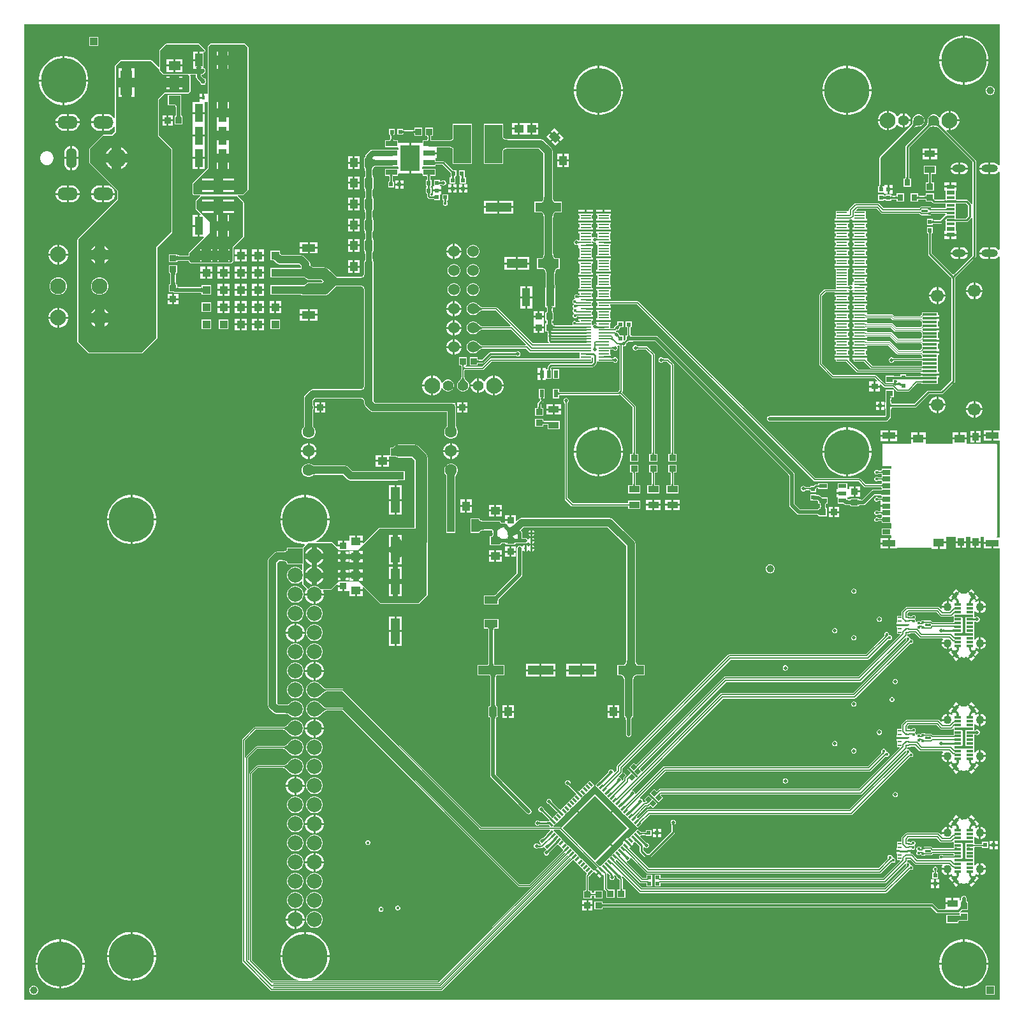
<source format=gbr>
%TF.GenerationSoftware,Altium Limited,Altium Designer,22.2.1 (43)*%
G04 Layer_Physical_Order=1*
G04 Layer_Color=255*
%FSLAX26Y26*%
%MOIN*%
%TF.SameCoordinates,92DA24ED-A250-4A13-B4DD-B7D196A9CFE6*%
%TF.FilePolarity,Positive*%
%TF.FileFunction,Copper,L1,Top,Signal*%
%TF.Part,Single*%
G01*
G75*
%TA.AperFunction,ConnectorPad*%
%ADD10R,0.043307X0.023622*%
%ADD11R,0.043307X0.011811*%
%TA.AperFunction,SMDPad,CuDef*%
G04:AMPARAMS|DCode=12|XSize=19.685mil|YSize=40.551mil|CornerRadius=0mil|HoleSize=0mil|Usage=FLASHONLY|Rotation=140.000|XOffset=0mil|YOffset=0mil|HoleType=Round|Shape=Rectangle|*
%AMROTATEDRECTD12*
4,1,4,0.020573,0.009205,-0.005493,-0.021859,-0.020573,-0.009205,0.005493,0.021859,0.020573,0.009205,0.0*
%
%ADD12ROTATEDRECTD12*%

G04:AMPARAMS|DCode=13|XSize=19.685mil|YSize=40.551mil|CornerRadius=0mil|HoleSize=0mil|Usage=FLASHONLY|Rotation=40.000|XOffset=0mil|YOffset=0mil|HoleType=Round|Shape=Rectangle|*
%AMROTATEDRECTD13*
4,1,4,0.005493,-0.021859,-0.020573,0.009205,-0.005493,0.021859,0.020573,-0.009205,0.005493,-0.021859,0.0*
%
%ADD13ROTATEDRECTD13*%

%ADD14R,0.033465X0.011811*%
%TA.AperFunction,BGAPad,CuDef*%
%ADD15C,0.013780*%
%TA.AperFunction,SMDPad,CuDef*%
%ADD16R,0.092520X0.200787*%
%ADD17R,0.011811X0.011811*%
%ADD18R,0.043307X0.023622*%
%ADD19R,0.031496X0.035433*%
%ADD20R,0.062992X0.047244*%
%ADD21R,0.062992X0.129921*%
%ADD22R,0.018701X0.007874*%
%ADD23R,0.017716X0.023228*%
%ADD24R,0.102362X0.137795*%
%ADD25R,0.059055X0.031496*%
%TA.AperFunction,BGAPad,CuDef*%
%ADD26R,0.041732X0.041732*%
%TA.AperFunction,SMDPad,CuDef*%
%ADD27R,0.023622X0.023622*%
%ADD28P,0.334066X4X270.0*%
G04:AMPARAMS|DCode=29|XSize=11.024mil|YSize=27.165mil|CornerRadius=0mil|HoleSize=0mil|Usage=FLASHONLY|Rotation=315.000|XOffset=0mil|YOffset=0mil|HoleType=Round|Shape=Rectangle|*
%AMROTATEDRECTD29*
4,1,4,-0.013502,-0.005707,0.005707,0.013502,0.013502,0.005707,-0.005707,-0.013502,-0.013502,-0.005707,0.0*
%
%ADD29ROTATEDRECTD29*%

G04:AMPARAMS|DCode=30|XSize=11.024mil|YSize=27.165mil|CornerRadius=0mil|HoleSize=0mil|Usage=FLASHONLY|Rotation=45.000|XOffset=0mil|YOffset=0mil|HoleType=Round|Shape=Rectangle|*
%AMROTATEDRECTD30*
4,1,4,0.005707,-0.013502,-0.013502,0.005707,-0.005707,0.013502,0.013502,-0.005707,0.005707,-0.013502,0.0*
%
%ADD30ROTATEDRECTD30*%

%ADD31R,0.145669X0.047244*%
%ADD32R,0.055118X0.035433*%
%ADD33R,0.074803X0.011811*%
%ADD34R,0.070866X0.039370*%
%ADD35R,0.133858X0.047244*%
%ADD36R,0.110236X0.047244*%
%ADD37R,0.056299X0.007874*%
%ADD38R,0.039370X0.049213*%
%ADD39R,0.035433X0.033465*%
%ADD40P,0.033407X4X270.0*%
%ADD41R,0.033465X0.039370*%
%ADD42R,0.055118X0.044488*%
%ADD43R,0.066929X0.035433*%
%ADD44R,0.039370X0.025591*%
%ADD45R,0.047244X0.133858*%
%ADD46R,0.049213X0.039370*%
%ADD47R,0.043307X0.094488*%
%ADD48R,0.033465X0.035433*%
%ADD49R,0.023622X0.023622*%
%ADD50R,0.035433X0.031496*%
%ADD51R,0.023622X0.043307*%
%ADD52R,0.039370X0.070866*%
G04:AMPARAMS|DCode=53|XSize=39.37mil|YSize=49.213mil|CornerRadius=0mil|HoleSize=0mil|Usage=FLASHONLY|Rotation=45.000|XOffset=0mil|YOffset=0mil|HoleType=Round|Shape=Rectangle|*
%AMROTATEDRECTD53*
4,1,4,0.003480,-0.031319,-0.031319,0.003480,-0.003480,0.031319,0.031319,-0.003480,0.003480,-0.031319,0.0*
%
%ADD53ROTATEDRECTD53*%

%TA.AperFunction,FiducialPad,Global*%
%ADD54C,0.039370*%
%ADD55R,0.039370X0.039370*%
%TA.AperFunction,Conductor*%
%ADD56C,0.006929*%
%ADD57C,0.007874*%
%ADD58C,0.004921*%
%ADD59C,0.010000*%
%ADD60C,0.011811*%
%ADD61C,0.029528*%
%ADD62C,0.039370*%
%ADD63C,0.059055*%
%ADD64C,0.019685*%
%ADD65C,0.005981*%
%ADD66C,0.005000*%
%TA.AperFunction,ComponentPad*%
%ADD67O,0.086614X0.039370*%
%ADD68O,0.070866X0.039370*%
%ADD69C,0.043307*%
%ADD70C,0.082677*%
%ADD71C,0.078740*%
%ADD72R,0.078740X0.078740*%
%ADD73O,0.106299X0.066929*%
%ADD74C,0.102362*%
%ADD75O,0.055118X0.106299*%
%ADD76C,0.055118*%
%ADD77C,0.062992*%
%ADD78C,0.236220*%
%ADD79C,0.066929*%
%ADD80C,0.060000*%
%TA.AperFunction,ViaPad*%
%ADD81C,0.027559*%
%ADD82C,0.017716*%
%ADD83C,0.039370*%
%ADD84C,0.015748*%
%ADD85C,0.019685*%
%ADD86C,0.050000*%
G36*
X6092167Y5358325D02*
X6087167Y5356627D01*
X6084164Y5360542D01*
X6077963Y5365300D01*
X6070742Y5368291D01*
X6062992Y5369311D01*
X6044370D01*
Y5339370D01*
Y5309429D01*
X6062992D01*
X6070742Y5310449D01*
X6077963Y5313440D01*
X6084164Y5318198D01*
X6087167Y5322113D01*
X6092167Y5320415D01*
Y4915805D01*
X6087167Y4914108D01*
X6084164Y4918022D01*
X6077963Y4922780D01*
X6070742Y4925771D01*
X6062992Y4926792D01*
X6044370D01*
Y4896850D01*
Y4866909D01*
X6062992D01*
X6070742Y4867929D01*
X6077963Y4870921D01*
X6084164Y4875679D01*
X6087167Y4879593D01*
X6092167Y4877896D01*
Y3971732D01*
X6059492D01*
Y3944015D01*
Y3916299D01*
X6092167D01*
Y3408726D01*
X6077401D01*
X6076407Y3413726D01*
X6077816Y3414309D01*
X6079065Y3417323D01*
Y3897638D01*
X6077816Y3900651D01*
X6074803Y3901899D01*
X5920433D01*
Y3922165D01*
X5882874D01*
X5845315D01*
Y3901899D01*
X5705866D01*
Y3922165D01*
X5668307D01*
X5630748D01*
Y3901899D01*
X5484252D01*
X5481239Y3900651D01*
X5479990Y3897638D01*
Y3787402D01*
X5481239Y3784388D01*
X5484252Y3783140D01*
X5527235D01*
Y3772050D01*
X5523622Y3768701D01*
X5522234Y3768701D01*
X5476378D01*
Y3760606D01*
X5476329Y3760587D01*
X5475745Y3760432D01*
X5474909Y3760294D01*
X5473840Y3760202D01*
X5472450Y3760166D01*
X5472071Y3759997D01*
X5460889D01*
X5460526Y3760164D01*
X5459035Y3760221D01*
X5458561Y3760272D01*
X5458133Y3760342D01*
X5457796Y3760419D01*
X5457556Y3760492D01*
X5457415Y3760549D01*
X5457388Y3760564D01*
X5457271Y3760667D01*
X5457189Y3760695D01*
X5457175Y3760705D01*
X5457141Y3760712D01*
X5456587Y3760904D01*
X5455509Y3761981D01*
X5451168Y3763780D01*
X5446470D01*
X5442128Y3761981D01*
X5438806Y3758659D01*
X5437008Y3754318D01*
Y3749619D01*
X5438806Y3745278D01*
X5442128Y3741956D01*
X5446470Y3740157D01*
X5451168D01*
X5455509Y3741956D01*
X5456587Y3743033D01*
X5457141Y3743225D01*
X5457175Y3743232D01*
X5457189Y3743242D01*
X5457271Y3743270D01*
X5457388Y3743373D01*
X5457415Y3743388D01*
X5457556Y3743445D01*
X5457797Y3743519D01*
X5458132Y3743595D01*
X5458510Y3743657D01*
X5459730Y3743758D01*
X5460441Y3743771D01*
X5460830Y3743940D01*
X5471630D01*
X5476378Y3742266D01*
X5476378Y3735236D01*
X5476378Y3730236D01*
Y3725173D01*
X5476329Y3725154D01*
X5475745Y3724999D01*
X5474909Y3724861D01*
X5473840Y3724769D01*
X5472450Y3724732D01*
X5472071Y3724564D01*
X5460889D01*
X5460526Y3724731D01*
X5459035Y3724788D01*
X5458561Y3724839D01*
X5458133Y3724909D01*
X5457796Y3724985D01*
X5457556Y3725059D01*
X5457415Y3725116D01*
X5457388Y3725131D01*
X5457271Y3725234D01*
X5457189Y3725262D01*
X5457175Y3725272D01*
X5457141Y3725279D01*
X5456587Y3725471D01*
X5455509Y3726548D01*
X5451168Y3728346D01*
X5446470D01*
X5442128Y3726548D01*
X5438806Y3723226D01*
X5437008Y3718885D01*
Y3714186D01*
X5438806Y3709845D01*
X5442128Y3706523D01*
X5446470Y3704724D01*
X5451168D01*
X5455509Y3706523D01*
X5456587Y3707600D01*
X5457141Y3707792D01*
X5457175Y3707799D01*
X5457189Y3707809D01*
X5457271Y3707837D01*
X5457388Y3707940D01*
X5457415Y3707954D01*
X5457556Y3708012D01*
X5457797Y3708085D01*
X5458132Y3708162D01*
X5458510Y3708224D01*
X5459730Y3708325D01*
X5460441Y3708338D01*
X5460830Y3708507D01*
X5471630D01*
X5476378Y3706833D01*
X5476378Y3699803D01*
X5476378Y3694803D01*
Y3689740D01*
X5476329Y3689720D01*
X5475745Y3689565D01*
X5474909Y3689428D01*
X5473840Y3689335D01*
X5472450Y3689299D01*
X5472071Y3689131D01*
X5393089D01*
X5364543Y3717677D01*
X5361938Y3719417D01*
X5358866Y3720028D01*
X5129908D01*
X4206464Y4643472D01*
X4203860Y4645212D01*
X4200787Y4645824D01*
X4061378D01*
Y4648543D01*
X4023228D01*
X3985079D01*
Y4639606D01*
X3987606D01*
X3991142Y4636071D01*
X3991142Y4629922D01*
X3991142D01*
Y4629921D01*
X3991142D01*
Y4620236D01*
X3985079D01*
Y4611299D01*
X4023228D01*
X4061378D01*
Y4620236D01*
X4055315D01*
Y4629767D01*
X4197462D01*
X5120906Y3706323D01*
X5120906Y3706323D01*
X5123510Y3704583D01*
X5126583Y3703972D01*
X5126583Y3703972D01*
X5355541D01*
X5384087Y3675426D01*
X5384087Y3675425D01*
X5386691Y3673685D01*
X5389764Y3673074D01*
X5471630D01*
X5476378Y3671400D01*
X5476378Y3665398D01*
X5476376Y3664868D01*
X5476067Y3663867D01*
X5473913Y3660391D01*
X5464344Y3659800D01*
X5460718Y3659773D01*
X5460590Y3659719D01*
X5433071D01*
X5427694Y3658649D01*
X5423136Y3655604D01*
X5376070Y3608538D01*
X5372181D01*
X5372066Y3608590D01*
X5365119Y3608817D01*
X5362429Y3609080D01*
X5360498Y3609386D01*
X5356299Y3611902D01*
Y3611903D01*
X5356299Y3611903D01*
Y3614173D01*
X5352242Y3614378D01*
X5351938Y3614252D01*
X5351491Y3614311D01*
X5351276Y3614173D01*
X5318015D01*
X5317800Y3614311D01*
X5317353Y3614252D01*
X5317049Y3614378D01*
X5312992Y3614173D01*
Y3611903D01*
X5312992Y3611903D01*
Y3611902D01*
X5308794Y3609386D01*
X5306913Y3609088D01*
X5305949Y3609017D01*
X5303740Y3609385D01*
X5301639Y3609951D01*
X5300038Y3610606D01*
X5298923Y3611287D01*
X5298226Y3611935D01*
X5297816Y3612551D01*
X5297569Y3613248D01*
X5297425Y3614619D01*
X5297244Y3614953D01*
Y3619921D01*
X5303307D01*
Y3620532D01*
X5306929Y3623858D01*
X5308307Y3623858D01*
X5329645D01*
Y3650590D01*
Y3677323D01*
X5306929D01*
Y3666870D01*
X5303307Y3663543D01*
X5302244Y3663543D01*
X5297244Y3664303D01*
Y3694882D01*
X5246063D01*
Y3663543D01*
X5240000D01*
Y3646732D01*
X5271654D01*
Y3636732D01*
X5240000D01*
Y3619921D01*
X5246063D01*
Y3588583D01*
X5277375D01*
X5281404Y3584554D01*
X5285962Y3581508D01*
X5291339Y3580439D01*
X5297154D01*
X5297276Y3580385D01*
X5300913Y3580310D01*
X5304025Y3580093D01*
X5306682Y3579745D01*
X5308864Y3579282D01*
X5310255Y3578834D01*
X5312992Y3575106D01*
Y3572834D01*
X5317049Y3572630D01*
X5317177Y3572683D01*
X5317614Y3572667D01*
X5317901Y3572835D01*
X5351299D01*
X5351390Y3572834D01*
X5351678Y3572667D01*
X5352114Y3572683D01*
X5352242Y3572630D01*
X5356299Y3572834D01*
X5356299Y3575106D01*
X5359036Y3578834D01*
X5360427Y3579282D01*
X5362541Y3579730D01*
X5368440Y3580311D01*
X5372016Y3580385D01*
X5372137Y3580439D01*
X5381890D01*
X5387266Y3581508D01*
X5391824Y3584554D01*
X5438890Y3631620D01*
X5460557D01*
X5460682Y3631566D01*
X5467673Y3631454D01*
X5472967Y3631128D01*
X5474042Y3631001D01*
X5476013Y3627599D01*
X5476376Y3626524D01*
X5476378Y3625940D01*
X5476378Y3623937D01*
Y3618874D01*
X5476329Y3618854D01*
X5475745Y3618699D01*
X5474909Y3618562D01*
X5473840Y3618469D01*
X5472450Y3618433D01*
X5472071Y3618265D01*
X5460889D01*
X5460526Y3618431D01*
X5459035Y3618489D01*
X5458561Y3618540D01*
X5458133Y3618609D01*
X5457796Y3618686D01*
X5457556Y3618760D01*
X5457415Y3618817D01*
X5457388Y3618831D01*
X5457271Y3618935D01*
X5457189Y3618963D01*
X5457175Y3618973D01*
X5457141Y3618980D01*
X5456587Y3619172D01*
X5455509Y3620249D01*
X5451168Y3622047D01*
X5446470D01*
X5442128Y3620249D01*
X5438806Y3616927D01*
X5437008Y3612586D01*
Y3607887D01*
X5438806Y3603546D01*
X5442128Y3600223D01*
X5446470Y3598425D01*
X5451168D01*
X5455509Y3600223D01*
X5456587Y3601301D01*
X5457141Y3601493D01*
X5457175Y3601500D01*
X5457189Y3601509D01*
X5457271Y3601538D01*
X5457388Y3601641D01*
X5457415Y3601655D01*
X5457556Y3601712D01*
X5457797Y3601786D01*
X5458132Y3601863D01*
X5458510Y3601925D01*
X5459730Y3602025D01*
X5460441Y3602039D01*
X5460830Y3602208D01*
X5469372D01*
X5470315Y3597598D01*
X5470315Y3597598D01*
X5470315Y3597598D01*
Y3579803D01*
X5500000D01*
Y3569803D01*
X5470315D01*
Y3552008D01*
X5470315Y3552008D01*
X5469372Y3547398D01*
X5460889D01*
X5460526Y3547565D01*
X5459035Y3547623D01*
X5458561Y3547674D01*
X5458133Y3547743D01*
X5457796Y3547820D01*
X5457556Y3547894D01*
X5457415Y3547951D01*
X5457388Y3547965D01*
X5457271Y3548069D01*
X5457189Y3548097D01*
X5457175Y3548107D01*
X5457141Y3548114D01*
X5456587Y3548306D01*
X5455509Y3549383D01*
X5451168Y3551181D01*
X5446470D01*
X5442128Y3549383D01*
X5438806Y3546061D01*
X5437008Y3541720D01*
Y3537021D01*
X5438806Y3532680D01*
X5442128Y3529357D01*
X5446470Y3527559D01*
X5451168D01*
X5455509Y3529357D01*
X5456587Y3530434D01*
X5457141Y3530627D01*
X5457175Y3530634D01*
X5457189Y3530643D01*
X5457271Y3530672D01*
X5457388Y3530775D01*
X5457415Y3530789D01*
X5457556Y3530846D01*
X5457797Y3530920D01*
X5458132Y3530997D01*
X5458510Y3531058D01*
X5459730Y3531159D01*
X5460441Y3531172D01*
X5460830Y3531342D01*
X5471630D01*
X5476378Y3529668D01*
X5476378Y3522638D01*
X5476378Y3517638D01*
Y3512575D01*
X5476329Y3512555D01*
X5475745Y3512400D01*
X5474909Y3512263D01*
X5473840Y3512170D01*
X5472450Y3512134D01*
X5472071Y3511965D01*
X5460889D01*
X5460526Y3512132D01*
X5459035Y3512190D01*
X5458561Y3512240D01*
X5458133Y3512310D01*
X5457796Y3512387D01*
X5457556Y3512461D01*
X5457415Y3512518D01*
X5457388Y3512532D01*
X5457271Y3512635D01*
X5457189Y3512664D01*
X5457175Y3512673D01*
X5457141Y3512681D01*
X5456587Y3512873D01*
X5455509Y3513950D01*
X5451168Y3515748D01*
X5446470D01*
X5442128Y3513950D01*
X5438806Y3510627D01*
X5437008Y3506286D01*
Y3501588D01*
X5438806Y3497247D01*
X5442128Y3493924D01*
X5446470Y3492126D01*
X5451168D01*
X5455509Y3493924D01*
X5456587Y3495001D01*
X5457141Y3495193D01*
X5457175Y3495200D01*
X5457189Y3495210D01*
X5457271Y3495238D01*
X5457388Y3495342D01*
X5457415Y3495356D01*
X5457556Y3495413D01*
X5457797Y3495487D01*
X5458132Y3495564D01*
X5458510Y3495625D01*
X5459730Y3495726D01*
X5460441Y3495739D01*
X5460830Y3495909D01*
X5472071D01*
X5472450Y3495740D01*
X5473841Y3495704D01*
X5474909Y3495611D01*
X5475744Y3495474D01*
X5476329Y3495319D01*
X5476378Y3495299D01*
Y3487205D01*
X5522234D01*
X5523622Y3487205D01*
X5527235Y3483855D01*
Y3460239D01*
X5523622Y3456890D01*
X5522234Y3456890D01*
X5476378D01*
Y3423425D01*
X5522234D01*
X5523622Y3423425D01*
X5527235Y3420076D01*
Y3409449D01*
X5526024Y3407638D01*
X5519764D01*
Y3379921D01*
Y3352205D01*
X5558228D01*
Y3357391D01*
X5559055Y3357943D01*
X5736220D01*
X5737047Y3357391D01*
Y3351614D01*
X5769607D01*
Y3383858D01*
X5774607D01*
Y3388858D01*
X5812165D01*
Y3413061D01*
X5864016D01*
Y3390827D01*
X5890748D01*
X5917480D01*
Y3413061D01*
X5940000D01*
Y3390827D01*
X5966732D01*
X5993465D01*
Y3413061D01*
X6009065D01*
X6010669Y3408726D01*
X6010669Y3408061D01*
Y3386009D01*
X6054134D01*
Y3381009D01*
X6059134D01*
Y3353293D01*
X6092167D01*
Y994447D01*
X994447D01*
Y6092167D01*
X6092167D01*
Y5358325D01*
D02*
G37*
G36*
X5454779Y3757181D02*
X5455173Y3756913D01*
X5455623Y3756677D01*
X5456130Y3756472D01*
X5456694Y3756299D01*
X5457314Y3756157D01*
X5457991Y3756047D01*
X5458725Y3755968D01*
X5460362Y3755905D01*
Y3748032D01*
X5459515Y3748016D01*
X5457991Y3747890D01*
X5457314Y3747780D01*
X5456694Y3747638D01*
X5456130Y3747465D01*
X5455623Y3747260D01*
X5455173Y3747024D01*
X5454779Y3746756D01*
X5454442Y3746457D01*
Y3757480D01*
X5454779Y3757181D01*
D02*
G37*
G36*
X5480555Y3744095D02*
X5480475Y3744843D01*
X5480235Y3745512D01*
X5479836Y3746102D01*
X5479276Y3746614D01*
X5478556Y3747047D01*
X5477677Y3747402D01*
X5476638Y3747677D01*
X5475439Y3747874D01*
X5474080Y3747992D01*
X5472561Y3748032D01*
Y3755905D01*
X5474080Y3755945D01*
X5475439Y3756063D01*
X5476638Y3756260D01*
X5477677Y3756535D01*
X5478556Y3756890D01*
X5479276Y3757323D01*
X5479836Y3757835D01*
X5480235Y3758425D01*
X5480475Y3759095D01*
X5480555Y3759843D01*
Y3744095D01*
D02*
G37*
G36*
X5454779Y3721748D02*
X5455173Y3721480D01*
X5455623Y3721244D01*
X5456130Y3721039D01*
X5456694Y3720866D01*
X5457314Y3720724D01*
X5457991Y3720614D01*
X5458725Y3720535D01*
X5460362Y3720472D01*
Y3712598D01*
X5459515Y3712583D01*
X5457991Y3712457D01*
X5457314Y3712346D01*
X5456694Y3712205D01*
X5456130Y3712032D01*
X5455623Y3711827D01*
X5455173Y3711590D01*
X5454779Y3711323D01*
X5454442Y3711024D01*
Y3722047D01*
X5454779Y3721748D01*
D02*
G37*
G36*
X5480555Y3708661D02*
X5480475Y3709409D01*
X5480235Y3710079D01*
X5479836Y3710669D01*
X5479276Y3711181D01*
X5478556Y3711614D01*
X5477677Y3711968D01*
X5476638Y3712244D01*
X5475439Y3712441D01*
X5474080Y3712559D01*
X5472561Y3712598D01*
Y3720472D01*
X5474080Y3720512D01*
X5475439Y3720630D01*
X5476638Y3720827D01*
X5477677Y3721102D01*
X5478556Y3721457D01*
X5479276Y3721890D01*
X5479836Y3722401D01*
X5480235Y3722992D01*
X5480475Y3723661D01*
X5480555Y3724409D01*
Y3708661D01*
D02*
G37*
G36*
Y3673228D02*
X5480475Y3673976D01*
X5480235Y3674646D01*
X5479836Y3675236D01*
X5479276Y3675748D01*
X5478556Y3676181D01*
X5477677Y3676535D01*
X5476638Y3676811D01*
X5475439Y3677008D01*
X5474080Y3677126D01*
X5472561Y3677165D01*
Y3685039D01*
X5474080Y3685079D01*
X5475439Y3685197D01*
X5476638Y3685394D01*
X5477677Y3685669D01*
X5478556Y3686024D01*
X5479276Y3686457D01*
X5479836Y3686968D01*
X5480235Y3687559D01*
X5480475Y3688228D01*
X5480555Y3688976D01*
Y3673228D01*
D02*
G37*
G36*
X5480435Y3632994D02*
X5480238Y3633532D01*
X5479648Y3634014D01*
X5478663Y3634439D01*
X5477285Y3634807D01*
X5475514Y3635119D01*
X5473348Y3635374D01*
X5467837Y3635713D01*
X5460750Y3635827D01*
Y3655512D01*
X5464490Y3655540D01*
X5475514Y3656220D01*
X5477285Y3656532D01*
X5478663Y3656900D01*
X5479648Y3657325D01*
X5480238Y3657806D01*
X5480435Y3658345D01*
Y3632994D01*
D02*
G37*
G36*
X5454779Y3615449D02*
X5455173Y3615181D01*
X5455623Y3614945D01*
X5456130Y3614740D01*
X5456694Y3614567D01*
X5457314Y3614425D01*
X5457991Y3614315D01*
X5458725Y3614236D01*
X5460362Y3614173D01*
Y3606299D01*
X5459515Y3606284D01*
X5457991Y3606157D01*
X5457314Y3606047D01*
X5456694Y3605905D01*
X5456130Y3605732D01*
X5455623Y3605528D01*
X5455173Y3605291D01*
X5454779Y3605024D01*
X5454442Y3604724D01*
Y3615748D01*
X5454779Y3615449D01*
D02*
G37*
G36*
X5480555Y3602362D02*
X5480475Y3603110D01*
X5480235Y3603780D01*
X5479836Y3604370D01*
X5479276Y3604882D01*
X5478556Y3605315D01*
X5477677Y3605669D01*
X5476638Y3605945D01*
X5475439Y3606142D01*
X5474080Y3606260D01*
X5472561Y3606299D01*
Y3614173D01*
X5474080Y3614213D01*
X5475439Y3614331D01*
X5476638Y3614528D01*
X5477677Y3614803D01*
X5478556Y3615157D01*
X5479276Y3615590D01*
X5479836Y3616102D01*
X5480235Y3616693D01*
X5480475Y3617362D01*
X5480555Y3618110D01*
Y3602362D01*
D02*
G37*
G36*
X5352439Y3609017D02*
X5353030Y3608033D01*
X5354014Y3607166D01*
X5355392Y3606414D01*
X5357163Y3605777D01*
X5359329Y3605256D01*
X5361888Y3604851D01*
X5364841Y3604562D01*
X5371927Y3604331D01*
Y3584646D01*
X5368187Y3584568D01*
X5361888Y3583948D01*
X5359329Y3583405D01*
X5357163Y3582707D01*
X5355392Y3581854D01*
X5354014Y3580846D01*
X5353030Y3579683D01*
X5352439Y3578365D01*
X5352242Y3576892D01*
Y3610116D01*
X5352439Y3609017D01*
D02*
G37*
G36*
X5293384Y3612303D02*
X5293974Y3610630D01*
X5294959Y3609153D01*
X5296337Y3607874D01*
X5298108Y3606791D01*
X5300274Y3605905D01*
X5302833Y3605216D01*
X5305752Y3604730D01*
X5307404Y3604851D01*
X5309963Y3605256D01*
X5312128Y3605777D01*
X5313900Y3606414D01*
X5315278Y3607166D01*
X5316262Y3608033D01*
X5316852Y3609017D01*
X5317049Y3610116D01*
Y3576892D01*
X5316852Y3578365D01*
X5316262Y3579683D01*
X5315278Y3580846D01*
X5313900Y3581854D01*
X5312128Y3582707D01*
X5309963Y3583405D01*
X5307404Y3583948D01*
X5304451Y3584336D01*
X5301104Y3584568D01*
X5297364Y3584646D01*
Y3587014D01*
X5296337Y3587523D01*
X5294959Y3588563D01*
X5293974Y3589762D01*
X5293384Y3591121D01*
X5293187Y3592640D01*
Y3614173D01*
X5293384Y3612303D01*
D02*
G37*
G36*
X5454779Y3544583D02*
X5455173Y3544315D01*
X5455623Y3544079D01*
X5456130Y3543874D01*
X5456694Y3543701D01*
X5457314Y3543559D01*
X5457991Y3543449D01*
X5458725Y3543370D01*
X5460362Y3543307D01*
Y3535433D01*
X5459515Y3535417D01*
X5457991Y3535291D01*
X5457314Y3535181D01*
X5456694Y3535039D01*
X5456130Y3534866D01*
X5455623Y3534661D01*
X5455173Y3534425D01*
X5454779Y3534157D01*
X5454442Y3533858D01*
Y3544882D01*
X5454779Y3544583D01*
D02*
G37*
G36*
X5480555Y3531496D02*
X5480475Y3532244D01*
X5480235Y3532913D01*
X5479836Y3533504D01*
X5479276Y3534016D01*
X5478556Y3534449D01*
X5477677Y3534803D01*
X5476638Y3535079D01*
X5475439Y3535276D01*
X5474080Y3535394D01*
X5472561Y3535433D01*
Y3543307D01*
X5474080Y3543347D01*
X5475439Y3543465D01*
X5476638Y3543661D01*
X5477677Y3543937D01*
X5478556Y3544291D01*
X5479276Y3544724D01*
X5479836Y3545236D01*
X5480235Y3545827D01*
X5480475Y3546496D01*
X5480555Y3547244D01*
Y3531496D01*
D02*
G37*
G36*
X5454779Y3509150D02*
X5455173Y3508882D01*
X5455623Y3508646D01*
X5456130Y3508441D01*
X5456694Y3508268D01*
X5457314Y3508126D01*
X5457991Y3508016D01*
X5458725Y3507937D01*
X5460362Y3507874D01*
Y3500000D01*
X5459515Y3499984D01*
X5457991Y3499858D01*
X5457314Y3499748D01*
X5456694Y3499606D01*
X5456130Y3499433D01*
X5455623Y3499228D01*
X5455173Y3498992D01*
X5454779Y3498724D01*
X5454442Y3498425D01*
Y3509449D01*
X5454779Y3509150D01*
D02*
G37*
G36*
X5480555Y3496063D02*
X5480475Y3496811D01*
X5480235Y3497480D01*
X5479836Y3498071D01*
X5479276Y3498583D01*
X5478556Y3499016D01*
X5477677Y3499370D01*
X5476638Y3499646D01*
X5475439Y3499843D01*
X5474080Y3499961D01*
X5472561Y3500000D01*
Y3507874D01*
X5474080Y3507913D01*
X5475439Y3508032D01*
X5476638Y3508228D01*
X5477677Y3508504D01*
X5478556Y3508858D01*
X5479276Y3509291D01*
X5479836Y3509803D01*
X5480235Y3510394D01*
X5480475Y3511063D01*
X5480555Y3511811D01*
Y3496063D01*
D02*
G37*
%LPC*%
G36*
X1381890Y6027559D02*
X1334646D01*
Y5980315D01*
X1381890D01*
Y6027559D01*
D02*
G37*
G36*
X1905512Y5992450D02*
X1736220D01*
X1733207Y5991202D01*
X1701711Y5959706D01*
X1700463Y5956693D01*
Y5871152D01*
X1695844Y5869238D01*
X1660494Y5904588D01*
X1657480Y5905836D01*
X1496063D01*
X1496063Y5905836D01*
X1493050Y5904588D01*
X1469428Y5880966D01*
X1468179Y5877953D01*
Y5603583D01*
X1463179Y5602589D01*
X1463163Y5602628D01*
X1456196Y5611708D01*
X1447117Y5618675D01*
X1436543Y5623055D01*
X1425197Y5624548D01*
X1410512D01*
Y5580709D01*
Y5536869D01*
X1425197D01*
X1436543Y5538363D01*
X1447117Y5542743D01*
X1456196Y5549709D01*
X1463163Y5558789D01*
X1463179Y5558828D01*
X1468179Y5557834D01*
Y5533261D01*
X1450991Y5516072D01*
X1405512D01*
X1402498Y5514824D01*
X1402498Y5514824D01*
X1335569Y5447895D01*
X1334321Y5444882D01*
Y5370079D01*
X1334321Y5370079D01*
X1335569Y5367065D01*
X1335570Y5367065D01*
X1437931Y5264703D01*
X1437932Y5264703D01*
X1479991Y5222644D01*
Y5178931D01*
X1272577Y4971517D01*
X1271329Y4968504D01*
Y4433071D01*
X1272577Y4430057D01*
X1272578Y4430057D01*
X1327695Y4374940D01*
X1330709Y4373691D01*
X1610236D01*
X1613249Y4374940D01*
X1688053Y4449743D01*
X1689301Y4452756D01*
Y4927369D01*
X1766793Y5004861D01*
X1768041Y5007874D01*
Y5440945D01*
X1766793Y5443958D01*
X1697175Y5513576D01*
X1697175Y5699022D01*
X1730112Y5731959D01*
X1850394D01*
X1853407Y5733207D01*
X1861281Y5741081D01*
X1862529Y5744095D01*
Y5822834D01*
X1862529Y5822835D01*
X1861473Y5825384D01*
X1863277Y5830384D01*
X1891462D01*
Y5817717D01*
X1892532Y5812340D01*
X1895577Y5807782D01*
X1903373Y5799987D01*
X1903423Y5799860D01*
X1906025Y5797189D01*
X1908268Y5794743D01*
X1911992Y5790205D01*
X1913357Y5788270D01*
X1914454Y5786490D01*
X1915257Y5784926D01*
X1915778Y5783607D01*
X1916045Y5782568D01*
X1916153Y5781416D01*
X1916198Y5781331D01*
X1916173Y5781238D01*
X1916339Y5777756D01*
X1920793Y5777570D01*
X1920840Y5777595D01*
X1920971Y5777590D01*
X1921255Y5777756D01*
X1941929D01*
Y5787654D01*
X1942114Y5787931D01*
X1943183Y5793307D01*
Y5794095D01*
X1942114Y5799471D01*
X1941929Y5799748D01*
Y5803858D01*
X1941929Y5803991D01*
X1942105Y5804306D01*
X1942068Y5805273D01*
X1942095Y5805376D01*
X1941929Y5808858D01*
X1938682Y5808858D01*
X1938368Y5809034D01*
X1937565Y5809128D01*
X1936843Y5809350D01*
X1935754Y5809847D01*
X1934364Y5810647D01*
X1932831Y5811679D01*
X1924006Y5819221D01*
X1921409Y5821765D01*
X1921281Y5821816D01*
X1921014Y5822083D01*
X1920989Y5822126D01*
X1920965Y5822132D01*
X1919561Y5823536D01*
Y5830384D01*
X1925196D01*
X1925197Y5830384D01*
X1928210Y5831632D01*
X1928210Y5831633D01*
X1940021Y5843443D01*
X1941269Y5846457D01*
Y5855829D01*
X1940937Y5856631D01*
X1940928Y5857500D01*
X1939117Y5861749D01*
X1938527Y5862328D01*
X1938210Y5863092D01*
X1937408Y5863424D01*
X1936787Y5864032D01*
X1935961Y5864024D01*
X1935197Y5864340D01*
X1933388Y5864340D01*
X1931320Y5865216D01*
X1929222Y5867887D01*
X1929338Y5870199D01*
X1929300Y5870291D01*
X1929314Y5870650D01*
X1929134Y5870981D01*
Y5943025D01*
X1931320Y5945808D01*
X1933388Y5946683D01*
X1935197Y5946684D01*
X1935961Y5947000D01*
X1936787Y5946992D01*
X1937408Y5947599D01*
X1938210Y5947932D01*
X1938527Y5948696D01*
X1939117Y5949274D01*
X1940928Y5953524D01*
X1940937Y5954392D01*
X1941269Y5955195D01*
Y5956693D01*
X1941269Y5956693D01*
X1940021Y5959706D01*
X1908525Y5991202D01*
X1905512Y5992450D01*
D02*
G37*
G36*
X5915594Y6033622D02*
X5910512D01*
Y5910512D01*
X6033622D01*
Y5915594D01*
X6030467Y5935511D01*
X6024236Y5954689D01*
X6015081Y5972656D01*
X6003229Y5988970D01*
X5988970Y6003229D01*
X5972656Y6015081D01*
X5954689Y6024236D01*
X5935511Y6030467D01*
X5915594Y6033622D01*
D02*
G37*
G36*
X5900512D02*
X5895429D01*
X5875513Y6030467D01*
X5856335Y6024236D01*
X5838367Y6015081D01*
X5822054Y6003229D01*
X5807795Y5988970D01*
X5795942Y5972656D01*
X5786788Y5954689D01*
X5780556Y5935511D01*
X5777402Y5915594D01*
Y5910512D01*
X5900512D01*
Y6033622D01*
D02*
G37*
G36*
X1210082Y5928110D02*
X1205000D01*
Y5805000D01*
X1328110D01*
Y5810083D01*
X1324956Y5829999D01*
X1318724Y5849177D01*
X1309570Y5867144D01*
X1297717Y5883458D01*
X1283458Y5897717D01*
X1267144Y5909570D01*
X1249177Y5918724D01*
X1229999Y5924956D01*
X1210082Y5928110D01*
D02*
G37*
G36*
X1195000D02*
X1189918D01*
X1170001Y5924956D01*
X1150823Y5918724D01*
X1132856Y5909570D01*
X1116542Y5897717D01*
X1102283Y5883458D01*
X1090430Y5867144D01*
X1081276Y5849177D01*
X1075044Y5829999D01*
X1071890Y5810083D01*
Y5805000D01*
X1195000D01*
Y5928110D01*
D02*
G37*
G36*
X6033622Y5900512D02*
X5910512D01*
Y5777402D01*
X5915594D01*
X5935511Y5780556D01*
X5954689Y5786788D01*
X5972656Y5795942D01*
X5988970Y5807795D01*
X6003229Y5822054D01*
X6015081Y5838367D01*
X6024236Y5856335D01*
X6030467Y5875513D01*
X6033622Y5895429D01*
Y5900512D01*
D02*
G37*
G36*
X5900512D02*
X5777402D01*
Y5895429D01*
X5780556Y5875513D01*
X5786788Y5856335D01*
X5795942Y5838367D01*
X5807795Y5822054D01*
X5822054Y5807795D01*
X5838367Y5795942D01*
X5856335Y5786788D01*
X5875513Y5780556D01*
X5895429Y5777402D01*
X5900512D01*
Y5900512D01*
D02*
G37*
G36*
X5305358Y5876142D02*
X5300276D01*
Y5753032D01*
X5423386D01*
Y5758114D01*
X5420231Y5778031D01*
X5414000Y5797209D01*
X5404845Y5815176D01*
X5392993Y5831490D01*
X5378734Y5845748D01*
X5362420Y5857601D01*
X5344453Y5866756D01*
X5325275Y5872987D01*
X5305358Y5876142D01*
D02*
G37*
G36*
X5290276D02*
X5285193D01*
X5265276Y5872987D01*
X5246098Y5866756D01*
X5228131Y5857601D01*
X5211817Y5845748D01*
X5197559Y5831490D01*
X5185706Y5815176D01*
X5176551Y5797209D01*
X5170320Y5778031D01*
X5167165Y5758114D01*
Y5753032D01*
X5290276D01*
Y5876142D01*
D02*
G37*
G36*
X4006146D02*
X4001063D01*
Y5753031D01*
X4124173D01*
Y5758114D01*
X4121019Y5778031D01*
X4114787Y5797209D01*
X4105633Y5815176D01*
X4093780Y5831490D01*
X4079521Y5845748D01*
X4063207Y5857601D01*
X4045240Y5866756D01*
X4026062Y5872987D01*
X4006146Y5876142D01*
D02*
G37*
G36*
X3991063D02*
X3985981D01*
X3966064Y5872987D01*
X3946886Y5866756D01*
X3928919Y5857601D01*
X3912605Y5845748D01*
X3898346Y5831490D01*
X3886493Y5815176D01*
X3877339Y5797209D01*
X3871107Y5778031D01*
X3867953Y5758114D01*
Y5753031D01*
X3991063D01*
Y5876142D01*
D02*
G37*
G36*
X6048006Y5771654D02*
X6038608D01*
X6029926Y5768057D01*
X6023281Y5761412D01*
X6019685Y5752730D01*
Y5743333D01*
X6023281Y5734651D01*
X6029926Y5728006D01*
X6038608Y5724409D01*
X6048006D01*
X6056688Y5728006D01*
X6063333Y5734651D01*
X6066929Y5743333D01*
Y5752730D01*
X6063333Y5761412D01*
X6056688Y5768057D01*
X6048006Y5771654D01*
D02*
G37*
G36*
X1924134Y5730275D02*
X1910276D01*
Y5713662D01*
X1924134D01*
Y5730275D01*
D02*
G37*
G36*
X1328110Y5795000D02*
X1205000D01*
Y5671890D01*
X1210082D01*
X1229999Y5675044D01*
X1249177Y5681276D01*
X1267144Y5690430D01*
X1283458Y5702283D01*
X1297717Y5716542D01*
X1309570Y5732856D01*
X1318724Y5750823D01*
X1324956Y5770001D01*
X1328110Y5789917D01*
Y5795000D01*
D02*
G37*
G36*
X1195000D02*
X1071890D01*
Y5789917D01*
X1075044Y5770001D01*
X1081276Y5750823D01*
X1090430Y5732856D01*
X1102283Y5716542D01*
X1116542Y5702283D01*
X1132856Y5690430D01*
X1150823Y5681276D01*
X1170001Y5675044D01*
X1189918Y5671890D01*
X1195000D01*
Y5795000D01*
D02*
G37*
G36*
X5423386Y5743032D02*
X5300276D01*
Y5619921D01*
X5305358D01*
X5325275Y5623076D01*
X5344453Y5629307D01*
X5362420Y5638462D01*
X5378734Y5650315D01*
X5392993Y5664573D01*
X5404845Y5680887D01*
X5414000Y5698854D01*
X5420231Y5718032D01*
X5423386Y5737949D01*
Y5743032D01*
D02*
G37*
G36*
X5290276D02*
X5167165D01*
Y5737949D01*
X5170320Y5718032D01*
X5176551Y5698854D01*
X5185706Y5680887D01*
X5197559Y5664573D01*
X5211817Y5650315D01*
X5228131Y5638462D01*
X5246098Y5629307D01*
X5265276Y5623076D01*
X5285193Y5619921D01*
X5290276D01*
Y5743032D01*
D02*
G37*
G36*
X4124173Y5743031D02*
X4001063D01*
Y5619921D01*
X4006146D01*
X4026062Y5623076D01*
X4045240Y5629307D01*
X4063207Y5638462D01*
X4079521Y5650315D01*
X4093780Y5664573D01*
X4105633Y5680887D01*
X4114787Y5698854D01*
X4121019Y5718032D01*
X4124173Y5737949D01*
Y5743031D01*
D02*
G37*
G36*
X3991063D02*
X3867953D01*
Y5737949D01*
X3871107Y5718032D01*
X3877339Y5698854D01*
X3886493Y5680887D01*
X3898346Y5664573D01*
X3912605Y5650315D01*
X3928919Y5638462D01*
X3946886Y5629307D01*
X3966064Y5623076D01*
X3985981Y5619921D01*
X3991063D01*
Y5743031D01*
D02*
G37*
G36*
X1814961Y5724409D02*
X1744095D01*
Y5669291D01*
X1779940D01*
X1780047Y5669232D01*
X1781418Y5669082D01*
X1782117Y5668832D01*
X1782736Y5668414D01*
X1783389Y5667706D01*
X1784074Y5666577D01*
X1784732Y5664960D01*
X1785298Y5662846D01*
X1785730Y5660244D01*
X1785999Y5657176D01*
X1786094Y5653552D01*
X1786147Y5653433D01*
Y5628033D01*
X1786094Y5627910D01*
X1786028Y5624261D01*
X1785837Y5621118D01*
X1785528Y5618425D01*
X1785116Y5616201D01*
X1784958Y5615639D01*
X1781799Y5612205D01*
X1781798D01*
Y5612205D01*
X1779527Y5612205D01*
X1779323Y5608148D01*
X1779391Y5607984D01*
X1779372Y5607503D01*
X1779527Y5607247D01*
X1779527Y5607205D01*
Y5568898D01*
X1820866D01*
Y5607205D01*
X1820866Y5607246D01*
X1821022Y5607503D01*
X1821003Y5607984D01*
X1821071Y5608148D01*
X1820866Y5612205D01*
X1818596D01*
Y5612205D01*
X1818595D01*
X1815436Y5615639D01*
X1815277Y5616201D01*
X1814877Y5618366D01*
X1814365Y5624313D01*
X1814300Y5627910D01*
X1814246Y5628033D01*
Y5653476D01*
X1814300Y5653601D01*
X1814515Y5668255D01*
X1814583Y5669291D01*
X1814961Y5669291D01*
X1815165Y5673332D01*
X1815134Y5673407D01*
X1815148Y5673732D01*
X1814961Y5674089D01*
Y5724409D01*
D02*
G37*
G36*
X5825709Y5641890D02*
X5823950D01*
X5810893Y5638391D01*
X5799186Y5631632D01*
X5789627Y5622074D01*
X5782869Y5610367D01*
X5781558Y5605474D01*
X5776192Y5604768D01*
X5773235Y5609890D01*
X5767370Y5615754D01*
X5760189Y5619901D01*
X5752178Y5622047D01*
X5743885D01*
X5735874Y5619901D01*
X5728693Y5615754D01*
X5722828Y5609890D01*
X5718682Y5602708D01*
X5716535Y5594698D01*
Y5591113D01*
X5716214Y5590395D01*
X5716009Y5583054D01*
X5715712Y5579959D01*
X5715283Y5577111D01*
X5714732Y5574559D01*
X5714072Y5572309D01*
X5713315Y5570361D01*
X5712476Y5568712D01*
X5711575Y5567352D01*
X5710422Y5566025D01*
X5710324Y5565730D01*
X5603793Y5459199D01*
X5601818Y5456243D01*
X5601124Y5452756D01*
Y5293789D01*
X5600976Y5293457D01*
X5600930Y5291688D01*
X5600806Y5290283D01*
X5600617Y5289151D01*
X5600391Y5288310D01*
X5600172Y5287775D01*
X5600072Y5287612D01*
X5599790Y5287583D01*
X5599457Y5287402D01*
X5590551D01*
Y5244095D01*
X5629921D01*
Y5287402D01*
X5621016D01*
X5620682Y5287583D01*
X5620400Y5287612D01*
X5620301Y5287775D01*
X5620082Y5288310D01*
X5619855Y5289151D01*
X5619667Y5290283D01*
X5619543Y5291689D01*
X5619496Y5293457D01*
X5619348Y5293789D01*
Y5448982D01*
X5723210Y5552844D01*
X5723505Y5552942D01*
X5724832Y5554095D01*
X5726193Y5554996D01*
X5727842Y5555834D01*
X5729790Y5556592D01*
X5732039Y5557252D01*
X5734591Y5557802D01*
X5737388Y5558224D01*
X5744052Y5558701D01*
X5747791Y5558732D01*
X5747997Y5558819D01*
X5748188Y5558734D01*
X5755529Y5558529D01*
X5758624Y5558232D01*
X5761472Y5557802D01*
X5764024Y5557252D01*
X5766274Y5556592D01*
X5768221Y5555834D01*
X5769870Y5554996D01*
X5771231Y5554095D01*
X5772558Y5552942D01*
X5772853Y5552844D01*
X5950888Y5374808D01*
Y5151266D01*
X5945888Y5150773D01*
X5945426Y5153093D01*
X5943451Y5156049D01*
X5925734Y5173766D01*
X5922778Y5175741D01*
X5919291Y5176435D01*
X5868571D01*
X5868231Y5176583D01*
X5862205Y5176702D01*
X5862205Y5196850D01*
X5862205Y5201850D01*
Y5222283D01*
X5868268D01*
Y5239095D01*
X5836614D01*
X5804961D01*
Y5222283D01*
X5811024D01*
X5811024Y5196850D01*
X5811024Y5191850D01*
Y5176861D01*
X5806836Y5176592D01*
X5805063Y5176584D01*
X5804707Y5176435D01*
X5754055D01*
X5751379Y5179205D01*
X5750118Y5180651D01*
X5750000Y5180804D01*
Y5208661D01*
X5706693D01*
Y5197570D01*
X5706633Y5197459D01*
X5706604Y5197188D01*
X5706428Y5197081D01*
X5705875Y5196858D01*
X5705015Y5196629D01*
X5703861Y5196439D01*
X5702433Y5196315D01*
X5700639Y5196268D01*
X5700307Y5196120D01*
X5673709D01*
X5673377Y5196268D01*
X5671583Y5196315D01*
X5670155Y5196439D01*
X5669000Y5196629D01*
X5668140Y5196858D01*
X5667588Y5197081D01*
X5667412Y5197188D01*
X5667383Y5197459D01*
X5667323Y5197570D01*
Y5208661D01*
X5627953D01*
Y5165354D01*
X5667323D01*
Y5176446D01*
X5667383Y5176556D01*
X5667412Y5176828D01*
X5667588Y5176934D01*
X5668140Y5177158D01*
X5669001Y5177387D01*
X5670155Y5177577D01*
X5671583Y5177701D01*
X5673377Y5177748D01*
X5673709Y5177896D01*
X5700307D01*
X5700639Y5177748D01*
X5702433Y5177701D01*
X5703861Y5177577D01*
X5705016Y5177386D01*
X5705875Y5177158D01*
X5706428Y5176934D01*
X5706604Y5176828D01*
X5706633Y5176556D01*
X5706693Y5176446D01*
Y5167323D01*
X5736335D01*
X5741572Y5162644D01*
X5742941Y5161285D01*
X5743299Y5161138D01*
X5743557Y5160880D01*
X5746513Y5158904D01*
X5750000Y5158211D01*
X5804658D01*
X5804997Y5158062D01*
X5811024Y5157944D01*
X5811024Y5136121D01*
X5807488Y5132586D01*
X5735236D01*
Y5141732D01*
X5720551D01*
X5720071Y5141732D01*
X5719563Y5141937D01*
X5715551Y5141732D01*
X5710674Y5140932D01*
X5684926D01*
X5682038Y5140358D01*
X5679590Y5138722D01*
X5673454Y5132586D01*
X5487087D01*
X5463478Y5156194D01*
X5461030Y5157830D01*
X5458142Y5158405D01*
X5340280D01*
X5337392Y5157830D01*
X5334944Y5156194D01*
X5307065Y5128315D01*
X5305430Y5125867D01*
X5304855Y5122979D01*
Y5118935D01*
X5300197Y5118110D01*
Y5118110D01*
X5236024D01*
Y5091614D01*
X5236024Y5086614D01*
X5236023D01*
Y5086614D01*
X5236024D01*
Y5076929D01*
X5229961D01*
Y5067992D01*
X5268111D01*
X5306260D01*
Y5072139D01*
X5314083D01*
X5316971Y5072713D01*
X5318661Y5073843D01*
X5321359Y5073055D01*
X5323661Y5071520D01*
Y5067992D01*
X5361811D01*
X5399961D01*
Y5076929D01*
X5393898D01*
Y5086614D01*
X5393898D01*
X5393898Y5091614D01*
Y5118110D01*
X5344336D01*
X5342423Y5122730D01*
X5349147Y5129453D01*
X5449276D01*
X5472884Y5105845D01*
X5475333Y5104209D01*
X5478221Y5103635D01*
X5673454D01*
X5679590Y5097498D01*
X5682038Y5095863D01*
X5684926Y5095288D01*
X5710651D01*
X5715551Y5094488D01*
X5719563Y5094284D01*
X5720071Y5094488D01*
X5720551Y5094488D01*
X5735236D01*
Y5103635D01*
X5806722D01*
X5810051Y5098635D01*
X5809616Y5097332D01*
X5807240Y5095488D01*
X5806549Y5095026D01*
X5781659Y5070136D01*
X5750481D01*
X5750150Y5070283D01*
X5748381Y5070330D01*
X5746976Y5070454D01*
X5745844Y5070643D01*
X5745003Y5070869D01*
X5744468Y5071088D01*
X5744305Y5071187D01*
X5744275Y5071470D01*
X5744095Y5071803D01*
Y5076772D01*
X5712599D01*
Y5045276D01*
X5744095D01*
Y5050244D01*
X5744275Y5050578D01*
X5744305Y5050860D01*
X5744468Y5050959D01*
X5745003Y5051178D01*
X5745844Y5051405D01*
X5746976Y5051593D01*
X5748381Y5051717D01*
X5750150Y5051764D01*
X5750481Y5051912D01*
X5785433D01*
X5788920Y5052605D01*
X5791876Y5054580D01*
X5806404Y5069108D01*
X5811024Y5067195D01*
X5811024Y5039370D01*
X5811024Y5034370D01*
Y5013937D01*
X5804961D01*
Y4997126D01*
X5836614D01*
X5868268D01*
Y5013937D01*
X5862205D01*
X5862205Y5039370D01*
X5862205Y5044370D01*
Y5059360D01*
X5866392Y5059629D01*
X5868165Y5059636D01*
X5868522Y5059785D01*
X5919291D01*
X5922778Y5060479D01*
X5925734Y5062454D01*
X5943451Y5080171D01*
X5945426Y5083127D01*
X5945888Y5085447D01*
X5950888Y5084955D01*
Y4885034D01*
X5850534Y4784681D01*
X5849353Y4785799D01*
X5848444Y4786700D01*
X5848087Y4786847D01*
X5737459Y4897475D01*
Y4995583D01*
X5737606Y4995915D01*
X5737653Y4997708D01*
X5737778Y4999136D01*
X5737968Y5000292D01*
X5738197Y5001151D01*
X5738420Y5001704D01*
X5738526Y5001879D01*
X5738798Y5001908D01*
X5738909Y5001969D01*
X5744095D01*
Y5033465D01*
X5712599D01*
Y5001969D01*
X5717784D01*
X5717895Y5001908D01*
X5718167Y5001879D01*
X5718273Y5001704D01*
X5718496Y5001151D01*
X5718725Y5000291D01*
X5718915Y4999136D01*
X5719040Y4997708D01*
X5719087Y4995915D01*
X5719234Y4995582D01*
Y4893701D01*
X5719928Y4890214D01*
X5721903Y4887257D01*
X5837201Y4771959D01*
X5837324Y4771629D01*
X5838157Y4770735D01*
X5838795Y4769937D01*
X5839347Y4769125D01*
X5839819Y4768293D01*
X5840216Y4767437D01*
X5840540Y4766553D01*
X5840795Y4765630D01*
X5840979Y4764665D01*
X5841091Y4763651D01*
X5841135Y4762430D01*
X5841282Y4762109D01*
Y4232121D01*
X5787564Y4178403D01*
X5720472D01*
X5716985Y4177710D01*
X5714029Y4175734D01*
X5647407Y4109112D01*
X5539564D01*
X5539209Y4109261D01*
X5535594Y4109281D01*
X5531446Y4109417D01*
X5529232Y4110543D01*
X5526923Y4112745D01*
X5526772Y4115748D01*
X5525899D01*
X5525145Y4127781D01*
X5525145Y4127890D01*
X5525221Y4130797D01*
X5525490Y4133867D01*
X5525922Y4136468D01*
X5526488Y4138582D01*
X5527146Y4140199D01*
X5527831Y4141328D01*
X5528484Y4142036D01*
X5529104Y4142454D01*
X5529803Y4142704D01*
X5531173Y4142854D01*
X5531281Y4142913D01*
X5539764D01*
Y4182283D01*
X5496457D01*
Y4147453D01*
X5496252Y4146953D01*
X5496279Y4146890D01*
X5496255Y4146826D01*
X5496886Y4128197D01*
X5496847Y4124419D01*
X5496470Y4116963D01*
X5496330Y4115748D01*
X5495275D01*
X5495071Y4111691D01*
X5495275Y4111197D01*
Y4089252D01*
X5495275Y4088802D01*
X5495071Y4088309D01*
X5495275Y4084252D01*
X5496149D01*
X5496902Y4072219D01*
X5496920Y4068603D01*
X5496974Y4068474D01*
Y4048847D01*
X5493673Y4045546D01*
X4889764D01*
X4888407Y4045276D01*
X4887023D01*
X4885744Y4044746D01*
X4884387Y4044476D01*
X4883237Y4043707D01*
X4881958Y4043178D01*
X4880980Y4042199D01*
X4879829Y4041431D01*
X4879060Y4040280D01*
X4878082Y4039302D01*
X4877553Y4038023D01*
X4876784Y4036873D01*
X4876514Y4035515D01*
X4875984Y4034237D01*
Y4032853D01*
X4875714Y4031496D01*
X4875984Y4030139D01*
Y4028755D01*
X4876514Y4027477D01*
X4876784Y4026120D01*
X4877553Y4024969D01*
X4878082Y4023691D01*
X4879060Y4022712D01*
X4879829Y4021562D01*
X4880980Y4020793D01*
X4881958Y4019814D01*
X4883237Y4019285D01*
X4884387Y4018516D01*
X4885744Y4018246D01*
X4887023Y4017717D01*
X4888407D01*
X4889764Y4017447D01*
X5499492D01*
X5504869Y4018516D01*
X5509427Y4021562D01*
X5520958Y4033093D01*
X5524003Y4037651D01*
X5525073Y4043027D01*
Y4068452D01*
X5525127Y4068579D01*
X5525200Y4075581D01*
X5525577Y4083037D01*
X5525717Y4084252D01*
X5526772Y4084252D01*
X5526922Y4087247D01*
X5529435Y4089476D01*
X5531499Y4090455D01*
X5535659Y4090720D01*
X5539209Y4090739D01*
X5539564Y4090888D01*
X5651181D01*
X5654668Y4091581D01*
X5657624Y4093557D01*
X5724247Y4160179D01*
X5791339D01*
X5794826Y4160873D01*
X5797782Y4162848D01*
X5856837Y4221903D01*
X5858812Y4224859D01*
X5859506Y4228346D01*
Y4762164D01*
X5859654Y4762505D01*
X5859677Y4763727D01*
X5859850Y4765865D01*
X5859976Y4766655D01*
X5860136Y4767368D01*
X5860312Y4767950D01*
X5860490Y4768400D01*
X5860655Y4768721D01*
X5860790Y4768923D01*
X5861081Y4769258D01*
X5861180Y4769554D01*
X5966443Y4874817D01*
X5968418Y4877773D01*
X5969112Y4881260D01*
Y5378583D01*
X5968418Y5382070D01*
X5966443Y5385026D01*
X5815048Y5536422D01*
X5817636Y5540904D01*
X5823950Y5539213D01*
X5825709D01*
Y5590551D01*
Y5641890D01*
D02*
G37*
G36*
X5837467D02*
X5835709D01*
Y5595551D01*
X5882047D01*
Y5597310D01*
X5878549Y5610367D01*
X5871790Y5622074D01*
X5862231Y5631632D01*
X5850525Y5638391D01*
X5837467Y5641890D01*
D02*
G37*
G36*
X5595551Y5628095D02*
Y5595551D01*
X5628095D01*
X5625551Y5605048D01*
X5620606Y5613613D01*
X5613613Y5620606D01*
X5605048Y5625551D01*
X5595551Y5628095D01*
D02*
G37*
G36*
X1769842Y5618268D02*
X1748110D01*
Y5595551D01*
X1769842D01*
Y5618268D01*
D02*
G37*
G36*
X1738110D02*
X1716378D01*
Y5595551D01*
X1738110D01*
Y5618268D01*
D02*
G37*
G36*
X5502874Y5641890D02*
X5501115D01*
X5488058Y5638391D01*
X5476351Y5631632D01*
X5466793Y5622074D01*
X5460034Y5610367D01*
X5456535Y5597310D01*
Y5595551D01*
X5502874D01*
Y5641890D01*
D02*
G37*
G36*
X1400512Y5624548D02*
X1385827D01*
X1374480Y5623055D01*
X1363907Y5618675D01*
X1354827Y5611708D01*
X1347861Y5602628D01*
X1343481Y5592055D01*
X1342645Y5585709D01*
X1400512D01*
Y5624548D01*
D02*
G37*
G36*
X1240158D02*
X1225472D01*
Y5585709D01*
X1283339D01*
X1282503Y5592055D01*
X1278124Y5602628D01*
X1271157Y5611708D01*
X1262077Y5618675D01*
X1251504Y5623055D01*
X1240158Y5624548D01*
D02*
G37*
G36*
X1215472D02*
X1200787D01*
X1189441Y5623055D01*
X1178868Y5618675D01*
X1169788Y5611708D01*
X1162821Y5602628D01*
X1158441Y5592055D01*
X1157606Y5585709D01*
X1215472D01*
Y5624548D01*
D02*
G37*
G36*
X1769842Y5585551D02*
X1748110D01*
Y5562835D01*
X1769842D01*
Y5585551D01*
D02*
G37*
G36*
X1738110D02*
X1716378D01*
Y5562835D01*
X1738110D01*
Y5585551D01*
D02*
G37*
G36*
X5628095D02*
X5595551D01*
Y5553007D01*
X5605048Y5555552D01*
X5613613Y5560497D01*
X5620606Y5567489D01*
X5625551Y5576054D01*
X5628095Y5585551D01*
D02*
G37*
G36*
X5514633Y5641890D02*
X5512874D01*
Y5590551D01*
Y5539213D01*
X5514633D01*
X5527690Y5542711D01*
X5539397Y5549470D01*
X5548955Y5559029D01*
X5554281Y5568254D01*
X5560048Y5568266D01*
X5560496Y5567489D01*
X5567489Y5560497D01*
X5576054Y5555552D01*
X5585551Y5553007D01*
Y5590551D01*
Y5628095D01*
X5576054Y5625551D01*
X5567489Y5620606D01*
X5560496Y5613613D01*
X5560048Y5612837D01*
X5554281Y5612848D01*
X5548955Y5622074D01*
X5539397Y5631632D01*
X5527690Y5638391D01*
X5514633Y5641890D01*
D02*
G37*
G36*
X3573740Y5576929D02*
X3544134D01*
Y5552244D01*
X3573740D01*
Y5576929D01*
D02*
G37*
G36*
X3680276D02*
X3650669D01*
Y5552244D01*
X3680276D01*
Y5576929D01*
D02*
G37*
G36*
X3074803Y5553150D02*
X3033465D01*
Y5542058D01*
X3033404Y5541948D01*
X3033375Y5541676D01*
X3033200Y5541570D01*
X3032647Y5541346D01*
X3031787Y5541117D01*
X3030632Y5540927D01*
X3029204Y5540803D01*
X3027411Y5540756D01*
X3027078Y5540608D01*
X2980796D01*
X2980463Y5540756D01*
X2978670Y5540803D01*
X2977242Y5540927D01*
X2976086Y5541118D01*
X2975227Y5541346D01*
X2974674Y5541570D01*
X2974499Y5541676D01*
X2974470Y5541948D01*
X2974409Y5542058D01*
Y5547244D01*
X2942913D01*
Y5515748D01*
X2974409D01*
Y5520934D01*
X2974470Y5521045D01*
X2974499Y5521316D01*
X2974674Y5521423D01*
X2975227Y5521646D01*
X2976087Y5521875D01*
X2977242Y5522065D01*
X2978670Y5522190D01*
X2980463Y5522236D01*
X2980796Y5522384D01*
X3027079D01*
X3027411Y5522236D01*
X3029204Y5522190D01*
X3030632Y5522065D01*
X3031787Y5521875D01*
X3032647Y5521646D01*
X3033200Y5521423D01*
X3033375Y5521316D01*
X3033404Y5521045D01*
X3033465Y5520934D01*
Y5509843D01*
X3074803D01*
Y5553150D01*
D02*
G37*
G36*
X5882047Y5585551D02*
X5835709D01*
Y5539213D01*
X5837467D01*
X5850525Y5542711D01*
X5862231Y5549470D01*
X5871790Y5559029D01*
X5878549Y5570735D01*
X5882047Y5583792D01*
Y5585551D01*
D02*
G37*
G36*
X5502874D02*
X5456535D01*
Y5583792D01*
X5460034Y5570735D01*
X5466793Y5559029D01*
X5476351Y5549470D01*
X5488058Y5542711D01*
X5501115Y5539213D01*
X5502874D01*
Y5585551D01*
D02*
G37*
G36*
X1400512Y5575709D02*
X1342645D01*
X1343481Y5569362D01*
X1347861Y5558789D01*
X1354827Y5549709D01*
X1363907Y5542743D01*
X1374480Y5538363D01*
X1385827Y5536869D01*
X1400512D01*
Y5575709D01*
D02*
G37*
G36*
X1283339Y5575709D02*
X1225472D01*
Y5536869D01*
X1240158D01*
X1251504Y5538363D01*
X1262077Y5542743D01*
X1271157Y5549709D01*
X1278124Y5558789D01*
X1282503Y5569362D01*
X1283339Y5575709D01*
D02*
G37*
G36*
X1215472D02*
X1157606D01*
X1158441Y5569362D01*
X1162821Y5558789D01*
X1169788Y5549709D01*
X1178868Y5542743D01*
X1189441Y5538363D01*
X1200787Y5536869D01*
X1215472D01*
Y5575709D01*
D02*
G37*
G36*
X3680276Y5542244D02*
X3650669D01*
Y5517559D01*
X3680276D01*
Y5542244D01*
D02*
G37*
G36*
X3640669Y5576929D02*
X3583740D01*
Y5547244D01*
Y5517559D01*
X3640669D01*
Y5547244D01*
Y5576929D01*
D02*
G37*
G36*
X3573740Y5542244D02*
X3544134D01*
Y5517559D01*
X3573740D01*
Y5542244D01*
D02*
G37*
G36*
X1937165Y5624921D02*
X1905512D01*
X1873858D01*
Y5574055D01*
X1873858Y5572677D01*
Y5569055D01*
X1873858Y5567677D01*
Y5516811D01*
X1905512D01*
X1937165D01*
Y5567677D01*
X1937165Y5569055D01*
Y5572677D01*
X1937165Y5574055D01*
Y5624921D01*
D02*
G37*
G36*
X3764517Y5549678D02*
X3747061Y5532223D01*
X3767996Y5511288D01*
X3785451Y5528743D01*
X3764517Y5549678D01*
D02*
G37*
G36*
X3334646Y5572835D02*
X3234252D01*
Y5498788D01*
X3234191Y5498676D01*
X3233948Y5496372D01*
X3233405Y5494840D01*
X3232499Y5493487D01*
X3231105Y5492198D01*
X3229093Y5490973D01*
X3226395Y5489874D01*
X3222999Y5488963D01*
X3218918Y5488286D01*
X3214172Y5487869D01*
X3210330Y5487768D01*
X3161044D01*
X3154188Y5487803D01*
X3143701Y5488110D01*
X3143701Y5488386D01*
X3139644Y5488591D01*
X3139151Y5488386D01*
X3138829Y5488386D01*
X3138474Y5488427D01*
X3138423Y5488386D01*
X3121783D01*
X3121672Y5488446D01*
X3121400Y5488475D01*
X3121294Y5488651D01*
X3121071Y5489203D01*
X3120842Y5490064D01*
X3120652Y5491218D01*
X3120527Y5492646D01*
X3120481Y5494440D01*
X3120333Y5494772D01*
Y5503456D01*
X3120480Y5503788D01*
X3120527Y5505556D01*
X3120651Y5506961D01*
X3120840Y5508093D01*
X3121066Y5508934D01*
X3121285Y5509470D01*
X3121384Y5509632D01*
X3121667Y5509662D01*
X3122000Y5509843D01*
X3131890D01*
Y5553150D01*
X3090551D01*
Y5509843D01*
X3100441D01*
X3100774Y5509662D01*
X3101057Y5509632D01*
X3101156Y5509469D01*
X3101375Y5508934D01*
X3101602Y5508093D01*
X3101790Y5506961D01*
X3101914Y5505556D01*
X3101961Y5503788D01*
X3102108Y5503456D01*
Y5494772D01*
X3101961Y5494440D01*
X3101914Y5492646D01*
X3101789Y5491218D01*
X3101599Y5490063D01*
X3101370Y5489203D01*
X3101147Y5488651D01*
X3101041Y5488475D01*
X3100769Y5488446D01*
X3100658Y5488386D01*
X3076772D01*
Y5475545D01*
X3072992Y5472599D01*
X3071772Y5472598D01*
X3016811D01*
Y5393701D01*
Y5314803D01*
X3071772D01*
X3072992Y5314803D01*
X3076772Y5311857D01*
Y5299016D01*
X3097706D01*
X3097816Y5298955D01*
X3098088Y5298926D01*
X3098194Y5298751D01*
X3098418Y5298198D01*
X3098646Y5297338D01*
X3098837Y5296184D01*
X3098961Y5294756D01*
X3099008Y5292962D01*
X3099156Y5292630D01*
Y5285914D01*
X3099008Y5285581D01*
X3098961Y5283788D01*
X3098837Y5282360D01*
X3098646Y5281205D01*
X3098418Y5280345D01*
X3098194Y5279792D01*
X3098088Y5279617D01*
X3097816Y5279588D01*
X3097706Y5279528D01*
X3092520D01*
Y5248032D01*
X3096052D01*
X3098578Y5244095D01*
X3096051Y5240157D01*
X3092520D01*
Y5208661D01*
X3097706D01*
X3097816Y5208601D01*
X3098088Y5208572D01*
X3098194Y5208396D01*
X3098418Y5207844D01*
X3098646Y5206984D01*
X3098837Y5205829D01*
X3098961Y5204401D01*
X3099008Y5202608D01*
X3099156Y5202275D01*
Y5194882D01*
X3099849Y5191395D01*
X3101825Y5188439D01*
X3107730Y5182533D01*
X3110686Y5180558D01*
X3114173Y5179864D01*
X3129441D01*
X3129773Y5179716D01*
X3131566Y5179670D01*
X3132995Y5179545D01*
X3134150Y5179355D01*
X3135009Y5179126D01*
X3135562Y5178903D01*
X3135737Y5178797D01*
X3135766Y5178525D01*
X3135827Y5178414D01*
Y5173228D01*
X3167323D01*
Y5202598D01*
X3173386D01*
Y5219410D01*
X3151575D01*
X3129764D01*
Y5202599D01*
X3129764Y5202598D01*
X3128581Y5198088D01*
X3119679D01*
X3117681Y5202286D01*
X3117536Y5202918D01*
X3117574Y5204401D01*
X3117699Y5205829D01*
X3117889Y5206984D01*
X3118118Y5207844D01*
X3118341Y5208396D01*
X3118447Y5208572D01*
X3118719Y5208601D01*
X3118830Y5208661D01*
X3124016D01*
Y5240157D01*
X3120484D01*
X3117958Y5244094D01*
X3120484Y5248032D01*
X3124016D01*
Y5279528D01*
X3118830D01*
X3118719Y5279588D01*
X3118447Y5279617D01*
X3118341Y5279792D01*
X3118118Y5280345D01*
X3117889Y5281205D01*
X3117699Y5282360D01*
X3117574Y5283788D01*
X3117528Y5285581D01*
X3117380Y5285914D01*
Y5292630D01*
X3117528Y5292962D01*
X3117574Y5294756D01*
X3117699Y5296184D01*
X3117889Y5297339D01*
X3118118Y5298198D01*
X3118341Y5298751D01*
X3118447Y5298926D01*
X3118719Y5298955D01*
X3118830Y5299016D01*
X3143701D01*
Y5338386D01*
X3077992D01*
X3076772Y5338386D01*
X3073044Y5341292D01*
Y5346110D01*
X3076772Y5349016D01*
X3077992Y5349016D01*
X3143701D01*
Y5358139D01*
X3143761Y5358249D01*
X3143790Y5358521D01*
X3143966Y5358627D01*
X3144518Y5358851D01*
X3145379Y5359079D01*
X3146533Y5359270D01*
X3147961Y5359394D01*
X3149755Y5359441D01*
X3150087Y5359589D01*
X3180675D01*
X3216182Y5324081D01*
X3216304Y5323752D01*
X3219874Y5319908D01*
X3221101Y5318374D01*
X3222043Y5317019D01*
X3222441Y5316324D01*
Y5313003D01*
X3222237Y5312510D01*
X3222371Y5312186D01*
X3222289Y5311845D01*
X3222441Y5311596D01*
Y5304212D01*
X3222441Y5304140D01*
X3222278Y5303864D01*
X3222295Y5303385D01*
X3222236Y5303242D01*
X3222441Y5299212D01*
X3222671Y5297529D01*
X3219234Y5293307D01*
X3216535D01*
Y5261811D01*
X3248032D01*
Y5288307D01*
X3248032Y5288380D01*
X3248195Y5288656D01*
X3248178Y5289134D01*
X3248236Y5289277D01*
X3248032Y5293307D01*
X3247802Y5294991D01*
X3251239Y5299213D01*
X3253937D01*
Y5330709D01*
X3241553D01*
X3241305Y5330861D01*
X3240964Y5330779D01*
X3240640Y5330913D01*
X3240147Y5330709D01*
X3236826D01*
X3236131Y5331106D01*
X3234825Y5332014D01*
X3231408Y5334905D01*
X3229458Y5336788D01*
X3229111Y5336925D01*
X3190892Y5375144D01*
X3187936Y5377119D01*
X3184449Y5377813D01*
X3150087D01*
X3149754Y5377961D01*
X3147961Y5378007D01*
X3146533Y5378132D01*
X3145378Y5378322D01*
X3144518Y5378551D01*
X3143966Y5378774D01*
X3143790Y5378880D01*
X3143761Y5379152D01*
X3143701Y5379263D01*
Y5387953D01*
X3143701Y5388386D01*
X3144746Y5392953D01*
X3149764D01*
Y5413701D01*
X3110236D01*
Y5423701D01*
X3149764D01*
Y5444104D01*
X3149764Y5444449D01*
X3150537Y5449128D01*
X3167800Y5449634D01*
X3210330D01*
X3214172Y5449533D01*
X3218918Y5449116D01*
X3222999Y5448439D01*
X3226395Y5447528D01*
X3229093Y5446428D01*
X3231105Y5445204D01*
X3232499Y5443915D01*
X3233405Y5442562D01*
X3233948Y5441030D01*
X3234191Y5438725D01*
X3234252Y5438614D01*
Y5364173D01*
X3334646D01*
Y5572835D01*
D02*
G37*
G36*
X3739990Y5525152D02*
X3722536Y5507697D01*
X3743470Y5486762D01*
X3760925Y5504217D01*
X3739990Y5525152D01*
D02*
G37*
G36*
X3792522Y5521672D02*
X3775067Y5504217D01*
X3796002Y5483282D01*
X3813457Y5500737D01*
X3792522Y5521672D01*
D02*
G37*
G36*
X3767996Y5497146D02*
X3750541Y5479691D01*
X3771476Y5458756D01*
X3788931Y5476211D01*
X3767996Y5497146D01*
D02*
G37*
G36*
X2931102Y5547244D02*
X2899606D01*
Y5515748D01*
X2904792D01*
X2904903Y5515688D01*
X2905175Y5515659D01*
X2905281Y5515483D01*
X2905504Y5514931D01*
X2905733Y5514070D01*
X2905923Y5512916D01*
X2906048Y5511488D01*
X2906094Y5509694D01*
X2906242Y5509362D01*
Y5494772D01*
X2906094Y5494440D01*
X2906048Y5492646D01*
X2905923Y5491218D01*
X2905733Y5490063D01*
X2905504Y5489203D01*
X2905281Y5488651D01*
X2905175Y5488475D01*
X2904903Y5488446D01*
X2904792Y5488386D01*
X2879921D01*
Y5449016D01*
X2945630D01*
X2946850Y5449016D01*
X2950578Y5446110D01*
Y5441292D01*
X2946850Y5438386D01*
X2945630Y5438386D01*
X2884472D01*
X2883978Y5438590D01*
X2883916Y5438565D01*
X2883854Y5438588D01*
X2855823Y5437768D01*
X2812573D01*
X2805276Y5436317D01*
X2799090Y5432183D01*
X2781793Y5414886D01*
X2777660Y5408701D01*
X2776208Y5401404D01*
Y5398608D01*
X2771654D01*
Y5346522D01*
X2771653Y5346072D01*
X2771449Y5345579D01*
X2771653Y5341521D01*
X2773924D01*
Y5341521D01*
X2773925D01*
X2775125Y5336975D01*
X2776204Y5321494D01*
X2776208Y5320947D01*
Y5315493D01*
X2776061Y5307337D01*
X2775502Y5299312D01*
X2775175Y5296852D01*
X2773925Y5292309D01*
X2773924D01*
Y5292309D01*
X2771653Y5292309D01*
X2771449Y5288252D01*
X2771653Y5287759D01*
X2771654Y5287309D01*
Y5240223D01*
X2771653Y5239773D01*
X2771449Y5239280D01*
X2771653Y5235222D01*
X2773924D01*
Y5235222D01*
X2773925D01*
X2775125Y5230676D01*
X2776204Y5215195D01*
X2776208Y5214648D01*
Y5205257D01*
X2776061Y5197101D01*
X2775502Y5189076D01*
X2775175Y5186616D01*
X2773925Y5182073D01*
X2773924D01*
Y5182073D01*
X2771653Y5182073D01*
X2771449Y5178016D01*
X2771653Y5177523D01*
X2771654Y5177073D01*
Y5129987D01*
X2771653Y5129537D01*
X2771449Y5129044D01*
X2771653Y5124986D01*
X2773924D01*
Y5124986D01*
X2773925D01*
X2775125Y5120440D01*
X2776204Y5104959D01*
X2776208Y5104412D01*
Y5095021D01*
X2776061Y5086865D01*
X2775502Y5078840D01*
X2775175Y5076380D01*
X2773925Y5071837D01*
X2773924D01*
Y5071837D01*
X2771653Y5071837D01*
X2771449Y5067780D01*
X2771653Y5067287D01*
X2771654Y5066837D01*
Y5019751D01*
X2771653Y5019301D01*
X2771449Y5018808D01*
X2771653Y5014750D01*
X2773924D01*
Y5014751D01*
X2773925D01*
X2775125Y5010204D01*
X2776204Y4994723D01*
X2776208Y4994176D01*
Y4988722D01*
X2776061Y4980566D01*
X2775502Y4972541D01*
X2775175Y4970081D01*
X2773925Y4965538D01*
X2773924D01*
Y4965538D01*
X2771653Y4965538D01*
X2771449Y4961481D01*
X2771653Y4960988D01*
X2771654Y4960538D01*
Y4913452D01*
X2771653Y4913002D01*
X2771449Y4912509D01*
X2771653Y4908451D01*
X2773924D01*
Y4908452D01*
X2773925D01*
X2775125Y4903905D01*
X2776204Y4888424D01*
X2776208Y4887877D01*
Y4878486D01*
X2776061Y4870330D01*
X2775502Y4862305D01*
X2775175Y4859845D01*
X2773925Y4855302D01*
X2773924D01*
Y4855302D01*
X2771653Y4855302D01*
X2771449Y4851245D01*
X2771653Y4850752D01*
X2771654Y4850302D01*
Y4829086D01*
X2771191Y4826759D01*
Y4803408D01*
X2771063Y4799946D01*
X2770287Y4793660D01*
X2769024Y4788249D01*
X2767314Y4783712D01*
X2765202Y4780025D01*
X2762720Y4777123D01*
X2759847Y4774913D01*
X2756501Y4773320D01*
X2752582Y4772332D01*
X2749711Y4772116D01*
X2626443D01*
X2625867Y4772867D01*
X2585497Y4813237D01*
X2578507Y4818601D01*
X2570366Y4821973D01*
X2561630Y4823123D01*
X2504125D01*
X2497192Y4828444D01*
X2489051Y4831816D01*
X2488758Y4831854D01*
X2488652Y4835042D01*
Y4839142D01*
X2486818Y4848359D01*
X2481597Y4856173D01*
X2458535Y4879235D01*
X2450721Y4884456D01*
X2441505Y4886289D01*
X2339110D01*
X2331102Y4894297D01*
Y4909842D01*
X2281496D01*
Y4860236D01*
X2297041D01*
X2312103Y4845174D01*
X2319917Y4839953D01*
X2329134Y4838120D01*
X2431528D01*
X2440482Y4829166D01*
Y4818967D01*
X2344804D01*
X2331102Y4819336D01*
X2331102Y4819685D01*
X2327045Y4819890D01*
X2326552Y4819685D01*
X2326102Y4819685D01*
X2281496D01*
Y4770079D01*
X2326552D01*
X2327045Y4769874D01*
X2327102Y4769898D01*
X2327160Y4769876D01*
X2361343Y4770797D01*
X2457059D01*
X2462353Y4765503D01*
X2469344Y4760139D01*
X2477485Y4756767D01*
X2486220Y4755617D01*
X2547649D01*
X2554266Y4749000D01*
X2549649Y4744383D01*
X2486220D01*
X2477484Y4743233D01*
X2469344Y4739861D01*
X2462353Y4734497D01*
X2457989Y4728809D01*
X2344804D01*
X2331102Y4729178D01*
X2331102Y4729528D01*
X2327045Y4729732D01*
X2326552Y4729528D01*
X2326102Y4729528D01*
X2281496D01*
Y4679921D01*
X2326552D01*
X2327045Y4679717D01*
X2327102Y4679740D01*
X2327160Y4679718D01*
X2361340Y4680640D01*
X2440945D01*
Y4677165D01*
X2462240D01*
X2464567Y4676703D01*
X2480315D01*
X2482642Y4677165D01*
X2484027D01*
X2486220Y4676877D01*
X2563630D01*
X2572366Y4678027D01*
X2580507Y4681399D01*
X2587497Y4686763D01*
X2624681Y4723947D01*
X2749711D01*
X2752582Y4723731D01*
X2756502Y4722743D01*
X2759847Y4721150D01*
X2762720Y4718940D01*
X2765202Y4716038D01*
X2767314Y4712351D01*
X2769024Y4707814D01*
X2770287Y4702403D01*
X2771063Y4696116D01*
X2771191Y4692655D01*
Y4216794D01*
X2771063Y4213332D01*
X2770287Y4207046D01*
X2769024Y4201635D01*
X2767314Y4197098D01*
X2765202Y4193411D01*
X2762720Y4190509D01*
X2759847Y4188299D01*
X2756501Y4186706D01*
X2752582Y4185718D01*
X2749711Y4185502D01*
X2503378D01*
X2494161Y4183669D01*
X2486347Y4178448D01*
X2463285Y4155385D01*
X2458064Y4147572D01*
X2456230Y4138355D01*
Y4093504D01*
X2456818Y4090551D01*
X2456230Y4087599D01*
Y3999400D01*
X2456160Y3996167D01*
X2455800Y3991552D01*
X2455572Y3989852D01*
X2455319Y3988528D01*
X2455084Y3987678D01*
X2454974Y3987417D01*
X2454803Y3987178D01*
X2454689Y3986689D01*
X2451962Y3983961D01*
X2447297Y3975881D01*
X2444882Y3966869D01*
Y3957540D01*
X2447297Y3948528D01*
X2451962Y3940448D01*
X2458559Y3933851D01*
X2466638Y3929186D01*
X2475650Y3926772D01*
X2484980D01*
X2493992Y3929186D01*
X2502071Y3933851D01*
X2508668Y3940448D01*
X2513333Y3948528D01*
X2515748Y3957540D01*
Y3966869D01*
X2513333Y3975881D01*
X2508668Y3983961D01*
X2505941Y3986689D01*
X2505827Y3987178D01*
X2505656Y3987417D01*
X2505546Y3987678D01*
X2505311Y3988528D01*
X2505086Y3989706D01*
X2504400Y4000456D01*
Y4079659D01*
X2505519Y4081334D01*
X2507352Y4090551D01*
X2505519Y4099768D01*
X2504400Y4101443D01*
Y4128379D01*
X2513354Y4137333D01*
X2750493D01*
X2752774Y4137210D01*
X2756883Y4136470D01*
X2760361Y4135287D01*
X2763256Y4133697D01*
X2765643Y4131704D01*
X2767602Y4129261D01*
X2769172Y4126286D01*
X2770342Y4122707D01*
X2771073Y4118481D01*
X2771191Y4116188D01*
Y4113614D01*
X2773024Y4104397D01*
X2778245Y4096583D01*
X2801308Y4073521D01*
X2809121Y4068300D01*
X2818338Y4066466D01*
X3203277D01*
Y4001659D01*
X3203145Y3998377D01*
X3202676Y3993792D01*
X3202386Y3992137D01*
X3202068Y3990857D01*
X3201780Y3990049D01*
X3201639Y3989785D01*
X3201382Y3989495D01*
X3201271Y3989176D01*
X3196056Y3983961D01*
X3191391Y3975881D01*
X3188976Y3966869D01*
Y3957540D01*
X3191391Y3948528D01*
X3196056Y3940448D01*
X3202653Y3933851D01*
X3210733Y3929186D01*
X3219745Y3926772D01*
X3229074D01*
X3238086Y3929186D01*
X3246166Y3933851D01*
X3252763Y3940448D01*
X3257428Y3948528D01*
X3259842Y3957540D01*
Y3966869D01*
X3257428Y3975881D01*
X3252763Y3983961D01*
X3252235Y3984489D01*
X3252230Y3984533D01*
X3252183Y3984622D01*
X3251447Y3997384D01*
Y4090551D01*
X3249614Y4099768D01*
X3248032Y4102136D01*
Y4112205D01*
X3237474D01*
X3236579Y4112803D01*
X3227362Y4114636D01*
X2828314D01*
X2819360Y4123590D01*
Y4161417D01*
Y4748032D01*
Y4826759D01*
X2818898Y4829086D01*
Y4850302D01*
X2818898Y4850752D01*
X2819102Y4851245D01*
X2818898Y4855302D01*
X2816627D01*
Y4855302D01*
X2816626D01*
X2815426Y4859849D01*
X2814347Y4875330D01*
X2814343Y4875877D01*
Y4885268D01*
X2814490Y4893424D01*
X2815049Y4901449D01*
X2815377Y4903909D01*
X2816626Y4908452D01*
X2816627D01*
Y4908451D01*
X2818898Y4908452D01*
X2819102Y4912509D01*
X2818898Y4913002D01*
X2818898Y4913452D01*
Y4960538D01*
X2818898Y4960988D01*
X2819102Y4961481D01*
X2818898Y4965538D01*
X2816627D01*
Y4965538D01*
X2816626D01*
X2815426Y4970085D01*
X2814347Y4985566D01*
X2814343Y4986113D01*
Y4991567D01*
X2814490Y4999723D01*
X2815049Y5007748D01*
X2815377Y5010208D01*
X2816626Y5014751D01*
X2816627D01*
Y5014750D01*
X2818898Y5014751D01*
X2819102Y5018808D01*
X2818898Y5019301D01*
X2818898Y5019751D01*
Y5066837D01*
X2818898Y5067287D01*
X2819102Y5067780D01*
X2818898Y5071837D01*
X2816627D01*
Y5071837D01*
X2816626D01*
X2815426Y5076384D01*
X2814347Y5091865D01*
X2814343Y5092412D01*
Y5101803D01*
X2814490Y5109959D01*
X2815049Y5117984D01*
X2815377Y5120444D01*
X2816626Y5124986D01*
X2816627D01*
Y5124986D01*
X2818898Y5124986D01*
X2819102Y5129044D01*
X2818898Y5129537D01*
X2818898Y5129987D01*
Y5177073D01*
X2818898Y5177523D01*
X2819102Y5178016D01*
X2818898Y5182073D01*
X2816627D01*
Y5182073D01*
X2816626D01*
X2815426Y5186620D01*
X2814347Y5202101D01*
X2814343Y5202648D01*
Y5212039D01*
X2814490Y5220195D01*
X2815049Y5228220D01*
X2815377Y5230680D01*
X2816626Y5235222D01*
X2816627D01*
Y5235222D01*
X2818898Y5235222D01*
X2819102Y5239280D01*
X2818898Y5239773D01*
X2818898Y5240223D01*
Y5287309D01*
X2818898Y5287759D01*
X2819102Y5288252D01*
X2818898Y5292309D01*
X2816627D01*
Y5292309D01*
X2816626D01*
X2815426Y5296856D01*
X2814347Y5312337D01*
X2814343Y5312884D01*
Y5318338D01*
X2814490Y5326494D01*
X2815049Y5334519D01*
X2815446Y5337500D01*
X2815907Y5339821D01*
X2816372Y5341361D01*
X2816451Y5341522D01*
X2818898D01*
Y5344630D01*
X2819040Y5344857D01*
X2819207Y5345826D01*
X2819387Y5346138D01*
X2820025Y5346724D01*
X2821376Y5347492D01*
X2823491Y5348283D01*
X2826337Y5348996D01*
X2829819Y5349570D01*
X2838956Y5350270D01*
X2841793Y5350316D01*
X2858977D01*
X2869398Y5350219D01*
X2878956Y5349810D01*
X2879921Y5349716D01*
X2879921Y5349016D01*
X2883978Y5348811D01*
X2883979Y5348812D01*
X2883989Y5348811D01*
X2884479Y5349016D01*
X2945630D01*
X2946850Y5349016D01*
X2950578Y5346110D01*
Y5341292D01*
X2946850Y5338386D01*
X2945630Y5338386D01*
X2879921D01*
Y5299016D01*
X2900855D01*
X2900966Y5298955D01*
X2901238Y5298926D01*
X2901344Y5298751D01*
X2901567Y5298198D01*
X2901796Y5297338D01*
X2901986Y5296184D01*
X2902111Y5294756D01*
X2902157Y5292962D01*
X2902305Y5292630D01*
Y5278040D01*
X2902157Y5277707D01*
X2902111Y5275914D01*
X2901986Y5274486D01*
X2901796Y5273331D01*
X2901567Y5272471D01*
X2901344Y5271918D01*
X2901238Y5271743D01*
X2900966Y5271714D01*
X2900855Y5271654D01*
X2895669D01*
Y5240158D01*
X2927165D01*
Y5271654D01*
X2921980D01*
X2921869Y5271714D01*
X2921597Y5271743D01*
X2921491Y5271918D01*
X2921267Y5272471D01*
X2921039Y5273331D01*
X2920849Y5274486D01*
X2920724Y5275914D01*
X2920677Y5277707D01*
X2920530Y5278040D01*
Y5292630D01*
X2920677Y5292962D01*
X2920724Y5294756D01*
X2920849Y5296184D01*
X2921039Y5297339D01*
X2921267Y5298198D01*
X2921491Y5298751D01*
X2921597Y5298926D01*
X2921869Y5298955D01*
X2921980Y5299016D01*
X2946850D01*
Y5311857D01*
X2950630Y5314803D01*
X2951850Y5314803D01*
X3006811D01*
Y5393701D01*
Y5472598D01*
X2951850D01*
X2950630Y5472599D01*
X2946850Y5475545D01*
Y5488386D01*
X2925917D01*
X2925806Y5488446D01*
X2925534Y5488475D01*
X2925428Y5488651D01*
X2925204Y5489203D01*
X2924976Y5490064D01*
X2924785Y5491218D01*
X2924661Y5492646D01*
X2924614Y5494440D01*
X2924466Y5494772D01*
Y5509362D01*
X2924614Y5509694D01*
X2924661Y5511488D01*
X2924785Y5512916D01*
X2924976Y5514071D01*
X2925204Y5514931D01*
X2925428Y5515483D01*
X2925534Y5515659D01*
X2925806Y5515688D01*
X2925917Y5515748D01*
X2931102D01*
Y5547244D01*
D02*
G37*
G36*
X5765905Y5443071D02*
X5733346D01*
Y5420355D01*
X5765905D01*
Y5443071D01*
D02*
G37*
G36*
X5723346D02*
X5690788D01*
Y5420355D01*
X5723346D01*
Y5443071D01*
D02*
G37*
G36*
X1245158Y5456516D02*
Y5398701D01*
X1278041D01*
Y5419291D01*
X1276750Y5429096D01*
X1272965Y5438233D01*
X1266945Y5446079D01*
X1259099Y5452099D01*
X1249962Y5455884D01*
X1245158Y5456516D01*
D02*
G37*
G36*
X1235158D02*
X1230353Y5455884D01*
X1221216Y5452099D01*
X1213370Y5446079D01*
X1207350Y5438233D01*
X1203565Y5429096D01*
X1202274Y5419291D01*
Y5398701D01*
X1235158D01*
Y5456516D01*
D02*
G37*
G36*
X1937165Y5506811D02*
X1905512D01*
X1873858D01*
Y5455945D01*
X1873858Y5454567D01*
Y5450945D01*
X1873858Y5449567D01*
Y5398701D01*
X1905512D01*
X1937165D01*
Y5449567D01*
X1937165Y5450945D01*
Y5454567D01*
X1937165Y5455945D01*
Y5506811D01*
D02*
G37*
G36*
X5765905Y5410355D02*
X5733346D01*
Y5387638D01*
X5765905D01*
Y5410355D01*
D02*
G37*
G36*
X5723346D02*
X5690788D01*
Y5387638D01*
X5723346D01*
Y5410355D01*
D02*
G37*
G36*
X3840709Y5416496D02*
X3816024D01*
Y5386890D01*
X3840709D01*
Y5416496D01*
D02*
G37*
G36*
X3806024D02*
X3781339D01*
Y5386890D01*
X3806024D01*
Y5416496D01*
D02*
G37*
G36*
X2746220Y5404671D02*
X2721535D01*
Y5375065D01*
X2746220D01*
Y5404671D01*
D02*
G37*
G36*
X2711535D02*
X2686850D01*
Y5375065D01*
X2711535D01*
Y5404671D01*
D02*
G37*
G36*
X1116870Y5429134D02*
X1107540D01*
X1098528Y5426719D01*
X1090448Y5422054D01*
X1083851Y5415457D01*
X1079186Y5407377D01*
X1076772Y5398366D01*
Y5389036D01*
X1079186Y5380024D01*
X1083851Y5371944D01*
X1090448Y5365347D01*
X1098528Y5360682D01*
X1107540Y5358268D01*
X1116870D01*
X1125881Y5360682D01*
X1133961Y5365347D01*
X1140558Y5371944D01*
X1145223Y5380024D01*
X1147638Y5389036D01*
Y5398366D01*
X1145223Y5407377D01*
X1140558Y5415457D01*
X1133961Y5422054D01*
X1125881Y5426719D01*
X1116870Y5429134D01*
D02*
G37*
G36*
X3840709Y5376890D02*
X3816024D01*
Y5347283D01*
X3840709D01*
Y5376890D01*
D02*
G37*
G36*
X3806024D02*
X3781339D01*
Y5347283D01*
X3806024D01*
Y5376890D01*
D02*
G37*
G36*
X6034370Y5369311D02*
X6015748D01*
X6007999Y5368291D01*
X6000777Y5365300D01*
X5994576Y5360542D01*
X5989818Y5354341D01*
X5986827Y5347119D01*
X5986465Y5344370D01*
X6034370D01*
Y5369311D01*
D02*
G37*
G36*
X5897638D02*
X5886890D01*
Y5344370D01*
X5926921D01*
X5926559Y5347119D01*
X5923568Y5354341D01*
X5918809Y5360542D01*
X5912608Y5365300D01*
X5905387Y5368291D01*
X5897638Y5369311D01*
D02*
G37*
G36*
X5876890D02*
X5866142D01*
X5858392Y5368291D01*
X5851171Y5365300D01*
X5844970Y5360542D01*
X5840212Y5354341D01*
X5837221Y5347119D01*
X5836859Y5344370D01*
X5876890D01*
Y5369311D01*
D02*
G37*
G36*
X1937165Y5388701D02*
X1910512D01*
Y5336457D01*
X1937165D01*
Y5388701D01*
D02*
G37*
G36*
X1900512D02*
X1873858D01*
Y5336457D01*
X1900512D01*
Y5388701D01*
D02*
G37*
G36*
X2746220Y5365065D02*
X2721535D01*
Y5335459D01*
X2746220D01*
Y5365065D01*
D02*
G37*
G36*
X2711535D02*
X2686850D01*
Y5335459D01*
X2711535D01*
Y5365065D01*
D02*
G37*
G36*
X1278041Y5388701D02*
X1245158D01*
Y5330885D01*
X1249962Y5331518D01*
X1259099Y5335302D01*
X1266945Y5341323D01*
X1272965Y5349169D01*
X1276750Y5358305D01*
X1278041Y5368110D01*
Y5388701D01*
D02*
G37*
G36*
X1235158D02*
X1202274D01*
Y5368110D01*
X1203565Y5358305D01*
X1207350Y5349169D01*
X1213370Y5341323D01*
X1221216Y5335302D01*
X1230353Y5331518D01*
X1235158Y5330885D01*
Y5388701D01*
D02*
G37*
G36*
X6034370Y5334370D02*
X5986465D01*
X5986827Y5331621D01*
X5989818Y5324399D01*
X5994576Y5318198D01*
X6000777Y5313440D01*
X6007999Y5310449D01*
X6015748Y5309429D01*
X6034370D01*
Y5334370D01*
D02*
G37*
G36*
X5926921Y5334370D02*
X5886890D01*
Y5309429D01*
X5897638D01*
X5905387Y5310449D01*
X5912608Y5313440D01*
X5918809Y5318198D01*
X5923568Y5324399D01*
X5926559Y5331621D01*
X5926921Y5334370D01*
D02*
G37*
G36*
X5876890D02*
X5836859D01*
X5837221Y5331621D01*
X5840212Y5324399D01*
X5844970Y5318198D01*
X5851171Y5313440D01*
X5858392Y5310449D01*
X5866142Y5309429D01*
X5876890D01*
Y5334370D01*
D02*
G37*
G36*
X2746220Y5298372D02*
X2721535D01*
Y5268766D01*
X2746220D01*
Y5298372D01*
D02*
G37*
G36*
X2711535D02*
X2686850D01*
Y5268766D01*
X2711535D01*
Y5298372D01*
D02*
G37*
G36*
X3297244Y5330709D02*
X3265748D01*
Y5299213D01*
X3269951D01*
X3271241Y5297752D01*
X3272689Y5294681D01*
X3271653Y5293307D01*
X3271449Y5289277D01*
X3271507Y5289134D01*
X3271491Y5288656D01*
X3271654Y5288380D01*
Y5261811D01*
X3303150D01*
Y5293307D01*
X3298946D01*
X3297657Y5294768D01*
X3296209Y5297838D01*
X3297244Y5299213D01*
X3297448Y5303242D01*
X3297390Y5303386D01*
X3297407Y5303864D01*
X3297244Y5304140D01*
Y5330709D01*
D02*
G37*
G36*
X2976535Y5277717D02*
X2959724D01*
Y5260905D01*
X2976535D01*
Y5277717D01*
D02*
G37*
G36*
X2949724D02*
X2932913D01*
Y5260905D01*
X2949724D01*
Y5277717D01*
D02*
G37*
G36*
X3167323Y5279528D02*
X3135827D01*
X3135827Y5248032D01*
X3131577Y5246220D01*
X3129764D01*
Y5229410D01*
X3151575D01*
X3173386D01*
Y5246220D01*
X3171573D01*
X3167323Y5248032D01*
X3167323Y5253033D01*
X3171803Y5254473D01*
X3172414Y5254451D01*
X3173081Y5254382D01*
X3173685Y5254287D01*
X3174179Y5254178D01*
X3174556Y5254066D01*
X3174815Y5253965D01*
X3174959Y5253891D01*
X3174997Y5253865D01*
X3175191Y5253694D01*
X3175870Y5253462D01*
X3177234Y5252098D01*
X3182298Y5250000D01*
X3187780D01*
X3192845Y5252098D01*
X3196721Y5255974D01*
X3198819Y5261039D01*
Y5266520D01*
X3196721Y5271585D01*
X3192845Y5275461D01*
X3187780Y5277559D01*
X3182298D01*
X3177234Y5275461D01*
X3175870Y5274097D01*
X3175191Y5273865D01*
X3174997Y5273694D01*
X3174959Y5273668D01*
X3174815Y5273595D01*
X3174556Y5273493D01*
X3174179Y5273381D01*
X3173685Y5273272D01*
X3173130Y5273185D01*
X3171809Y5273080D01*
X3171583Y5273086D01*
X3170155Y5273211D01*
X3169000Y5273401D01*
X3168140Y5273630D01*
X3167588Y5273853D01*
X3167412Y5273959D01*
X3167383Y5274231D01*
X3167323Y5274342D01*
Y5279528D01*
D02*
G37*
G36*
X5868268Y5265905D02*
X5841614D01*
Y5249095D01*
X5868268D01*
Y5265905D01*
D02*
G37*
G36*
X5831614D02*
X5804961D01*
Y5249095D01*
X5831614D01*
Y5265905D01*
D02*
G37*
G36*
X3254095Y5256063D02*
X3237284D01*
Y5239252D01*
X3254095D01*
Y5256063D01*
D02*
G37*
G36*
X3227284D02*
X3210472D01*
Y5239252D01*
X3227284D01*
Y5256063D01*
D02*
G37*
G36*
X3309213D02*
X3292402D01*
Y5239252D01*
X3309213D01*
Y5256063D01*
D02*
G37*
G36*
X3282402D02*
X3265591D01*
Y5239252D01*
X3282402D01*
Y5256063D01*
D02*
G37*
G36*
X5533622Y5252126D02*
X5516811D01*
Y5235315D01*
X5533622D01*
Y5252126D01*
D02*
G37*
G36*
X2976535Y5250905D02*
X2959724D01*
Y5234095D01*
X2976535D01*
Y5250905D01*
D02*
G37*
G36*
X2949724D02*
X2932913D01*
Y5234095D01*
X2949724D01*
Y5250905D01*
D02*
G37*
G36*
X2746220Y5258766D02*
X2721535D01*
Y5229160D01*
X2746220D01*
Y5258766D01*
D02*
G37*
G36*
X2711535D02*
X2686850D01*
Y5229160D01*
X2711535D01*
Y5258766D01*
D02*
G37*
G36*
X5759842Y5354331D02*
X5696850D01*
Y5311024D01*
X5717784D01*
X5717895Y5310963D01*
X5718167Y5310934D01*
X5718273Y5310759D01*
X5718496Y5310206D01*
X5718725Y5309346D01*
X5718915Y5308191D01*
X5719040Y5306763D01*
X5719087Y5304970D01*
X5719234Y5304637D01*
Y5272134D01*
X5719087Y5271802D01*
X5719040Y5270008D01*
X5718915Y5268580D01*
X5718725Y5267425D01*
X5718496Y5266566D01*
X5718273Y5266013D01*
X5718167Y5265837D01*
X5717895Y5265808D01*
X5717784Y5265748D01*
X5706693D01*
Y5224409D01*
X5750000D01*
Y5265748D01*
X5738909D01*
X5738798Y5265808D01*
X5738526Y5265837D01*
X5738420Y5266013D01*
X5738197Y5266566D01*
X5737968Y5267426D01*
X5737778Y5268580D01*
X5737653Y5270008D01*
X5737606Y5271802D01*
X5737459Y5272134D01*
Y5304637D01*
X5737606Y5304970D01*
X5737653Y5306763D01*
X5737778Y5308191D01*
X5737968Y5309346D01*
X5738197Y5310206D01*
X5738420Y5310759D01*
X5738526Y5310934D01*
X5738798Y5310963D01*
X5738909Y5311024D01*
X5759842D01*
Y5354331D01*
D02*
G37*
G36*
X3309213Y5229252D02*
X3292402D01*
Y5212441D01*
X3309213D01*
Y5229252D01*
D02*
G37*
G36*
X3282402D02*
X3265591D01*
Y5212441D01*
X3282402D01*
Y5229252D01*
D02*
G37*
G36*
X3254095Y5229252D02*
X3237284D01*
Y5212441D01*
X3254095D01*
Y5229252D01*
D02*
G37*
G36*
X3227284D02*
X3210472D01*
Y5212441D01*
X3227284D01*
Y5229252D01*
D02*
G37*
G36*
X1240158Y5250533D02*
X1225472D01*
Y5211693D01*
X1283339D01*
X1282503Y5218039D01*
X1278124Y5228613D01*
X1271157Y5237692D01*
X1262077Y5244659D01*
X1251504Y5249039D01*
X1240158Y5250533D01*
D02*
G37*
G36*
X1215472D02*
X1200787D01*
X1189441Y5249039D01*
X1178868Y5244659D01*
X1169788Y5237692D01*
X1162821Y5228613D01*
X1158441Y5218039D01*
X1157606Y5211693D01*
X1215472D01*
Y5250533D01*
D02*
G37*
G36*
X1425197D02*
X1410512D01*
Y5211693D01*
X1468378D01*
X1467543Y5218039D01*
X1463163Y5228613D01*
X1456196Y5237692D01*
X1447117Y5244659D01*
X1436543Y5249039D01*
X1425197Y5250533D01*
D02*
G37*
G36*
X1400512D02*
X1385827D01*
X1374480Y5249039D01*
X1363907Y5244659D01*
X1354827Y5237692D01*
X1347861Y5228613D01*
X1343481Y5218039D01*
X1342645Y5211693D01*
X1400512D01*
Y5250533D01*
D02*
G37*
G36*
X5533622Y5225315D02*
X5516811D01*
Y5208504D01*
X5533622D01*
Y5225315D01*
D02*
G37*
G36*
X5673438Y5622047D02*
X5665145D01*
X5657134Y5619901D01*
X5649952Y5615754D01*
X5644088Y5609890D01*
X5639942Y5602708D01*
X5637795Y5594698D01*
Y5591113D01*
X5637474Y5590395D01*
X5637269Y5583054D01*
X5636972Y5579959D01*
X5636542Y5577111D01*
X5635992Y5574559D01*
X5635332Y5572309D01*
X5634574Y5570361D01*
X5633736Y5568712D01*
X5632835Y5567352D01*
X5631682Y5566025D01*
X5631584Y5565730D01*
X5465998Y5400144D01*
X5464022Y5397188D01*
X5463329Y5393701D01*
Y5252449D01*
X5463181Y5252117D01*
X5463134Y5250323D01*
X5463010Y5248895D01*
X5462819Y5247740D01*
X5462591Y5246881D01*
X5462367Y5246328D01*
X5462261Y5246152D01*
X5461989Y5246123D01*
X5461879Y5246063D01*
X5456693D01*
Y5214567D01*
X5488189Y5214567D01*
X5490000Y5210317D01*
Y5208504D01*
X5506811D01*
Y5230315D01*
Y5252126D01*
X5490000D01*
Y5250313D01*
X5488189Y5246063D01*
X5483003Y5246063D01*
X5482892Y5246123D01*
X5482620Y5246152D01*
X5482514Y5246328D01*
X5482291Y5246881D01*
X5482062Y5247741D01*
X5481872Y5248895D01*
X5481748Y5250323D01*
X5481701Y5252117D01*
X5481553Y5252449D01*
Y5389926D01*
X5644470Y5552844D01*
X5644765Y5552942D01*
X5646092Y5554095D01*
X5647453Y5554996D01*
X5649101Y5555834D01*
X5651050Y5556592D01*
X5653299Y5557252D01*
X5655851Y5557802D01*
X5658648Y5558224D01*
X5665312Y5558701D01*
X5669051Y5558732D01*
X5669813Y5559055D01*
X5673438D01*
X5681448Y5561202D01*
X5688630Y5565348D01*
X5694494Y5571212D01*
X5698641Y5578394D01*
X5700787Y5586405D01*
Y5594698D01*
X5698641Y5602708D01*
X5694494Y5609890D01*
X5688630Y5615754D01*
X5681448Y5619901D01*
X5673438Y5622047D01*
D02*
G37*
G36*
X1968504Y5992451D02*
X1965490Y5991202D01*
Y5991202D01*
X1953680Y5979391D01*
X1952431Y5976378D01*
Y5854331D01*
Y5731629D01*
X1947992Y5730276D01*
X1947431Y5730275D01*
X1934134D01*
Y5708662D01*
X1929134D01*
Y5703662D01*
X1910276D01*
Y5687165D01*
X1873858D01*
Y5634921D01*
X1905512D01*
X1937165D01*
Y5687047D01*
X1947431D01*
X1947992Y5687047D01*
X1952431Y5685694D01*
Y5340348D01*
X1874939Y5262856D01*
X1873691Y5259843D01*
Y5208662D01*
X1873691Y5208661D01*
X1874939Y5205648D01*
X1874940Y5205648D01*
X1878877Y5201711D01*
X1881890Y5200463D01*
X1912313D01*
X1913562Y5197624D01*
X1913846Y5195463D01*
X1890688Y5172305D01*
X1889439Y5169291D01*
Y5129921D01*
X1890688Y5126908D01*
X1916362Y5101234D01*
X1914448Y5096614D01*
X1910512D01*
Y5039370D01*
Y4982126D01*
X1930197D01*
X1932110Y4977507D01*
X1855254Y4900651D01*
X1854006Y4897638D01*
Y4885113D01*
X1809135D01*
X1809012Y4885166D01*
X1805363Y4885232D01*
X1802220Y4885423D01*
X1799527Y4885732D01*
X1797303Y4886144D01*
X1796741Y4886302D01*
X1793307Y4889461D01*
Y4889462D01*
X1793307D01*
X1793307Y4891733D01*
X1789250Y4891937D01*
X1789086Y4891869D01*
X1788605Y4891888D01*
X1788349Y4891733D01*
X1788307Y4891732D01*
X1750000D01*
Y4850394D01*
X1788307D01*
X1788349Y4850394D01*
X1788605Y4850238D01*
X1789086Y4850257D01*
X1789250Y4850189D01*
X1793307Y4850394D01*
Y4852664D01*
X1793307D01*
Y4852665D01*
X1796741Y4855824D01*
X1797303Y4855982D01*
X1799468Y4856383D01*
X1805416Y4856895D01*
X1809012Y4856960D01*
X1809135Y4857014D01*
X1854006D01*
Y4854331D01*
X1855254Y4851317D01*
X1863128Y4843443D01*
X1866142Y4842195D01*
X2074803D01*
X2077816Y4843443D01*
X2085691Y4851317D01*
X2086939Y4854331D01*
Y4927369D01*
X2140809Y4981239D01*
X2142057Y4984252D01*
Y5161417D01*
X2140809Y5164431D01*
X2109776Y5195463D01*
X2110060Y5197624D01*
X2111309Y5200463D01*
X2137795D01*
X2137795Y5200463D01*
X2140809Y5201711D01*
X2140809Y5201712D01*
X2164431Y5225333D01*
X2165679Y5228346D01*
Y5972440D01*
X2165679Y5972441D01*
X2164431Y5975454D01*
X2164430Y5975454D01*
X2148682Y5991202D01*
X2145669Y5992450D01*
X1968504Y5992450D01*
X1968504Y5992451D01*
D02*
G37*
G36*
X5592520Y5208661D02*
X5553150D01*
Y5197570D01*
X5553089Y5197459D01*
X5553060Y5197188D01*
X5552885Y5197081D01*
X5552332Y5196858D01*
X5551472Y5196629D01*
X5550317Y5196439D01*
X5548889Y5196315D01*
X5547096Y5196268D01*
X5546763Y5196120D01*
X5533945D01*
X5533613Y5196268D01*
X5531819Y5196315D01*
X5530391Y5196439D01*
X5529236Y5196629D01*
X5528377Y5196858D01*
X5527824Y5197081D01*
X5527648Y5197188D01*
X5527619Y5197459D01*
X5527559Y5197570D01*
Y5202756D01*
X5496063D01*
Y5199224D01*
X5492126Y5196698D01*
X5488189Y5199224D01*
Y5202756D01*
X5456693D01*
Y5171260D01*
X5488189D01*
Y5174792D01*
X5492126Y5177318D01*
X5496063Y5174792D01*
Y5171260D01*
X5527559D01*
Y5176446D01*
X5527619Y5176556D01*
X5527648Y5176828D01*
X5527824Y5176934D01*
X5528377Y5177158D01*
X5529237Y5177387D01*
X5530391Y5177577D01*
X5531819Y5177701D01*
X5533613Y5177748D01*
X5533945Y5177896D01*
X5546764D01*
X5547096Y5177748D01*
X5548889Y5177701D01*
X5550317Y5177577D01*
X5551472Y5177386D01*
X5552332Y5177158D01*
X5552885Y5176934D01*
X5553060Y5176828D01*
X5553089Y5176556D01*
X5553150Y5176446D01*
Y5165354D01*
X5592520D01*
Y5208661D01*
D02*
G37*
G36*
X1468378Y5201693D02*
X1410512D01*
Y5162853D01*
X1425197D01*
X1436543Y5164347D01*
X1447117Y5168727D01*
X1456196Y5175694D01*
X1463163Y5184773D01*
X1467543Y5195346D01*
X1468378Y5201693D01*
D02*
G37*
G36*
X1400512D02*
X1342645D01*
X1343481Y5195346D01*
X1347861Y5184773D01*
X1354827Y5175694D01*
X1363907Y5168727D01*
X1374480Y5164347D01*
X1385827Y5162853D01*
X1400512D01*
Y5201693D01*
D02*
G37*
G36*
X1283339Y5201693D02*
X1225472D01*
Y5162853D01*
X1240158D01*
X1251504Y5164347D01*
X1262077Y5168727D01*
X1271157Y5175694D01*
X1278124Y5184773D01*
X1282503Y5195346D01*
X1283339Y5201693D01*
D02*
G37*
G36*
X1215472D02*
X1157606D01*
X1158441Y5195346D01*
X1162821Y5184773D01*
X1169788Y5175694D01*
X1178868Y5168727D01*
X1189441Y5164347D01*
X1200787Y5162853D01*
X1215472D01*
Y5201693D01*
D02*
G37*
G36*
X2746220Y5188136D02*
X2721535D01*
Y5158530D01*
X2746220D01*
Y5188136D01*
D02*
G37*
G36*
X2711535D02*
X2686850D01*
Y5158530D01*
X2711535D01*
Y5188136D01*
D02*
G37*
G36*
X3210630Y5204724D02*
X3179134D01*
Y5173228D01*
X3183929D01*
X3185619Y5168742D01*
X3185520Y5167644D01*
X3185456Y5167242D01*
X3185388Y5166931D01*
X3185342Y5166778D01*
X3185278Y5166666D01*
X3185270Y5166602D01*
X3185241Y5166531D01*
X3185242Y5166374D01*
X3185236Y5166331D01*
X3184153Y5165248D01*
X3182205Y5160545D01*
Y5155455D01*
X3184153Y5150752D01*
X3187752Y5147153D01*
X3192455Y5145205D01*
X3197545D01*
X3202248Y5147153D01*
X3205847Y5150752D01*
X3207795Y5155455D01*
Y5160545D01*
X3205847Y5165248D01*
X3204654Y5166441D01*
X3204647Y5166488D01*
X3204646Y5166653D01*
X3204614Y5166729D01*
X3204605Y5166794D01*
X3204543Y5166901D01*
X3204499Y5167044D01*
X3204430Y5167347D01*
X3204372Y5167702D01*
X3204296Y5168728D01*
X3206678Y5173228D01*
X3210630D01*
Y5204724D01*
D02*
G37*
G36*
X3549370Y5171417D02*
X3477441D01*
Y5142795D01*
X3549370D01*
Y5171417D01*
D02*
G37*
G36*
X3467441D02*
X3395512D01*
Y5142795D01*
X3467441D01*
Y5171417D01*
D02*
G37*
G36*
X2746220Y5148530D02*
X2721535D01*
Y5118924D01*
X2746220D01*
Y5148530D01*
D02*
G37*
G36*
X2711535D02*
X2686850D01*
Y5118924D01*
X2711535D01*
Y5148530D01*
D02*
G37*
G36*
X3967677Y5124173D02*
X3934528D01*
Y5115236D01*
X3967677D01*
Y5124173D01*
D02*
G37*
G36*
X4061378D02*
X4028228D01*
Y5115236D01*
X4061378D01*
Y5124173D01*
D02*
G37*
G36*
X4018228D02*
X3985079D01*
Y5115236D01*
X4018228D01*
Y5124173D01*
D02*
G37*
G36*
X3924528D02*
X3891378D01*
Y5115236D01*
X3924528D01*
Y5124173D01*
D02*
G37*
G36*
X3549370Y5132795D02*
X3477441D01*
Y5104173D01*
X3549370D01*
Y5132795D01*
D02*
G37*
G36*
X3467441D02*
X3395512D01*
Y5104173D01*
X3467441D01*
Y5132795D01*
D02*
G37*
G36*
X4061378Y5105236D02*
X4023228D01*
X3985079D01*
Y5096299D01*
X3987606D01*
X3991142Y5092764D01*
X3991142Y5086614D01*
X3991142Y5080465D01*
X3987606Y5076929D01*
X3985079D01*
Y5067992D01*
X4023228D01*
X4061378D01*
Y5076929D01*
X4058851D01*
X4055315Y5080465D01*
X4055315Y5086614D01*
X4055315Y5092764D01*
X4058851Y5096299D01*
X4061378D01*
Y5105236D01*
D02*
G37*
G36*
X3967677D02*
X3929528D01*
X3891378D01*
Y5096299D01*
X3893905D01*
X3897441Y5092764D01*
X3897441Y5086614D01*
X3897441Y5080465D01*
X3893905Y5076929D01*
X3891378D01*
Y5067992D01*
X3929528D01*
X3967677D01*
Y5076929D01*
X3965150D01*
X3961614Y5080465D01*
X3961614Y5086614D01*
X3961614Y5092764D01*
X3965150Y5096299D01*
X3967677D01*
Y5105236D01*
D02*
G37*
G36*
X2746220Y5077900D02*
X2721535D01*
Y5048294D01*
X2746220D01*
Y5077900D01*
D02*
G37*
G36*
X2711535D02*
X2686850D01*
Y5048294D01*
X2711535D01*
Y5077900D01*
D02*
G37*
G36*
X1900512Y5096614D02*
X1873858D01*
Y5044370D01*
X1900512D01*
Y5096614D01*
D02*
G37*
G36*
X4061378Y5057992D02*
X4023228D01*
X3985079D01*
Y5049055D01*
X3991142D01*
Y5029685D01*
X3985079D01*
Y5020748D01*
X4023228D01*
X4061378D01*
Y5029685D01*
X4055315D01*
Y5049055D01*
X4061378D01*
Y5057992D01*
D02*
G37*
G36*
X3967677D02*
X3929528D01*
X3891378D01*
Y5049055D01*
X3897441D01*
Y5029685D01*
X3891378D01*
Y5020748D01*
X3929528D01*
X3967677D01*
Y5029685D01*
X3961614D01*
Y5049055D01*
X3967677D01*
Y5057992D01*
D02*
G37*
G36*
X5399961D02*
X5361811D01*
X5323661D01*
Y5049055D01*
X5329724D01*
Y5029685D01*
X5323661D01*
Y5020748D01*
X5361811D01*
X5399961D01*
Y5029685D01*
X5393898D01*
Y5049055D01*
X5399961D01*
Y5057992D01*
D02*
G37*
G36*
X5306260D02*
X5268111D01*
X5229961D01*
Y5049055D01*
X5236024D01*
Y5029685D01*
X5229961D01*
Y5020748D01*
X5268111D01*
X5306260D01*
Y5029685D01*
X5300197D01*
Y5049055D01*
X5306260D01*
Y5057992D01*
D02*
G37*
G36*
X2746220Y5038294D02*
X2721535D01*
Y5008688D01*
X2746220D01*
Y5038294D01*
D02*
G37*
G36*
X2711535D02*
X2686850D01*
Y5008688D01*
X2711535D01*
Y5038294D01*
D02*
G37*
G36*
X1900512Y5034370D02*
X1873858D01*
Y4982126D01*
X1900512D01*
Y5034370D01*
D02*
G37*
G36*
X4061378Y5010748D02*
X4023228D01*
X3985079D01*
Y5001811D01*
X3991142D01*
Y4981421D01*
X3991003Y4980769D01*
X3990863Y4980391D01*
X3990627Y4979956D01*
X3990400Y4979648D01*
X3985725Y4978214D01*
X3985684Y4978250D01*
X3984999Y4978489D01*
X3983805Y4979682D01*
X3978741Y4981779D01*
X3973259D01*
X3968195Y4979682D01*
X3966614Y4978101D01*
X3961614Y4980172D01*
X3961614Y4981378D01*
Y5001811D01*
X3967677D01*
Y5010748D01*
X3929528D01*
X3891378D01*
Y5001811D01*
X3897441D01*
X3897441Y4976378D01*
X3897441Y4971378D01*
Y4965794D01*
X3897221Y4965005D01*
X3897046Y4964613D01*
X3896763Y4964164D01*
X3896612Y4963985D01*
X3891829Y4962758D01*
X3891101Y4963032D01*
X3889695Y4964438D01*
X3884631Y4966535D01*
X3879149D01*
X3874084Y4964438D01*
X3870208Y4960561D01*
X3868110Y4955497D01*
Y4950015D01*
X3870208Y4944950D01*
X3874084Y4941074D01*
X3879149Y4938976D01*
X3884631D01*
X3886378Y4939700D01*
X3891378Y4936359D01*
Y4923071D01*
X3893905D01*
X3897441Y4919535D01*
X3897441Y4913386D01*
X3897441Y4908386D01*
Y4872205D01*
X3891378D01*
Y4863267D01*
X3929528D01*
X3967677D01*
Y4872205D01*
X3961614D01*
Y4897638D01*
X3961614Y4913386D01*
X3961614Y4919535D01*
X3965150Y4923071D01*
X3967677D01*
Y4932008D01*
X3929528D01*
Y4942008D01*
X3967677D01*
Y4950945D01*
X3961614D01*
Y4955828D01*
X3966614Y4957899D01*
X3968195Y4956318D01*
X3973259Y4954221D01*
X3978741D01*
X3980079Y4954775D01*
X3985079Y4951434D01*
Y4938819D01*
X3991142D01*
X3991142Y4913386D01*
X3991142Y4908386D01*
Y4887953D01*
X3985079D01*
Y4879016D01*
X4023228D01*
X4061378D01*
Y4887953D01*
X4055315D01*
X4055315Y4913386D01*
X4055315Y4918386D01*
Y4938819D01*
X4061378D01*
Y4947756D01*
X4023228D01*
Y4957756D01*
X4061378D01*
Y4966693D01*
X4058851D01*
X4055315Y4970229D01*
X4055315Y4976378D01*
X4055315D01*
Y4976378D01*
X4055315D01*
Y5001811D01*
X4061378D01*
Y5010748D01*
D02*
G37*
G36*
X5399961D02*
X5361811D01*
X5323661D01*
Y5001811D01*
X5329724D01*
Y4982441D01*
X5323661D01*
Y4973504D01*
X5361811D01*
X5399961D01*
Y4982441D01*
X5393898D01*
Y5001811D01*
X5399961D01*
Y5010748D01*
D02*
G37*
G36*
X5306260D02*
X5268111D01*
X5229961D01*
Y5001811D01*
X5236024D01*
Y4982441D01*
X5229961D01*
Y4973504D01*
X5268111D01*
X5306260D01*
Y4982441D01*
X5300197D01*
Y5001811D01*
X5306260D01*
Y5010748D01*
D02*
G37*
G36*
X5868268Y4987126D02*
X5841614D01*
Y4970315D01*
X5868268D01*
Y4987126D01*
D02*
G37*
G36*
X5831614D02*
X5804961D01*
Y4970315D01*
X5831614D01*
Y4987126D01*
D02*
G37*
G36*
X2746220Y4971601D02*
X2721535D01*
Y4941995D01*
X2746220D01*
Y4971601D01*
D02*
G37*
G36*
X2711535D02*
X2686850D01*
Y4941995D01*
X2711535D01*
Y4971601D01*
D02*
G37*
G36*
X2525748Y4954882D02*
X2485315D01*
Y4930197D01*
X2525748D01*
Y4954882D01*
D02*
G37*
G36*
X2475315D02*
X2434882D01*
Y4930197D01*
X2475315D01*
Y4954882D01*
D02*
G37*
G36*
X5399961Y4963504D02*
X5361811D01*
X5323661D01*
Y4954567D01*
X5326189D01*
X5329724Y4951031D01*
X5329724Y4944882D01*
X5329724Y4938733D01*
X5326189Y4935197D01*
X5323661D01*
Y4926260D01*
X5361811D01*
X5399961D01*
Y4935197D01*
X5397433D01*
X5393898Y4938733D01*
X5393898Y4944882D01*
X5393898Y4951031D01*
X5397433Y4954567D01*
X5399961D01*
Y4963504D01*
D02*
G37*
G36*
X5306260D02*
X5268111D01*
X5229961D01*
Y4954567D01*
X5232488D01*
X5236024Y4951031D01*
X5236024Y4944882D01*
X5236024Y4938733D01*
X5232488Y4935197D01*
X5229961D01*
Y4926260D01*
X5268111D01*
X5306260D01*
Y4935197D01*
X5303732D01*
X5300197Y4938733D01*
X5300197Y4944882D01*
X5300197Y4951031D01*
X5303732Y4954567D01*
X5306260D01*
Y4963504D01*
D02*
G37*
G36*
X3245227Y4946299D02*
X3244961D01*
Y4911299D01*
X3279961D01*
Y4911565D01*
X3277235Y4921739D01*
X3271969Y4930860D01*
X3264521Y4938307D01*
X3255400Y4943573D01*
X3245227Y4946299D01*
D02*
G37*
G36*
X3234961D02*
X3234695D01*
X3224521Y4943573D01*
X3215400Y4938307D01*
X3207953Y4930860D01*
X3202686Y4921739D01*
X3199961Y4911565D01*
Y4911299D01*
X3234961D01*
Y4946299D01*
D02*
G37*
G36*
X2746220Y4931995D02*
X2721535D01*
Y4902389D01*
X2746220D01*
Y4931995D01*
D02*
G37*
G36*
X2711535D02*
X2686850D01*
Y4902389D01*
X2711535D01*
Y4931995D01*
D02*
G37*
G36*
X5897638Y4926792D02*
X5886890D01*
Y4901851D01*
X5926921D01*
X5926559Y4904600D01*
X5923568Y4911821D01*
X5918809Y4918022D01*
X5912608Y4922780D01*
X5905387Y4925771D01*
X5897638Y4926792D01*
D02*
G37*
G36*
X5876890D02*
X5866142D01*
X5858392Y4925771D01*
X5851171Y4922780D01*
X5844970Y4918022D01*
X5840212Y4911821D01*
X5837221Y4904600D01*
X5836859Y4901851D01*
X5876890D01*
Y4926792D01*
D02*
G37*
G36*
X6034370D02*
X6015748D01*
X6007999Y4925771D01*
X6000777Y4922780D01*
X5994576Y4918022D01*
X5989818Y4911821D01*
X5986827Y4904600D01*
X5986465Y4901850D01*
X6034370D01*
Y4926792D01*
D02*
G37*
G36*
X2525748Y4920197D02*
X2485315D01*
Y4895512D01*
X2525748D01*
Y4920197D01*
D02*
G37*
G36*
X2475315D02*
X2434882D01*
Y4895512D01*
X2475315D01*
Y4920197D01*
D02*
G37*
G36*
X1178019Y4941102D02*
X1176260D01*
Y4894764D01*
X1222599D01*
Y4896523D01*
X1219100Y4909580D01*
X1212341Y4921286D01*
X1202783Y4930845D01*
X1191076Y4937604D01*
X1178019Y4941102D01*
D02*
G37*
G36*
X1166260D02*
X1164501D01*
X1151444Y4937604D01*
X1139737Y4930845D01*
X1130179Y4921286D01*
X1123420Y4909580D01*
X1119921Y4896523D01*
Y4894764D01*
X1166260D01*
Y4941102D01*
D02*
G37*
G36*
X2247008Y4915905D02*
X2221142D01*
Y4890039D01*
X2247008D01*
Y4915905D01*
D02*
G37*
G36*
X2211142D02*
X2185276D01*
Y4890039D01*
X2211142D01*
Y4915905D01*
D02*
G37*
G36*
X2156850D02*
X2130984D01*
Y4890039D01*
X2156850D01*
Y4915905D01*
D02*
G37*
G36*
X2120984D02*
X2095118D01*
Y4890039D01*
X2120984D01*
Y4915905D01*
D02*
G37*
G36*
X5399961Y4916260D02*
X5361811D01*
X5323661D01*
Y4907323D01*
X5329724D01*
Y4887953D01*
X5323661D01*
Y4879016D01*
X5361811D01*
X5399961D01*
Y4887953D01*
X5393898D01*
Y4907323D01*
X5399961D01*
Y4916260D01*
D02*
G37*
G36*
X5306260D02*
X5268111D01*
X5229961D01*
Y4907323D01*
X5236024D01*
Y4887953D01*
X5229961D01*
Y4879016D01*
X5268111D01*
X5306260D01*
Y4887953D01*
X5300197D01*
Y4907323D01*
X5306260D01*
Y4916260D01*
D02*
G37*
G36*
X3344428Y4940236D02*
X3335493D01*
X3326861Y4937923D01*
X3319123Y4933456D01*
X3312804Y4927137D01*
X3308336Y4919398D01*
X3306024Y4910767D01*
Y4901831D01*
X3308336Y4893200D01*
X3312804Y4885461D01*
X3319123Y4879143D01*
X3326861Y4874675D01*
X3335493Y4872362D01*
X3344428D01*
X3353060Y4874675D01*
X3360798Y4879143D01*
X3367117Y4885461D01*
X3371585Y4893200D01*
X3373898Y4901831D01*
Y4910767D01*
X3371585Y4919398D01*
X3367117Y4927137D01*
X3360798Y4933456D01*
X3353060Y4937923D01*
X3344428Y4940236D01*
D02*
G37*
G36*
X6034370Y4891850D02*
X5986465D01*
X5986827Y4889101D01*
X5989818Y4881880D01*
X5994576Y4875679D01*
X6000777Y4870921D01*
X6007999Y4867929D01*
X6015748Y4866909D01*
X6034370D01*
Y4891850D01*
D02*
G37*
G36*
X5926921Y4891851D02*
X5886890D01*
Y4866909D01*
X5897638D01*
X5905387Y4867929D01*
X5912608Y4870921D01*
X5918809Y4875679D01*
X5923568Y4881880D01*
X5926559Y4889101D01*
X5926921Y4891851D01*
D02*
G37*
G36*
X5876890D02*
X5836859D01*
X5837221Y4889101D01*
X5840212Y4881880D01*
X5844970Y4875679D01*
X5851171Y4870921D01*
X5858392Y4867929D01*
X5866142Y4866909D01*
X5876890D01*
Y4891851D01*
D02*
G37*
G36*
X3279961Y4901299D02*
X3244961D01*
Y4866299D01*
X3245227D01*
X3255400Y4869025D01*
X3264521Y4874291D01*
X3271969Y4881739D01*
X3277235Y4890860D01*
X3279961Y4901033D01*
Y4901299D01*
D02*
G37*
G36*
X3234961D02*
X3199961D01*
Y4901033D01*
X3202686Y4890860D01*
X3207953Y4881739D01*
X3215400Y4874291D01*
X3224521Y4869025D01*
X3234695Y4866299D01*
X3234961D01*
Y4901299D01*
D02*
G37*
G36*
X2247008Y4880039D02*
X2221142D01*
Y4854173D01*
X2247008D01*
Y4880039D01*
D02*
G37*
G36*
X2211142D02*
X2185276D01*
Y4854173D01*
X2211142D01*
Y4880039D01*
D02*
G37*
G36*
X2156850D02*
X2130984D01*
Y4854173D01*
X2156850D01*
Y4880039D01*
D02*
G37*
G36*
X2120984D02*
X2095118D01*
Y4854173D01*
X2120984D01*
Y4880039D01*
D02*
G37*
G36*
X3634016Y4876142D02*
X3573898D01*
Y4847520D01*
X3634016D01*
Y4876142D01*
D02*
G37*
G36*
X3563898D02*
X3503780D01*
Y4847520D01*
X3563898D01*
Y4876142D01*
D02*
G37*
G36*
X1222599Y4884764D02*
X1176260D01*
Y4838425D01*
X1178019D01*
X1191076Y4841924D01*
X1202783Y4848683D01*
X1212341Y4858241D01*
X1219100Y4869948D01*
X1222599Y4883005D01*
Y4884764D01*
D02*
G37*
G36*
X1166260D02*
X1119921D01*
Y4883005D01*
X1123420Y4869948D01*
X1130179Y4858241D01*
X1139737Y4848683D01*
X1151444Y4841924D01*
X1164501Y4838425D01*
X1166260D01*
Y4884764D01*
D02*
G37*
G36*
X5399961Y4869016D02*
X5361811D01*
X5323661D01*
Y4860079D01*
X5329724D01*
Y4840709D01*
X5323661D01*
Y4831772D01*
X5361811D01*
X5399961D01*
Y4840709D01*
X5393898D01*
Y4860079D01*
X5399961D01*
Y4869016D01*
D02*
G37*
G36*
X5306260D02*
X5268111D01*
X5229961D01*
Y4860079D01*
X5236024D01*
Y4840709D01*
X5229961D01*
Y4831772D01*
X5268111D01*
X5306260D01*
Y4840709D01*
X5300197D01*
Y4860079D01*
X5306260D01*
Y4869016D01*
D02*
G37*
G36*
X2746220Y4861365D02*
X2721535D01*
Y4831759D01*
X2746220D01*
Y4861365D01*
D02*
G37*
G36*
X2711535D02*
X2686850D01*
Y4831759D01*
X2711535D01*
Y4861365D01*
D02*
G37*
G36*
X3634016Y4837520D02*
X3573898D01*
Y4808898D01*
X3634016D01*
Y4837520D01*
D02*
G37*
G36*
X3563898D02*
X3503780D01*
Y4808898D01*
X3563898D01*
Y4837520D01*
D02*
G37*
G36*
X4061378Y4869016D02*
X4023228D01*
X3985079D01*
Y4860079D01*
X3991142D01*
X3991142Y4834646D01*
X3991142Y4829646D01*
Y4809213D01*
X3985079D01*
Y4800276D01*
X4023228D01*
X4061378D01*
Y4809213D01*
X4055315D01*
X4055315Y4834646D01*
X4055315Y4839646D01*
Y4860079D01*
X4061378D01*
Y4869016D01*
D02*
G37*
G36*
X2247008Y4825748D02*
X2221142D01*
Y4799882D01*
X2247008D01*
Y4825748D01*
D02*
G37*
G36*
X2211142D02*
X2185276D01*
Y4799882D01*
X2211142D01*
Y4825748D01*
D02*
G37*
G36*
X2156850D02*
X2130984D01*
Y4799882D01*
X2156850D01*
Y4825748D01*
D02*
G37*
G36*
X2120984D02*
X2095118D01*
Y4799882D01*
X2120984D01*
Y4825748D01*
D02*
G37*
G36*
X2066693D02*
X2040827D01*
Y4799882D01*
X2066693D01*
Y4825748D01*
D02*
G37*
G36*
X2030827D02*
X2004961D01*
Y4799882D01*
X2030827D01*
Y4825748D01*
D02*
G37*
G36*
X1976535D02*
X1950669D01*
Y4799882D01*
X1976535D01*
Y4825748D01*
D02*
G37*
G36*
X1940669D02*
X1914803D01*
Y4799882D01*
X1940669D01*
Y4825748D01*
D02*
G37*
G36*
X2746220Y4821759D02*
X2721535D01*
Y4792153D01*
X2746220D01*
Y4821759D01*
D02*
G37*
G36*
X2711535D02*
X2686850D01*
Y4792153D01*
X2711535D01*
Y4821759D01*
D02*
G37*
G36*
X3967677Y4853267D02*
X3929528D01*
X3891378D01*
Y4844331D01*
X3893905D01*
X3897441Y4840795D01*
X3897441Y4834646D01*
X3897441Y4829646D01*
Y4793465D01*
X3891378D01*
Y4784528D01*
X3929528D01*
X3967677D01*
Y4793465D01*
X3961614D01*
Y4818898D01*
X3961614Y4834646D01*
X3961614Y4840795D01*
X3965150Y4844331D01*
X3967677D01*
Y4853267D01*
D02*
G37*
G36*
X5399961Y4821772D02*
X5361811D01*
X5323661D01*
Y4812835D01*
X5329724D01*
Y4793465D01*
X5323661D01*
Y4784528D01*
X5361811D01*
X5399961D01*
Y4793465D01*
X5393898D01*
Y4812835D01*
X5399961D01*
Y4821772D01*
D02*
G37*
G36*
X3344428Y4840236D02*
X3335493D01*
X3326861Y4837923D01*
X3319123Y4833456D01*
X3312804Y4827137D01*
X3308336Y4819398D01*
X3306024Y4810767D01*
Y4801831D01*
X3308336Y4793200D01*
X3312804Y4785461D01*
X3319123Y4779143D01*
X3326861Y4774675D01*
X3335493Y4772362D01*
X3344428D01*
X3353060Y4774675D01*
X3360798Y4779143D01*
X3367117Y4785461D01*
X3371585Y4793200D01*
X3373898Y4801831D01*
Y4810767D01*
X3371585Y4819398D01*
X3367117Y4827137D01*
X3360798Y4833456D01*
X3353060Y4837923D01*
X3344428Y4840236D01*
D02*
G37*
G36*
X3244428D02*
X3235493D01*
X3226861Y4837923D01*
X3219123Y4833456D01*
X3212804Y4827137D01*
X3208336Y4819398D01*
X3206024Y4810767D01*
Y4801831D01*
X3208336Y4793200D01*
X3212804Y4785461D01*
X3219123Y4779143D01*
X3226861Y4774675D01*
X3235493Y4772362D01*
X3244428D01*
X3253060Y4774675D01*
X3260798Y4779143D01*
X3267117Y4785461D01*
X3271585Y4793200D01*
X3273898Y4801831D01*
Y4810767D01*
X3271585Y4819398D01*
X3267117Y4827137D01*
X3260798Y4833456D01*
X3253060Y4837923D01*
X3244428Y4840236D01*
D02*
G37*
G36*
X2247008Y4789882D02*
X2221142D01*
Y4764016D01*
X2247008D01*
Y4789882D01*
D02*
G37*
G36*
X2211142D02*
X2185276D01*
Y4764016D01*
X2211142D01*
Y4789882D01*
D02*
G37*
G36*
X2156850D02*
X2130984D01*
Y4764016D01*
X2156850D01*
Y4789882D01*
D02*
G37*
G36*
X2120984D02*
X2095118D01*
Y4764016D01*
X2120984D01*
Y4789882D01*
D02*
G37*
G36*
X2066693D02*
X2040827D01*
Y4764016D01*
X2066693D01*
Y4789882D01*
D02*
G37*
G36*
X2030827D02*
X2004961D01*
Y4764016D01*
X2030827D01*
Y4789882D01*
D02*
G37*
G36*
X1976535D02*
X1950669D01*
Y4764016D01*
X1976535D01*
Y4789882D01*
D02*
G37*
G36*
X1940669D02*
X1914803D01*
Y4764016D01*
X1940669D01*
Y4789882D01*
D02*
G37*
G36*
X4061378Y4790276D02*
X4023228D01*
X3985079D01*
Y4781339D01*
X3991142D01*
X3991142Y4755906D01*
X3991142Y4750905D01*
Y4730472D01*
X3985079D01*
Y4721536D01*
X4023228D01*
X4061378D01*
Y4730472D01*
X4055315D01*
X4055315Y4755905D01*
X4055315Y4760906D01*
Y4781339D01*
X4061378D01*
Y4790276D01*
D02*
G37*
G36*
X2247008Y4735591D02*
X2221142D01*
Y4709724D01*
X2247008D01*
Y4735591D01*
D02*
G37*
G36*
X2211142D02*
X2185276D01*
Y4709724D01*
X2211142D01*
Y4735591D01*
D02*
G37*
G36*
X2156850D02*
X2130984D01*
Y4709724D01*
X2156850D01*
Y4735591D01*
D02*
G37*
G36*
X2120984D02*
X2095118D01*
Y4709724D01*
X2120984D01*
Y4735591D01*
D02*
G37*
G36*
X2066693D02*
X2040827D01*
Y4709724D01*
X2066693D01*
Y4735591D01*
D02*
G37*
G36*
X2030827D02*
X2004961D01*
Y4709724D01*
X2030827D01*
Y4735591D01*
D02*
G37*
G36*
X5306260Y4821772D02*
X5268111D01*
X5229961D01*
Y4812835D01*
X5236024D01*
Y4771654D01*
X5236024Y4755906D01*
X5236024Y4750905D01*
Y4708118D01*
X5235061Y4708047D01*
X5234068Y4708039D01*
X5233622Y4707851D01*
X5179788D01*
X5179787Y4707851D01*
X5177084Y4707313D01*
X5174793Y4705782D01*
X5174793Y4705782D01*
X5152005Y4682995D01*
X5150474Y4680703D01*
X5149937Y4678000D01*
Y4316000D01*
X5150474Y4313297D01*
X5152005Y4311005D01*
X5216037Y4246974D01*
X5218328Y4245443D01*
X5221032Y4244905D01*
X5440106D01*
X5454643Y4230367D01*
X5452730Y4225748D01*
X5444370D01*
Y4205000D01*
X5467087D01*
Y4211391D01*
X5471706Y4213305D01*
X5488005Y4197005D01*
X5490297Y4195474D01*
X5493000Y4194937D01*
X5535232D01*
X5554061Y4176108D01*
X5556352Y4174577D01*
X5559055Y4174039D01*
X5559056Y4174039D01*
X5616929D01*
X5619632Y4174577D01*
X5621924Y4176108D01*
X5661194Y4215378D01*
X5682416D01*
X5687008Y4214870D01*
Y4212598D01*
X5691065Y4212394D01*
X5691165Y4212435D01*
X5691542Y4212421D01*
X5691864Y4212599D01*
X5769685D01*
Y4245905D01*
X5775748D01*
Y4256811D01*
X5728346D01*
X5680945D01*
Y4252161D01*
X5613276D01*
X5612983Y4252291D01*
X5610855Y4252347D01*
X5609122Y4252499D01*
X5607703Y4252734D01*
X5606609Y4253025D01*
X5605857Y4253330D01*
X5605435Y4253585D01*
X5605278Y4253729D01*
X5605257Y4253761D01*
X5605246Y4253791D01*
X5605176Y4254413D01*
X5605118Y4254517D01*
Y4262401D01*
X5573622D01*
Y4255898D01*
X5573441Y4255564D01*
X5573375Y4254941D01*
X5573365Y4254913D01*
X5573349Y4254888D01*
X5573203Y4254752D01*
X5572796Y4254504D01*
X5572061Y4254203D01*
X5570985Y4253913D01*
X5569582Y4253679D01*
X5567868Y4253528D01*
X5565756Y4253473D01*
X5565464Y4253342D01*
X5547953D01*
X5547671Y4253471D01*
X5544285Y4253593D01*
X5539764Y4254783D01*
Y4254784D01*
X5539764D01*
X5539764Y4257087D01*
X5535730Y4257291D01*
X5535501Y4257198D01*
X5535022Y4257236D01*
X5534781Y4257087D01*
X5534764Y4257087D01*
X5496457D01*
Y4217717D01*
X5539764D01*
Y4230918D01*
X5539822Y4231024D01*
X5539891Y4231645D01*
X5539901Y4231674D01*
X5539923Y4231705D01*
X5540079Y4231848D01*
X5540501Y4232103D01*
X5541252Y4232408D01*
X5542346Y4232700D01*
X5543766Y4232934D01*
X5545499Y4233086D01*
X5547629Y4233142D01*
X5547921Y4233272D01*
X5555069D01*
X5555918Y4231655D01*
X5556602Y4228272D01*
X5552013Y4223682D01*
X5549659Y4218000D01*
X5568000D01*
Y4208000D01*
X5549659D01*
X5549971Y4207247D01*
X5545732Y4204414D01*
X5543152Y4206995D01*
X5540861Y4208526D01*
X5538158Y4209063D01*
X5495926D01*
X5448026Y4256963D01*
X5445735Y4258494D01*
X5443032Y4259032D01*
X5223957D01*
X5164063Y4318926D01*
Y4675074D01*
X5182713Y4693724D01*
X5229961D01*
Y4690039D01*
X5268111D01*
X5306260D01*
Y4698976D01*
X5300197D01*
Y4704081D01*
X5300319Y4704246D01*
X5301201Y4705139D01*
X5305847Y4706162D01*
X5307155Y4704854D01*
X5312220Y4702756D01*
X5317702D01*
X5322766Y4704854D01*
X5324724Y4706812D01*
X5329724Y4704741D01*
Y4698976D01*
X5323661D01*
Y4690039D01*
X5361811D01*
X5399961D01*
Y4698976D01*
X5393898D01*
Y4718346D01*
X5399961D01*
Y4727284D01*
X5361811D01*
Y4737284D01*
X5399961D01*
Y4746221D01*
X5397433D01*
X5393898Y4749756D01*
X5393898Y4755905D01*
X5393898Y4762055D01*
X5397433Y4765591D01*
X5399961D01*
Y4774528D01*
X5361811D01*
X5323661D01*
Y4765591D01*
X5326189D01*
X5329724Y4762055D01*
X5329724Y4755906D01*
X5329724Y4749756D01*
X5326189Y4746221D01*
X5323661D01*
Y4733258D01*
X5318661Y4729917D01*
X5317702Y4730315D01*
X5312220D01*
X5307155Y4728217D01*
X5305846Y4726908D01*
X5301201Y4727932D01*
X5300321Y4728823D01*
X5300197Y4728990D01*
X5300197Y4755905D01*
X5300197Y4760906D01*
Y4812835D01*
X5306260D01*
Y4821772D01*
D02*
G37*
G36*
X3967677Y4774528D02*
X3929528D01*
X3891378D01*
Y4765591D01*
X3893905D01*
X3897441Y4762055D01*
X3897441Y4755906D01*
X3897441Y4750905D01*
Y4714725D01*
X3891378D01*
Y4705788D01*
X3929528D01*
X3967677D01*
Y4714725D01*
X3961614D01*
Y4740158D01*
X3961614Y4755905D01*
X3961614Y4762055D01*
X3965150Y4765591D01*
X3967677D01*
Y4774528D01*
D02*
G37*
G36*
X5966352Y4742283D02*
X5965630D01*
Y4703819D01*
X6004095D01*
Y4704541D01*
X6001132Y4715596D01*
X5995410Y4725507D01*
X5987318Y4733599D01*
X5977407Y4739321D01*
X5966352Y4742283D01*
D02*
G37*
G36*
X5955630D02*
X5954908D01*
X5943853Y4739321D01*
X5933942Y4733599D01*
X5925850Y4725507D01*
X5920127Y4715596D01*
X5917166Y4704541D01*
Y4703819D01*
X5955630D01*
Y4742283D01*
D02*
G37*
G36*
X5773439Y4718661D02*
X5772717D01*
Y4680197D01*
X5811181D01*
Y4680919D01*
X5808219Y4691974D01*
X5802497Y4701885D01*
X5794404Y4709977D01*
X5784493Y4715699D01*
X5773439Y4718661D01*
D02*
G37*
G36*
X5762717D02*
X5761994D01*
X5750940Y4715699D01*
X5741029Y4709977D01*
X5732936Y4701885D01*
X5727214Y4691974D01*
X5724252Y4680919D01*
Y4680197D01*
X5762717D01*
Y4718661D01*
D02*
G37*
G36*
X1793307Y4834646D02*
X1750000D01*
Y4798307D01*
X1750000Y4798216D01*
X1749833Y4797929D01*
X1749849Y4797493D01*
X1749795Y4797364D01*
X1750000Y4793307D01*
X1752272Y4793307D01*
X1755999Y4790570D01*
X1756447Y4789179D01*
X1756895Y4787066D01*
X1757476Y4781166D01*
X1757551Y4777591D01*
X1757604Y4777469D01*
Y4750090D01*
X1757551Y4749968D01*
X1757475Y4746331D01*
X1757259Y4743219D01*
X1756910Y4740562D01*
X1756447Y4738380D01*
X1755999Y4736989D01*
X1752272Y4734252D01*
X1750000D01*
X1749795Y4730195D01*
X1749849Y4730067D01*
X1749833Y4729631D01*
X1750000Y4729343D01*
Y4692913D01*
X1774370D01*
X1776120Y4691744D01*
X1781496Y4690675D01*
X1804570D01*
X1804894Y4690652D01*
X1804963Y4690675D01*
X1805092D01*
X1805171Y4690641D01*
X1808911Y4690621D01*
X1808923Y4690625D01*
X1808935Y4690620D01*
X1809066Y4690675D01*
X1905008D01*
X1905127Y4690622D01*
X1908758Y4690527D01*
X1911833Y4690257D01*
X1914437Y4689826D01*
X1916555Y4689259D01*
X1918171Y4688602D01*
X1919298Y4687918D01*
X1920001Y4687268D01*
X1920414Y4686653D01*
X1920660Y4685959D01*
X1920805Y4684591D01*
X1920866Y4684479D01*
Y4679921D01*
X1970472D01*
Y4729528D01*
X1920866D01*
Y4724970D01*
X1920805Y4724858D01*
X1920660Y4723490D01*
X1920414Y4722796D01*
X1920001Y4722181D01*
X1919297Y4721531D01*
X1918170Y4720846D01*
X1916555Y4720190D01*
X1914437Y4719623D01*
X1911833Y4719191D01*
X1908758Y4718922D01*
X1905127Y4718827D01*
X1905008Y4718774D01*
X1809166D01*
X1809047Y4718827D01*
X1805439Y4718922D01*
X1802386Y4719191D01*
X1799803Y4719622D01*
X1797702Y4720187D01*
X1796101Y4720842D01*
X1794986Y4721524D01*
X1794289Y4722171D01*
X1793879Y4722787D01*
X1793632Y4723484D01*
X1793488Y4724856D01*
X1793307Y4725189D01*
Y4729252D01*
X1793307Y4729343D01*
X1793474Y4729631D01*
X1793458Y4730067D01*
X1793512Y4730195D01*
X1793307Y4734252D01*
X1791035Y4734252D01*
X1787308Y4736989D01*
X1786860Y4738380D01*
X1786412Y4740493D01*
X1785831Y4746393D01*
X1785756Y4749968D01*
X1785703Y4750090D01*
Y4777469D01*
X1785756Y4777591D01*
X1785832Y4781228D01*
X1786048Y4784340D01*
X1786397Y4786998D01*
X1786860Y4789179D01*
X1787308Y4790570D01*
X1791035Y4793307D01*
X1793307D01*
X1793512Y4797364D01*
X1793458Y4797493D01*
X1793474Y4797929D01*
X1793307Y4798217D01*
Y4834646D01*
D02*
G37*
G36*
X1177220Y4769685D02*
X1165299D01*
X1153784Y4766600D01*
X1143460Y4760639D01*
X1135030Y4752209D01*
X1129070Y4741885D01*
X1125984Y4730370D01*
Y4718449D01*
X1129070Y4706934D01*
X1135030Y4696609D01*
X1143460Y4688180D01*
X1153784Y4682219D01*
X1165299Y4679134D01*
X1177220D01*
X1188736Y4682219D01*
X1199060Y4688180D01*
X1207489Y4696609D01*
X1213450Y4706934D01*
X1216535Y4718449D01*
Y4730370D01*
X1213450Y4741885D01*
X1207489Y4752209D01*
X1199060Y4760639D01*
X1188736Y4766600D01*
X1177220Y4769685D01*
D02*
G37*
G36*
X3967677Y4695788D02*
X3929528D01*
X3891378D01*
Y4686850D01*
X3897441D01*
Y4680410D01*
X3892441Y4677531D01*
X3892106Y4677544D01*
X3891631Y4677595D01*
X3891204Y4677664D01*
X3890867Y4677741D01*
X3890627Y4677815D01*
X3890486Y4677872D01*
X3890459Y4677886D01*
X3890342Y4677990D01*
X3890260Y4678018D01*
X3890246Y4678028D01*
X3890212Y4678035D01*
X3889657Y4678227D01*
X3888580Y4679304D01*
X3884239Y4681102D01*
X3879540D01*
X3875199Y4679304D01*
X3871877Y4675982D01*
X3870079Y4671641D01*
Y4666942D01*
X3871877Y4662601D01*
X3873181Y4661297D01*
X3871110Y4656297D01*
X3869528D01*
X3865186Y4654499D01*
X3861864Y4651176D01*
X3860066Y4646835D01*
Y4642136D01*
X3861864Y4637795D01*
X3865186Y4634473D01*
X3865806Y4634216D01*
X3866131Y4630856D01*
X3866015Y4628718D01*
X3862987Y4625690D01*
X3861189Y4621349D01*
Y4616651D01*
X3862987Y4612310D01*
X3864293Y4611004D01*
X3865146Y4606816D01*
X3864030Y4604734D01*
X3861987Y4602690D01*
X3860189Y4598349D01*
Y4593651D01*
X3861987Y4589310D01*
X3865310Y4585987D01*
X3866953Y4585306D01*
X3866957Y4579896D01*
X3863635Y4576574D01*
X3861836Y4572233D01*
Y4567534D01*
X3863635Y4563193D01*
X3866957Y4559870D01*
X3871298Y4558072D01*
X3875997D01*
X3880338Y4559870D01*
X3883660Y4563193D01*
X3885144Y4566775D01*
X3891378D01*
Y4564055D01*
X3929528D01*
X3967677D01*
Y4572992D01*
X3961614D01*
Y4582677D01*
X3961614D01*
Y4588827D01*
X3965150Y4592362D01*
X3967677D01*
Y4601299D01*
X3929528D01*
Y4611299D01*
X3967677D01*
Y4620236D01*
X3961614D01*
Y4629921D01*
X3961614D01*
Y4636071D01*
X3965150Y4639606D01*
X3967677D01*
Y4648543D01*
X3929528D01*
Y4658543D01*
X3967677D01*
Y4667480D01*
X3961614D01*
Y4686850D01*
X3967677D01*
Y4695788D01*
D02*
G37*
G36*
X2247008Y4699724D02*
X2221142D01*
Y4673858D01*
X2247008D01*
Y4699724D01*
D02*
G37*
G36*
X2211142D02*
X2185276D01*
Y4673858D01*
X2211142D01*
Y4699724D01*
D02*
G37*
G36*
X2156850D02*
X2130984D01*
Y4673858D01*
X2156850D01*
Y4699724D01*
D02*
G37*
G36*
X2120984D02*
X2095118D01*
Y4673858D01*
X2120984D01*
Y4699724D01*
D02*
G37*
G36*
X2066693D02*
X2040827D01*
Y4673858D01*
X2066693D01*
Y4699724D01*
D02*
G37*
G36*
X2030827D02*
X2004961D01*
Y4673858D01*
X2030827D01*
Y4699724D01*
D02*
G37*
G36*
X3344428Y4740236D02*
X3335493D01*
X3326861Y4737923D01*
X3319123Y4733456D01*
X3312804Y4727137D01*
X3308336Y4719398D01*
X3306024Y4710767D01*
Y4701831D01*
X3308336Y4693200D01*
X3312804Y4685461D01*
X3319123Y4679143D01*
X3326861Y4674675D01*
X3335493Y4672362D01*
X3344428D01*
X3353060Y4674675D01*
X3360798Y4679143D01*
X3367117Y4685461D01*
X3371585Y4693200D01*
X3373898Y4701831D01*
Y4710767D01*
X3371585Y4719398D01*
X3367117Y4727137D01*
X3360798Y4733456D01*
X3353060Y4737923D01*
X3344428Y4740236D01*
D02*
G37*
G36*
X3244428D02*
X3235493D01*
X3226861Y4737923D01*
X3219123Y4733456D01*
X3212804Y4727137D01*
X3208336Y4719398D01*
X3206024Y4710767D01*
Y4701831D01*
X3208336Y4693200D01*
X3212804Y4685461D01*
X3219123Y4679143D01*
X3226861Y4674675D01*
X3235493Y4672362D01*
X3244428D01*
X3253060Y4674675D01*
X3260798Y4679143D01*
X3267117Y4685461D01*
X3271585Y4693200D01*
X3273898Y4701831D01*
Y4710767D01*
X3271585Y4719398D01*
X3267117Y4727137D01*
X3260798Y4733456D01*
X3253060Y4737923D01*
X3244428Y4740236D01*
D02*
G37*
G36*
X3649764Y4722598D02*
X3623110D01*
Y4670355D01*
X3649764D01*
Y4722598D01*
D02*
G37*
G36*
X3613110D02*
X3586457D01*
Y4670355D01*
X3613110D01*
Y4722598D01*
D02*
G37*
G36*
X1799370Y4683228D02*
X1776653D01*
Y4661496D01*
X1799370D01*
Y4683228D01*
D02*
G37*
G36*
X1766653D02*
X1743937D01*
Y4661496D01*
X1766653D01*
Y4683228D01*
D02*
G37*
G36*
X4061378Y4711536D02*
X4023228D01*
X3985079D01*
Y4702599D01*
X3987606D01*
X3991142Y4699063D01*
X3991142Y4692913D01*
X3991142Y4687913D01*
Y4667480D01*
X3985079D01*
Y4658543D01*
X4023228D01*
X4061378D01*
Y4667480D01*
X4055315D01*
X4055315Y4692913D01*
X4055315Y4699063D01*
X4058851Y4702599D01*
X4061378D01*
Y4711536D01*
D02*
G37*
G36*
X6004095Y4693819D02*
X5965630D01*
Y4655354D01*
X5966352D01*
X5977407Y4658316D01*
X5987318Y4664039D01*
X5995410Y4672131D01*
X6001132Y4682042D01*
X6004095Y4693097D01*
Y4693819D01*
D02*
G37*
G36*
X5955630D02*
X5917166D01*
Y4693097D01*
X5920127Y4682042D01*
X5925850Y4672131D01*
X5933942Y4664039D01*
X5943853Y4658316D01*
X5954908Y4655354D01*
X5955630D01*
Y4693819D01*
D02*
G37*
G36*
X5399961Y4680039D02*
X5361811D01*
X5323661D01*
Y4671102D01*
X5329724D01*
Y4651732D01*
X5323661D01*
Y4642795D01*
X5361811D01*
X5399961D01*
Y4651732D01*
X5393898D01*
Y4671102D01*
X5399961D01*
Y4680039D01*
D02*
G37*
G36*
X5306260D02*
X5268111D01*
X5229961D01*
Y4671102D01*
X5236024D01*
Y4651732D01*
X5229961D01*
Y4642795D01*
X5268111D01*
X5306260D01*
Y4651732D01*
X5300197D01*
Y4671102D01*
X5306260D01*
Y4680039D01*
D02*
G37*
G36*
X5811181Y4670197D02*
X5772717D01*
Y4631732D01*
X5773439D01*
X5784493Y4634694D01*
X5794404Y4640417D01*
X5802497Y4648509D01*
X5808219Y4658420D01*
X5811181Y4669475D01*
Y4670197D01*
D02*
G37*
G36*
X5762717D02*
X5724252D01*
Y4669475D01*
X5727214Y4658420D01*
X5732936Y4648509D01*
X5741029Y4640417D01*
X5750940Y4634694D01*
X5761994Y4631732D01*
X5762717D01*
Y4670197D01*
D02*
G37*
G36*
X1799370Y4651496D02*
X1776653D01*
Y4629764D01*
X1799370D01*
Y4651496D01*
D02*
G37*
G36*
X1766653D02*
X1743937D01*
Y4629764D01*
X1766653D01*
Y4651496D01*
D02*
G37*
G36*
X2337165Y4645433D02*
X2311299D01*
Y4619567D01*
X2337165D01*
Y4645433D01*
D02*
G37*
G36*
X2301299D02*
X2275433D01*
Y4619567D01*
X2301299D01*
Y4645433D01*
D02*
G37*
G36*
X2247008D02*
X2221142D01*
Y4619567D01*
X2247008D01*
Y4645433D01*
D02*
G37*
G36*
X2211142D02*
X2185276D01*
Y4619567D01*
X2211142D01*
Y4645433D01*
D02*
G37*
G36*
X2156850D02*
X2130984D01*
Y4619567D01*
X2156850D01*
Y4645433D01*
D02*
G37*
G36*
X2120984D02*
X2095118D01*
Y4619567D01*
X2120984D01*
Y4645433D01*
D02*
G37*
G36*
X2066693D02*
X2040827D01*
Y4619567D01*
X2066693D01*
Y4645433D01*
D02*
G37*
G36*
X2030827D02*
X2004961D01*
Y4619567D01*
X2030827D01*
Y4645433D01*
D02*
G37*
G36*
X3245227Y4646299D02*
X3244961D01*
Y4611299D01*
X3279961D01*
Y4611565D01*
X3277235Y4621739D01*
X3271969Y4630860D01*
X3264521Y4638307D01*
X3255400Y4643573D01*
X3245227Y4646299D01*
D02*
G37*
G36*
X3234961D02*
X3234695D01*
X3224521Y4643573D01*
X3215400Y4638307D01*
X3207953Y4630860D01*
X3202686Y4621739D01*
X3199961Y4611565D01*
Y4611299D01*
X3234961D01*
Y4646299D01*
D02*
G37*
G36*
X3649764Y4660355D02*
X3623110D01*
Y4608110D01*
X3649764D01*
Y4660355D01*
D02*
G37*
G36*
X3613110D02*
X3586457D01*
Y4608110D01*
X3613110D01*
Y4660355D01*
D02*
G37*
G36*
X5399961Y4632795D02*
X5361811D01*
X5323661D01*
Y4623858D01*
X5329724D01*
Y4604488D01*
X5323661D01*
Y4595551D01*
X5361811D01*
X5399961D01*
Y4604488D01*
X5393898D01*
Y4623858D01*
X5399961D01*
Y4632795D01*
D02*
G37*
G36*
X5306260D02*
X5268111D01*
X5229961D01*
Y4623858D01*
X5236024D01*
Y4604488D01*
X5229961D01*
Y4595551D01*
X5268111D01*
X5306260D01*
Y4604488D01*
X5300197D01*
Y4623858D01*
X5306260D01*
Y4632795D01*
D02*
G37*
G36*
X1970472Y4639370D02*
X1920866D01*
Y4589764D01*
X1970472D01*
Y4639370D01*
D02*
G37*
G36*
X2337165Y4609567D02*
X2311299D01*
Y4583701D01*
X2337165D01*
Y4609567D01*
D02*
G37*
G36*
X2301299D02*
X2275433D01*
Y4583701D01*
X2301299D01*
Y4609567D01*
D02*
G37*
G36*
X2247008D02*
X2221142D01*
Y4583701D01*
X2247008D01*
Y4609567D01*
D02*
G37*
G36*
X2211142D02*
X2185276D01*
Y4583701D01*
X2211142D01*
Y4609567D01*
D02*
G37*
G36*
X2156850D02*
X2130984D01*
Y4583701D01*
X2156850D01*
Y4609567D01*
D02*
G37*
G36*
X2120984D02*
X2095118D01*
Y4583701D01*
X2120984D01*
Y4609567D01*
D02*
G37*
G36*
X2066693D02*
X2040827D01*
Y4583701D01*
X2066693D01*
Y4609567D01*
D02*
G37*
G36*
X2030827D02*
X2004961D01*
Y4583701D01*
X2030827D01*
Y4609567D01*
D02*
G37*
G36*
X2525748Y4604488D02*
X2485315D01*
Y4579803D01*
X2525748D01*
Y4604488D01*
D02*
G37*
G36*
X2475315D02*
X2434882D01*
Y4579803D01*
X2475315D01*
Y4604488D01*
D02*
G37*
G36*
X3708819Y4594646D02*
X3687086D01*
Y4571929D01*
X3708819D01*
Y4594646D01*
D02*
G37*
G36*
X3677086D02*
X3655354D01*
Y4571929D01*
X3677086D01*
Y4594646D01*
D02*
G37*
G36*
X5769685Y4586614D02*
X5687008D01*
Y4576154D01*
X5686387Y4575533D01*
X5685799Y4575416D01*
X5683682Y4574002D01*
X5682672Y4572992D01*
X5680945D01*
Y4571265D01*
X5679935Y4570255D01*
X5678796Y4568551D01*
X5542799D01*
X5534867Y4576483D01*
X5532751Y4577897D01*
X5530255Y4578393D01*
X5399961D01*
Y4585551D01*
X5361811D01*
X5323661D01*
Y4576614D01*
X5329724D01*
Y4557244D01*
X5323661D01*
Y4548307D01*
X5361811D01*
X5399961D01*
Y4555465D01*
X5523459D01*
X5531392Y4547533D01*
X5533508Y4546119D01*
X5536004Y4545623D01*
X5678796D01*
X5679935Y4543919D01*
X5680945Y4542908D01*
Y4541181D01*
X5682672D01*
X5683682Y4540171D01*
X5685799Y4538757D01*
X5686387Y4538640D01*
X5687008Y4538019D01*
Y4527559D01*
Y4517099D01*
X5686387Y4516478D01*
X5685799Y4516361D01*
X5683682Y4514947D01*
X5682672Y4513937D01*
X5680945D01*
Y4512210D01*
X5679935Y4511199D01*
X5678796Y4509495D01*
X5554493D01*
X5534750Y4529238D01*
X5532634Y4530652D01*
X5530138Y4531149D01*
X5399961D01*
Y4538307D01*
X5361811D01*
X5323661D01*
Y4529370D01*
X5326189D01*
X5329724Y4525834D01*
X5329724Y4519685D01*
X5329724D01*
Y4519685D01*
X5329724D01*
Y4510000D01*
X5323661D01*
Y4501063D01*
X5361811D01*
X5399961D01*
Y4508221D01*
X5523343D01*
X5543086Y4488478D01*
X5545202Y4487064D01*
X5547698Y4486568D01*
X5678796D01*
X5679935Y4484864D01*
X5680945Y4483853D01*
Y4482126D01*
X5682672D01*
X5683682Y4481116D01*
X5685799Y4479702D01*
X5686387Y4479585D01*
X5687008Y4478964D01*
Y4473504D01*
X5687008Y4468504D01*
X5687008D01*
Y4468504D01*
X5687008D01*
Y4458044D01*
X5686387Y4457423D01*
X5685799Y4457306D01*
X5683682Y4455892D01*
X5682672Y4454882D01*
X5680945D01*
Y4453154D01*
X5679935Y4452144D01*
X5678796Y4450440D01*
X5560399D01*
X5528845Y4481994D01*
X5526728Y4483408D01*
X5524232Y4483905D01*
X5399961D01*
Y4491063D01*
X5361811D01*
X5323661D01*
Y4482126D01*
X5326189D01*
X5329724Y4478590D01*
X5329724Y4472441D01*
X5329724D01*
Y4472441D01*
X5329724D01*
Y4462756D01*
X5323661D01*
Y4453819D01*
X5361811D01*
X5399961D01*
Y4460977D01*
X5517437D01*
X5548991Y4429423D01*
X5551107Y4428009D01*
X5553604Y4427513D01*
X5678796D01*
X5679935Y4425809D01*
X5680945Y4424798D01*
Y4423071D01*
X5682672D01*
X5683682Y4422061D01*
X5685799Y4420647D01*
X5686387Y4420530D01*
X5687008Y4419909D01*
Y4409449D01*
Y4398989D01*
X5686387Y4398368D01*
X5685799Y4398251D01*
X5683682Y4396837D01*
X5682672Y4395827D01*
X5680945D01*
Y4394099D01*
X5679935Y4393089D01*
X5678796Y4391385D01*
X5566304D01*
X5522939Y4434750D01*
X5520823Y4436164D01*
X5518327Y4436661D01*
X5399961D01*
Y4443819D01*
X5361811D01*
X5323661D01*
Y4434882D01*
X5329724D01*
Y4415512D01*
X5323661D01*
Y4406575D01*
X5361811D01*
X5399961D01*
Y4413733D01*
X5511532D01*
X5554897Y4370368D01*
X5557013Y4368954D01*
X5559509Y4368457D01*
X5678796D01*
X5679935Y4366753D01*
X5680945Y4365743D01*
Y4364016D01*
X5682672D01*
X5683682Y4363006D01*
X5685799Y4361592D01*
X5686387Y4361475D01*
X5687008Y4360854D01*
Y4347931D01*
X5686733Y4347888D01*
X5685992Y4347827D01*
X5684979Y4347802D01*
X5684556Y4347615D01*
X5542533D01*
X5542129Y4347800D01*
X5541448Y4347826D01*
X5540906Y4347887D01*
X5540336Y4347993D01*
X5539733Y4348148D01*
X5539099Y4348354D01*
X5538431Y4348616D01*
X5537779Y4348915D01*
X5536199Y4349790D01*
X5535379Y4350319D01*
X5535116Y4350367D01*
X5530300Y4352362D01*
X5524818D01*
X5519754Y4350264D01*
X5515877Y4346388D01*
X5513780Y4341324D01*
Y4335842D01*
X5515877Y4330777D01*
X5519754Y4326901D01*
X5524818Y4324803D01*
X5530300D01*
X5535365Y4326901D01*
X5539147Y4330684D01*
X5539310Y4330787D01*
X5539785Y4331463D01*
X5540161Y4331912D01*
X5540525Y4332275D01*
X5540878Y4332563D01*
X5541224Y4332790D01*
X5541570Y4332967D01*
X5541932Y4333105D01*
X5542323Y4333206D01*
X5542761Y4333271D01*
X5543456Y4333304D01*
X5543789Y4333461D01*
X5544151Y4333395D01*
X5544286Y4333488D01*
X5684556D01*
X5684979Y4333300D01*
X5685992Y4333275D01*
X5686733Y4333214D01*
X5687008Y4333172D01*
Y4311024D01*
X5683159Y4308244D01*
X5426351D01*
X5399202Y4335394D01*
X5399961Y4340394D01*
X5399961Y4340394D01*
Y4349331D01*
X5361811D01*
X5323661D01*
Y4340394D01*
X5329724D01*
Y4330709D01*
X5380971D01*
X5381130Y4330632D01*
X5381352Y4330709D01*
X5383081D01*
X5383169Y4330657D01*
X5383830Y4330193D01*
X5385763Y4328551D01*
X5386880Y4327472D01*
X5387318Y4327299D01*
X5418431Y4296186D01*
X5420722Y4294655D01*
X5423425Y4294118D01*
X5684556D01*
X5684979Y4293930D01*
X5685992Y4293905D01*
X5686733Y4293844D01*
X5687008Y4293801D01*
Y4288876D01*
X5686733Y4288833D01*
X5685992Y4288772D01*
X5684979Y4288747D01*
X5684556Y4288560D01*
X5352335D01*
X5305501Y4335394D01*
X5306260Y4340394D01*
X5306260Y4340394D01*
Y4349331D01*
X5268111D01*
X5229961D01*
Y4340394D01*
X5236024D01*
Y4330709D01*
X5287270D01*
X5287429Y4330632D01*
X5287651Y4330709D01*
X5289380D01*
X5289468Y4330657D01*
X5290129Y4330193D01*
X5292062Y4328551D01*
X5293179Y4327472D01*
X5293618Y4327299D01*
X5344415Y4276502D01*
X5346706Y4274970D01*
X5349409Y4274433D01*
X5680945D01*
Y4266811D01*
X5728346D01*
X5775748D01*
Y4277717D01*
X5769685D01*
Y4306024D01*
X5769685Y4311023D01*
X5769685D01*
Y4311024D01*
X5769685D01*
Y4330709D01*
Y4364016D01*
X5775748D01*
Y4374921D01*
X5728346D01*
Y4384921D01*
X5775748D01*
Y4395827D01*
X5769685D01*
Y4423071D01*
X5775748D01*
Y4433976D01*
X5728346D01*
Y4443976D01*
X5775748D01*
Y4454882D01*
X5769685D01*
Y4463504D01*
X5769685Y4468504D01*
X5769685D01*
Y4468504D01*
X5769685D01*
Y4482126D01*
X5775748D01*
Y4493032D01*
X5728346D01*
Y4503032D01*
X5775748D01*
Y4513937D01*
X5769685D01*
Y4541181D01*
X5775748D01*
Y4552087D01*
X5728346D01*
Y4562087D01*
X5775748D01*
Y4572992D01*
X5769685D01*
Y4586614D01*
D02*
G37*
G36*
X3279961Y4601299D02*
X3244961D01*
Y4566299D01*
X3245227D01*
X3255400Y4569025D01*
X3264521Y4574291D01*
X3271969Y4581739D01*
X3277235Y4590860D01*
X3279961Y4601033D01*
Y4601299D01*
D02*
G37*
G36*
X3234961D02*
X3199961D01*
Y4601033D01*
X3202686Y4590860D01*
X3207953Y4581739D01*
X3215400Y4574291D01*
X3224521Y4569025D01*
X3234695Y4566299D01*
X3234961D01*
Y4601299D01*
D02*
G37*
G36*
X1178019Y4610394D02*
X1176260D01*
Y4564055D01*
X1222599D01*
Y4565814D01*
X1219100Y4578871D01*
X1212341Y4590578D01*
X1202783Y4600136D01*
X1191076Y4606895D01*
X1178019Y4610394D01*
D02*
G37*
G36*
X1166260D02*
X1164501D01*
X1151444Y4606895D01*
X1139737Y4600136D01*
X1130179Y4590578D01*
X1123420Y4578871D01*
X1119921Y4565814D01*
Y4564055D01*
X1166260D01*
Y4610394D01*
D02*
G37*
G36*
X4061378Y4601299D02*
X4023228D01*
X3985079D01*
Y4592362D01*
X3987606D01*
X3991142Y4588827D01*
X3991142Y4582677D01*
X3991142Y4577677D01*
Y4557244D01*
X3985079D01*
Y4548307D01*
X4023228D01*
X4061378D01*
Y4557244D01*
X4055315D01*
X4055315Y4582677D01*
X4055315Y4588827D01*
X4058851Y4592362D01*
X4061378D01*
Y4601299D01*
D02*
G37*
G36*
X5306260Y4585551D02*
X5268111D01*
X5229961D01*
Y4576614D01*
X5236024D01*
Y4557244D01*
X5229961D01*
Y4548307D01*
X5268111D01*
X5306260D01*
Y4557244D01*
X5300197D01*
Y4576614D01*
X5306260D01*
Y4585551D01*
D02*
G37*
G36*
X2525748Y4569803D02*
X2485315D01*
Y4545118D01*
X2525748D01*
Y4569803D01*
D02*
G37*
G36*
X2475315D02*
X2434882D01*
Y4545118D01*
X2475315D01*
Y4569803D01*
D02*
G37*
G36*
X2247008Y4555275D02*
X2221142D01*
Y4529409D01*
X2247008D01*
Y4555275D01*
D02*
G37*
G36*
X2211142D02*
X2185276D01*
Y4529409D01*
X2211142D01*
Y4555275D01*
D02*
G37*
G36*
X2156850D02*
X2130984D01*
Y4529409D01*
X2156850D01*
Y4555275D01*
D02*
G37*
G36*
X2120984D02*
X2095118D01*
Y4529409D01*
X2120984D01*
Y4555275D01*
D02*
G37*
G36*
X3708819Y4561929D02*
X3682086D01*
X3655354D01*
Y4540591D01*
X3655354Y4539213D01*
Y4535591D01*
X3655354Y4534212D01*
Y4512874D01*
X3682086D01*
X3708819D01*
Y4534212D01*
X3708819Y4535591D01*
Y4539213D01*
X3708819Y4540591D01*
Y4561929D01*
D02*
G37*
G36*
X3245227Y4546299D02*
X3244961D01*
Y4511299D01*
X3279961D01*
Y4511565D01*
X3277235Y4521739D01*
X3271969Y4530860D01*
X3264521Y4538307D01*
X3255400Y4543573D01*
X3245227Y4546299D01*
D02*
G37*
G36*
X3234961D02*
X3234695D01*
X3224521Y4543573D01*
X3215400Y4538307D01*
X3207953Y4530860D01*
X3202686Y4521739D01*
X3199961Y4511565D01*
Y4511299D01*
X3234961D01*
Y4546299D01*
D02*
G37*
G36*
X1222599Y4554055D02*
X1176260D01*
Y4507717D01*
X1178019D01*
X1191076Y4511215D01*
X1202783Y4517974D01*
X1212341Y4527533D01*
X1219100Y4539239D01*
X1222599Y4552296D01*
Y4554055D01*
D02*
G37*
G36*
X1166260D02*
X1119921D01*
Y4552296D01*
X1123420Y4539239D01*
X1130179Y4527533D01*
X1139737Y4517974D01*
X1151444Y4511215D01*
X1164501Y4507717D01*
X1166260D01*
Y4554055D01*
D02*
G37*
G36*
X5306260Y4538307D02*
X5268111D01*
X5229961D01*
Y4529370D01*
X5232488D01*
X5236024Y4525834D01*
X5236024Y4519685D01*
X5236024Y4513536D01*
X5232488Y4510000D01*
X5229961D01*
Y4501063D01*
X5268111D01*
X5306260D01*
Y4510000D01*
X5303732D01*
X5300197Y4513536D01*
X5300197Y4519685D01*
X5300197Y4525834D01*
X5303732Y4529370D01*
X5306260D01*
Y4538307D01*
D02*
G37*
G36*
X2331102Y4549212D02*
X2281496D01*
Y4499606D01*
X2331102D01*
Y4549212D01*
D02*
G37*
G36*
X2060630D02*
X2011024D01*
Y4499606D01*
X2060630D01*
Y4549212D01*
D02*
G37*
G36*
X1970472D02*
X1920866D01*
Y4499606D01*
X1970472D01*
Y4549212D01*
D02*
G37*
G36*
X2247008Y4519409D02*
X2221142D01*
Y4493543D01*
X2247008D01*
Y4519409D01*
D02*
G37*
G36*
X2211142D02*
X2185276D01*
Y4493543D01*
X2211142D01*
Y4519409D01*
D02*
G37*
G36*
X2156850D02*
X2130984D01*
Y4493543D01*
X2156850D01*
Y4519409D01*
D02*
G37*
G36*
X2120984D02*
X2095118D01*
Y4493543D01*
X2120984D01*
Y4519409D01*
D02*
G37*
G36*
X3708819Y4502874D02*
X3687086D01*
Y4480158D01*
X3708819D01*
Y4502874D01*
D02*
G37*
G36*
X3677086D02*
X3655354D01*
Y4480158D01*
X3677086D01*
Y4502874D01*
D02*
G37*
G36*
X3279961Y4501299D02*
X3244961D01*
Y4466299D01*
X3245227D01*
X3255400Y4469025D01*
X3264521Y4474291D01*
X3271969Y4481739D01*
X3277235Y4490860D01*
X3279961Y4501033D01*
Y4501299D01*
D02*
G37*
G36*
X3234961D02*
X3199961D01*
Y4501033D01*
X3202686Y4490860D01*
X3207953Y4481739D01*
X3215400Y4474291D01*
X3224521Y4469025D01*
X3234695Y4466299D01*
X3234961D01*
Y4501299D01*
D02*
G37*
G36*
X5306260Y4491063D02*
X5268111D01*
X5229961D01*
Y4482126D01*
X5232488D01*
X5236024Y4478590D01*
X5236024Y4472441D01*
X5236024Y4466292D01*
X5232488Y4462756D01*
X5229961D01*
Y4453819D01*
X5268111D01*
X5306260D01*
Y4462756D01*
X5303732D01*
X5300197Y4466292D01*
X5300197Y4472441D01*
X5300197Y4478590D01*
X5303732Y4482126D01*
X5306260D01*
Y4491063D01*
D02*
G37*
G36*
X3498031Y5572835D02*
X3397638D01*
Y5364173D01*
X3498031D01*
Y5430406D01*
X3498090Y5430512D01*
X3498408Y5433378D01*
X3499162Y5435401D01*
X3500437Y5437214D01*
X3502377Y5438921D01*
X3505114Y5440506D01*
X3508707Y5441899D01*
X3513160Y5443035D01*
X3518455Y5443872D01*
X3524575Y5444383D01*
X3526003Y5444419D01*
X3682937D01*
X3708199Y5419158D01*
Y5195466D01*
X3708145Y5193431D01*
X3707581Y5187032D01*
X3706658Y5181496D01*
X3705403Y5176836D01*
X3703863Y5173070D01*
X3702098Y5170183D01*
X3700171Y5168108D01*
X3698079Y5166713D01*
X3695708Y5165877D01*
X3692467Y5165535D01*
X3692134Y5165354D01*
X3661417D01*
Y5110236D01*
X3694323D01*
X3694434Y5110176D01*
X3697674Y5109833D01*
X3700043Y5108995D01*
X3702135Y5107596D01*
X3704063Y5105513D01*
X3705829Y5102615D01*
X3707371Y5098834D01*
X3708626Y5094160D01*
X3709549Y5088602D01*
X3710114Y5082183D01*
X3710167Y5080142D01*
Y4900189D01*
X3710114Y4898155D01*
X3709549Y4891757D01*
X3708626Y4886220D01*
X3707372Y4881560D01*
X3705831Y4877794D01*
X3704067Y4874908D01*
X3702140Y4872832D01*
X3700048Y4871438D01*
X3697677Y4870601D01*
X3694436Y4870260D01*
X3694103Y4870079D01*
X3675197D01*
Y4814961D01*
X3704165D01*
X3704277Y4814900D01*
X3707517Y4814558D01*
X3709886Y4813719D01*
X3711978Y4812320D01*
X3713906Y4810238D01*
X3715671Y4807340D01*
X3717213Y4803559D01*
X3718468Y4798884D01*
X3719391Y4793327D01*
X3719956Y4786907D01*
X3720010Y4784866D01*
Y4735684D01*
X3719488Y4719030D01*
X3719271Y4716536D01*
X3718504Y4716535D01*
X3718299Y4712478D01*
X3718316Y4712440D01*
X3718306Y4712236D01*
X3718504Y4711826D01*
Y4619173D01*
X3718504Y4619028D01*
X3718326Y4618706D01*
X3718341Y4618319D01*
X3718299Y4618217D01*
X3718504Y4614173D01*
X3720794Y4614173D01*
X3725171Y4612264D01*
X3725623Y4611475D01*
X3726245Y4609854D01*
X3726781Y4607733D01*
X3727188Y4605127D01*
X3727442Y4602057D01*
X3727459Y4601378D01*
X3727442Y4600699D01*
X3727188Y4597629D01*
X3726781Y4595024D01*
X3726245Y4592902D01*
X3725623Y4591280D01*
X3725166Y4590483D01*
X3720775Y4588583D01*
X3718504D01*
X3718299Y4584525D01*
X3718341Y4584426D01*
X3718326Y4584050D01*
X3718504Y4583728D01*
Y4545276D01*
X3724622D01*
X3725050Y4539514D01*
X3725069Y4537425D01*
X3724989Y4533308D01*
X3724758Y4530227D01*
X3724657Y4529528D01*
X3718504D01*
Y4486221D01*
X3728647D01*
X3728758Y4486160D01*
X3729008Y4486133D01*
X3729106Y4485971D01*
X3729328Y4485421D01*
X3729555Y4484564D01*
X3729743Y4483414D01*
X3729867Y4481992D01*
X3729913Y4480205D01*
X3730061Y4479872D01*
Y4479816D01*
X3729994Y4479479D01*
X3730061Y4479380D01*
Y4465502D01*
X3729994Y4465403D01*
X3730061Y4465066D01*
Y4464068D01*
X3729994Y4463731D01*
X3730061Y4463632D01*
Y4439989D01*
X3730755Y4436502D01*
X3732730Y4433546D01*
X3735925Y4430351D01*
X3735231Y4427428D01*
X3733399Y4425351D01*
X3652713D01*
X3466088Y4611976D01*
X3463483Y4613716D01*
X3460411Y4614328D01*
X3388363D01*
X3388065Y4614482D01*
X3386395Y4614625D01*
X3384829Y4615001D01*
X3383001Y4615687D01*
X3380930Y4616710D01*
X3378640Y4618083D01*
X3376232Y4619756D01*
X3367548Y4627193D01*
X3364383Y4630327D01*
X3363611Y4630643D01*
X3360798Y4633456D01*
X3353060Y4637923D01*
X3344428Y4640236D01*
X3335493D01*
X3326861Y4637923D01*
X3319123Y4633456D01*
X3312804Y4627137D01*
X3308336Y4619398D01*
X3306024Y4610767D01*
Y4601831D01*
X3308336Y4593200D01*
X3312804Y4585461D01*
X3319123Y4579143D01*
X3326861Y4574675D01*
X3335493Y4572362D01*
X3344428D01*
X3353060Y4574675D01*
X3360798Y4579143D01*
X3363611Y4581956D01*
X3364383Y4582271D01*
X3367579Y4585436D01*
X3373510Y4590727D01*
X3376150Y4592786D01*
X3378641Y4594515D01*
X3380930Y4595889D01*
X3383001Y4596911D01*
X3384829Y4597597D01*
X3386395Y4597973D01*
X3388065Y4598116D01*
X3388363Y4598271D01*
X3457085D01*
X3536028Y4519328D01*
X3533957Y4514328D01*
X3388363D01*
X3388065Y4514482D01*
X3386395Y4514625D01*
X3384829Y4515001D01*
X3383001Y4515687D01*
X3380930Y4516710D01*
X3378640Y4518083D01*
X3376232Y4519756D01*
X3367548Y4527193D01*
X3364383Y4530327D01*
X3363611Y4530643D01*
X3360798Y4533456D01*
X3353060Y4537923D01*
X3344428Y4540236D01*
X3335493D01*
X3326861Y4537923D01*
X3319123Y4533456D01*
X3312804Y4527137D01*
X3308336Y4519398D01*
X3306024Y4510767D01*
Y4501831D01*
X3308336Y4493200D01*
X3312804Y4485461D01*
X3319123Y4479143D01*
X3326861Y4474675D01*
X3335493Y4472362D01*
X3344428D01*
X3353060Y4474675D01*
X3360798Y4479143D01*
X3363611Y4481956D01*
X3364383Y4482271D01*
X3367579Y4485436D01*
X3373510Y4490727D01*
X3376150Y4492786D01*
X3378641Y4494515D01*
X3380930Y4495889D01*
X3383001Y4496911D01*
X3384829Y4497597D01*
X3386395Y4497973D01*
X3388065Y4498116D01*
X3388363Y4498271D01*
X3537375D01*
X3616319Y4419328D01*
X3614248Y4414328D01*
X3388363D01*
X3388065Y4414482D01*
X3386395Y4414625D01*
X3384829Y4415001D01*
X3383001Y4415687D01*
X3380930Y4416710D01*
X3378640Y4418083D01*
X3376232Y4419756D01*
X3367548Y4427193D01*
X3364383Y4430327D01*
X3363611Y4430643D01*
X3360798Y4433456D01*
X3353060Y4437923D01*
X3344428Y4440236D01*
X3335493D01*
X3326861Y4437923D01*
X3319123Y4433456D01*
X3312804Y4427137D01*
X3308336Y4419398D01*
X3306024Y4410767D01*
Y4401831D01*
X3308336Y4393200D01*
X3312804Y4385461D01*
X3319123Y4379143D01*
X3326861Y4374675D01*
X3335493Y4372362D01*
X3344428D01*
X3353060Y4374675D01*
X3360798Y4379143D01*
X3363611Y4381956D01*
X3364383Y4382271D01*
X3367579Y4385436D01*
X3373510Y4390727D01*
X3376150Y4392786D01*
X3378641Y4394515D01*
X3380930Y4395889D01*
X3383001Y4396911D01*
X3384829Y4397597D01*
X3386395Y4397973D01*
X3388065Y4398116D01*
X3388363Y4398271D01*
X3616904D01*
X3635025Y4380150D01*
X3637630Y4378409D01*
X3640702Y4377798D01*
X3640702Y4377798D01*
X3897441D01*
Y4367205D01*
X3897441Y4362205D01*
X3897441D01*
Y4362204D01*
X3897441D01*
Y4346611D01*
X3433071D01*
X3429999Y4346000D01*
X3427394Y4344260D01*
X3427394Y4344259D01*
X3386438Y4303304D01*
X3302638D01*
X3300712Y4306613D01*
X3302214Y4309055D01*
X3307087D01*
Y4352362D01*
X3265748D01*
Y4309055D01*
X3278238D01*
X3278297Y4308912D01*
X3278449Y4308348D01*
X3278584Y4307535D01*
X3278677Y4306490D01*
X3278713Y4305126D01*
X3278881Y4304748D01*
Y4296242D01*
X3278794Y4296111D01*
X3278881Y4295670D01*
Y4294882D01*
X3278794Y4294440D01*
X3278881Y4294309D01*
Y4249112D01*
X3278725Y4248809D01*
X3278598Y4247260D01*
X3278268Y4245823D01*
X3277664Y4244143D01*
X3276762Y4242240D01*
X3275548Y4240135D01*
X3274073Y4237926D01*
X3267463Y4229914D01*
X3264680Y4227002D01*
X3264392Y4226257D01*
X3262198Y4224063D01*
X3258052Y4216881D01*
X3255906Y4208871D01*
Y4200578D01*
X3258052Y4192567D01*
X3262198Y4185385D01*
X3268063Y4179521D01*
X3275245Y4175375D01*
X3283255Y4173228D01*
X3291548D01*
X3299559Y4175375D01*
X3306741Y4179521D01*
X3312605Y4185385D01*
X3316751Y4192567D01*
X3318898Y4200578D01*
Y4208871D01*
X3316751Y4216881D01*
X3312605Y4224063D01*
X3309648Y4227020D01*
X3309316Y4227795D01*
X3306460Y4230586D01*
X3301686Y4235810D01*
X3299845Y4238140D01*
X3298300Y4240352D01*
X3297075Y4242399D01*
X3296167Y4244262D01*
X3295558Y4245923D01*
X3295223Y4247366D01*
X3295094Y4248950D01*
X3294938Y4249253D01*
Y4282498D01*
X3295025Y4282629D01*
X3296678Y4287089D01*
X3296991Y4287247D01*
X3389764D01*
X3392836Y4287858D01*
X3395441Y4289599D01*
X3436396Y4330554D01*
X3929528D01*
X3930304Y4330709D01*
X3961614D01*
Y4351703D01*
X3966614Y4354375D01*
X3967266Y4353940D01*
Y4326609D01*
X3960793Y4320136D01*
X3748032D01*
X3744544Y4319442D01*
X3741588Y4317467D01*
X3732179Y4308057D01*
X3730204Y4305101D01*
X3729510Y4301614D01*
Y4296938D01*
X3729362Y4296606D01*
X3729316Y4294838D01*
X3729192Y4293432D01*
X3729003Y4292301D01*
X3728777Y4291460D01*
X3728557Y4290924D01*
X3728458Y4290762D01*
X3728176Y4290732D01*
X3727843Y4290551D01*
X3720630D01*
Y4296614D01*
X3703819D01*
Y4264961D01*
Y4233307D01*
X3720630D01*
Y4239370D01*
X3751968D01*
Y4285551D01*
X3751969Y4285670D01*
X3752142Y4285975D01*
X3752126Y4286381D01*
X3752173Y4286494D01*
X3751969Y4290551D01*
X3749697Y4290551D01*
X3747918Y4295002D01*
X3747882Y4296590D01*
X3747734Y4296926D01*
Y4297840D01*
X3751806Y4301912D01*
X3964567D01*
X3968054Y4302605D01*
X3971010Y4304580D01*
X3982821Y4316391D01*
X3984796Y4319348D01*
X3985490Y4322835D01*
Y4340394D01*
X3991142D01*
Y4330709D01*
X4022452D01*
X4023228Y4330554D01*
X4067249D01*
X4067623Y4330386D01*
X4068466Y4330361D01*
X4069120Y4330299D01*
X4069714Y4330201D01*
X4070249Y4330071D01*
X4070731Y4329913D01*
X4071168Y4329729D01*
X4071565Y4329519D01*
X4071931Y4329282D01*
X4072276Y4329012D01*
X4072738Y4328580D01*
X4073466Y4328307D01*
X4074872Y4326901D01*
X4079936Y4324803D01*
X4085418D01*
X4090483Y4326901D01*
X4094359Y4330777D01*
X4096457Y4335842D01*
Y4341324D01*
X4094359Y4346388D01*
X4090483Y4350264D01*
X4085418Y4352362D01*
X4079936D01*
X4074872Y4350264D01*
X4073466Y4348858D01*
X4072738Y4348585D01*
X4072275Y4348153D01*
X4071931Y4347884D01*
X4071564Y4347646D01*
X4071167Y4347436D01*
X4070731Y4347252D01*
X4070249Y4347094D01*
X4069713Y4346964D01*
X4069119Y4346866D01*
X4068466Y4346805D01*
X4067623Y4346779D01*
X4067249Y4346611D01*
X4061378D01*
Y4349331D01*
X4023228D01*
Y4359331D01*
X4061378D01*
Y4368268D01*
X4055315D01*
Y4393546D01*
X4067249D01*
X4067623Y4393378D01*
X4068466Y4393353D01*
X4069120Y4393291D01*
X4069714Y4393193D01*
X4070249Y4393064D01*
X4070731Y4392905D01*
X4071168Y4392721D01*
X4071565Y4392511D01*
X4071931Y4392274D01*
X4072276Y4392005D01*
X4072738Y4391573D01*
X4073466Y4391299D01*
X4074872Y4389893D01*
X4079936Y4387795D01*
X4085418D01*
X4090483Y4389893D01*
X4094359Y4393769D01*
X4096457Y4398834D01*
Y4404316D01*
X4094359Y4409380D01*
X4093767Y4409972D01*
X4095839Y4414972D01*
X4101396D01*
X4101526Y4414884D01*
X4105987Y4413232D01*
X4106145Y4412919D01*
Y4180491D01*
X4101773Y4176119D01*
X4101518Y4176051D01*
X4101259Y4175605D01*
X4101213Y4175559D01*
X4101213Y4175559D01*
X4101167Y4175513D01*
X4100720Y4175254D01*
X4100652Y4174998D01*
X4096281Y4170627D01*
X3793677D01*
X3793298Y4170795D01*
X3791908Y4170832D01*
X3790839Y4170924D01*
X3790004Y4171061D01*
X3789419Y4171217D01*
X3789370Y4171236D01*
Y4188189D01*
X3757874D01*
Y4137008D01*
X3789370D01*
Y4153961D01*
X3789419Y4153980D01*
X3790003Y4154135D01*
X3790839Y4154273D01*
X3791908Y4154365D01*
X3793298Y4154401D01*
X3793677Y4154570D01*
X4099606D01*
X4102678Y4155181D01*
X4104260Y4156238D01*
X4104978Y4156429D01*
X4109629Y4155788D01*
X4174452Y4090966D01*
Y3852732D01*
X4174283Y3852353D01*
X4174247Y3850963D01*
X4174154Y3849894D01*
X4174017Y3849059D01*
X4173862Y3848474D01*
X4173842Y3848425D01*
X4160827D01*
Y3807087D01*
X4204134D01*
Y3848425D01*
X4191118D01*
X4191098Y3848474D01*
X4190943Y3849059D01*
X4190806Y3849894D01*
X4190713Y3850963D01*
X4190677Y3852353D01*
X4190508Y3852732D01*
Y4094291D01*
X4189897Y4097364D01*
X4188157Y4099968D01*
X4120983Y4167142D01*
X4120343Y4171793D01*
X4120534Y4172511D01*
X4121590Y4174093D01*
X4122202Y4177165D01*
Y4407756D01*
X4124393Y4409221D01*
X4129875D01*
X4134939Y4411318D01*
X4138815Y4415194D01*
X4140913Y4420259D01*
Y4422248D01*
X4141235Y4422956D01*
X4141256Y4423588D01*
X4141309Y4424022D01*
X4141400Y4424449D01*
X4141533Y4424878D01*
X4141711Y4425317D01*
X4141941Y4425770D01*
X4142227Y4426240D01*
X4142577Y4426729D01*
X4142735Y4426919D01*
X4146559Y4430457D01*
X4150215Y4433465D01*
X4151313Y4434252D01*
X4153374D01*
X4153578Y4434167D01*
X4153782Y4434252D01*
X4154138D01*
X4154262Y4434223D01*
X4154309Y4434252D01*
X4164882D01*
X4165332Y4434252D01*
X4165825Y4434047D01*
X4169882Y4434252D01*
Y4435125D01*
X4181915Y4435878D01*
X4185531Y4435896D01*
X4185660Y4435950D01*
X4292212D01*
X4993824Y3734338D01*
Y3578740D01*
X4994894Y3573364D01*
X4997940Y3568806D01*
X5033373Y3533373D01*
X5037931Y3530327D01*
X5043307Y3529258D01*
X5131800D01*
X5131922Y3529204D01*
X5135559Y3529129D01*
X5138671Y3528912D01*
X5141328Y3528563D01*
X5143510Y3528101D01*
X5144901Y3527653D01*
X5147638Y3523925D01*
Y3521653D01*
X5151695Y3521449D01*
X5151823Y3521502D01*
X5152259Y3521486D01*
X5152547Y3521654D01*
X5188976D01*
Y3559961D01*
X5188976Y3559972D01*
X5189124Y3560210D01*
X5189084Y3560669D01*
X5189181Y3560903D01*
X5188977Y3564961D01*
X5186706D01*
Y3564961D01*
X5186705D01*
X5183850Y3568759D01*
X5183815Y3568892D01*
X5183439Y3571080D01*
X5183003Y3576550D01*
X5183266Y3579549D01*
X5183698Y3582153D01*
X5184265Y3584272D01*
X5184921Y3585887D01*
X5185606Y3587014D01*
X5186255Y3587718D01*
X5186870Y3588131D01*
X5187565Y3588377D01*
X5188933Y3588522D01*
X5189045Y3588583D01*
X5194882D01*
Y3620079D01*
X5163570D01*
X5155604Y3628045D01*
X5151046Y3631090D01*
X5146005Y3632093D01*
X5145723Y3632214D01*
X5142808Y3632251D01*
X5138410Y3632515D01*
X5133858Y3633555D01*
Y3633556D01*
X5133858D01*
Y3635827D01*
X5129801Y3636032D01*
X5129360Y3635849D01*
X5128890Y3635933D01*
X5128738Y3635827D01*
X5102362D01*
Y3604331D01*
X5118721D01*
X5120079Y3604061D01*
X5138457D01*
X5139860Y3604050D01*
X5143701Y3600210D01*
Y3588583D01*
X5148554D01*
X5148665Y3588522D01*
X5150034Y3588377D01*
X5150728Y3588131D01*
X5151343Y3587718D01*
X5151993Y3587014D01*
X5152677Y3585887D01*
X5153334Y3584272D01*
X5153901Y3582153D01*
X5154332Y3579549D01*
X5154595Y3576557D01*
X5154422Y3573900D01*
X5154093Y3571225D01*
X5153655Y3569024D01*
X5153142Y3567322D01*
X5152613Y3566149D01*
X5152168Y3565499D01*
X5151912Y3565268D01*
X5151825Y3565227D01*
X5151093Y3565122D01*
X5150820Y3564961D01*
X5147638D01*
Y3561756D01*
X5147471Y3561468D01*
X5147356Y3560608D01*
X5147265Y3560405D01*
X5146998Y3560089D01*
X5146345Y3559611D01*
X5145189Y3559055D01*
X5143510Y3558514D01*
X5141396Y3558065D01*
X5135497Y3557484D01*
X5131922Y3557410D01*
X5131800Y3557357D01*
X5049127D01*
X5021923Y3584560D01*
Y3740158D01*
X5020854Y3745534D01*
X5017809Y3750092D01*
X4307966Y4459935D01*
X4303408Y4462980D01*
X4298032Y4464050D01*
X4185681D01*
X4185554Y4464104D01*
X4178553Y4464177D01*
X4171096Y4464554D01*
X4169882Y4464693D01*
X4169882Y4465748D01*
X4166832Y4465902D01*
X4164323Y4467755D01*
X4162724Y4469674D01*
X4162361Y4475276D01*
X4162332Y4478742D01*
X4162162Y4479142D01*
Y4504945D01*
X4162331Y4505324D01*
X4162367Y4506715D01*
X4162460Y4507783D01*
X4162597Y4508618D01*
X4162752Y4509203D01*
X4162771Y4509252D01*
X4169882D01*
Y4540748D01*
X4138386D01*
Y4509252D01*
X4145496D01*
X4145516Y4509203D01*
X4145671Y4508619D01*
X4145808Y4507783D01*
X4145901Y4506714D01*
X4145937Y4505324D01*
X4146105Y4504945D01*
Y4479142D01*
X4145935Y4478742D01*
X4145906Y4475221D01*
X4145671Y4469176D01*
X4145337Y4465748D01*
X4138386D01*
Y4450176D01*
X4138356Y4450128D01*
X4138386Y4450004D01*
Y4449648D01*
X4138301Y4449444D01*
X4138386Y4449241D01*
Y4447180D01*
X4137640Y4446139D01*
X4132444Y4440223D01*
X4127186Y4440675D01*
X4127116Y4440748D01*
X4126901Y4441039D01*
X4126769Y4441268D01*
X4126697Y4441426D01*
X4126575Y4441941D01*
Y4465748D01*
X4111185D01*
X4110936Y4465900D01*
X4110595Y4465818D01*
X4110271Y4465952D01*
X4107381Y4467220D01*
X4105641Y4468145D01*
X4105589Y4468391D01*
X4105536Y4468825D01*
X4105514Y4469458D01*
X4105193Y4470166D01*
Y4472154D01*
X4103095Y4477219D01*
X4099219Y4481095D01*
X4094154Y4483193D01*
X4091524D01*
X4090789Y4483497D01*
X4089816Y4484422D01*
X4087355Y4487258D01*
X4087512Y4488856D01*
X4087922Y4490183D01*
X4088137Y4490703D01*
X4088288Y4490851D01*
X4089411Y4491842D01*
X4089793Y4492137D01*
X4090110Y4492354D01*
X4090275Y4492450D01*
X4094797D01*
X4099861Y4494548D01*
X4103738Y4498424D01*
X4105836Y4503488D01*
Y4505477D01*
X4106157Y4506185D01*
X4106171Y4506615D01*
X4109430Y4508684D01*
X4110271Y4509167D01*
X4110475Y4509252D01*
X4110831D01*
X4110955Y4509223D01*
X4111002Y4509252D01*
X4126575D01*
Y4540748D01*
X4095079D01*
Y4525176D01*
X4095049Y4525128D01*
X4095079Y4525004D01*
Y4524648D01*
X4094994Y4524445D01*
X4094510Y4523601D01*
X4092442Y4520345D01*
X4092012Y4520330D01*
X4091304Y4520009D01*
X4089315D01*
X4084251Y4517911D01*
X4080374Y4514035D01*
X4078276Y4508970D01*
Y4504448D01*
X4078180Y4504283D01*
X4078049Y4504091D01*
X4055315D01*
Y4514685D01*
X4055315Y4519685D01*
X4055315D01*
Y4519685D01*
X4055315D01*
Y4529370D01*
X4061378D01*
Y4538307D01*
X4023228D01*
X3985079D01*
Y4529370D01*
X3988316D01*
X3988540Y4528930D01*
X3986167Y4523482D01*
X3985636Y4523156D01*
X3985387Y4523100D01*
X3984805Y4523682D01*
X3979741Y4525779D01*
X3974259D01*
X3969195Y4523682D01*
X3966614Y4521101D01*
X3961614Y4522934D01*
Y4545118D01*
X3967677D01*
Y4554055D01*
X3929528D01*
X3891378D01*
Y4545118D01*
X3897441D01*
Y4535587D01*
X3884889D01*
X3884684Y4535711D01*
X3884409Y4535642D01*
X3884150Y4535756D01*
X3883407Y4535773D01*
X3882878Y4535813D01*
X3882520Y4535863D01*
X3881471Y4538395D01*
X3878148Y4541718D01*
X3873807Y4543516D01*
X3869109D01*
X3864768Y4541718D01*
X3861445Y4538395D01*
X3859647Y4534054D01*
Y4529356D01*
X3861069Y4525923D01*
X3859709Y4522631D01*
X3858466Y4520923D01*
X3766229D01*
X3765896Y4521071D01*
X3764103Y4521118D01*
X3762675Y4521242D01*
X3761520Y4521432D01*
X3760660Y4521661D01*
X3760108Y4521884D01*
X3759932Y4521990D01*
X3759903Y4522262D01*
X3759843Y4522373D01*
Y4529528D01*
X3753731D01*
X3753296Y4535315D01*
X3753278Y4537380D01*
X3753358Y4541541D01*
X3753589Y4544657D01*
X3753677Y4545276D01*
X3759843D01*
Y4583411D01*
X3759929Y4583530D01*
X3759848Y4584044D01*
X3760047Y4584525D01*
X3759843Y4588583D01*
X3757572D01*
Y4588583D01*
X3757571D01*
X3756328Y4593124D01*
X3755790Y4600497D01*
X3755831Y4602059D01*
X3756101Y4605130D01*
X3756532Y4607732D01*
X3757099Y4609846D01*
X3757756Y4611463D01*
X3758441Y4612591D01*
X3759093Y4613299D01*
X3759712Y4613715D01*
X3760410Y4613965D01*
X3761780Y4614114D01*
X3761888Y4614173D01*
X3769685D01*
Y4711985D01*
X3769889Y4712478D01*
X3769848Y4712577D01*
X3769885Y4712678D01*
X3768179Y4749002D01*
Y4784866D01*
X3768233Y4786907D01*
X3768798Y4793327D01*
X3769721Y4798884D01*
X3770976Y4803559D01*
X3772518Y4807340D01*
X3774283Y4810238D01*
X3776211Y4812320D01*
X3778303Y4813719D01*
X3780672Y4814558D01*
X3783912Y4814900D01*
X3784024Y4814961D01*
X3793307D01*
Y4870079D01*
X3774401D01*
X3774068Y4870260D01*
X3770827Y4870601D01*
X3768456Y4871438D01*
X3766364Y4872832D01*
X3764437Y4874908D01*
X3762673Y4877794D01*
X3761132Y4881560D01*
X3759878Y4886220D01*
X3758955Y4891757D01*
X3758390Y4898155D01*
X3758337Y4900189D01*
Y5080142D01*
X3758390Y5082183D01*
X3758955Y5088603D01*
X3759878Y5094160D01*
X3761133Y5098835D01*
X3762675Y5102615D01*
X3764441Y5105513D01*
X3766369Y5107596D01*
X3768461Y5108995D01*
X3770830Y5109833D01*
X3774070Y5110176D01*
X3774181Y5110236D01*
X3803150D01*
Y5165354D01*
X3772433D01*
X3772100Y5165535D01*
X3768859Y5165877D01*
X3766487Y5166713D01*
X3764396Y5168108D01*
X3762469Y5170183D01*
X3760704Y5173070D01*
X3759164Y5176836D01*
X3757909Y5181495D01*
X3756986Y5187032D01*
X3756422Y5193431D01*
X3756368Y5195466D01*
Y5429134D01*
X3754535Y5438351D01*
X3749314Y5446164D01*
X3709944Y5485534D01*
X3702130Y5490755D01*
X3692913Y5492589D01*
X3526003D01*
X3524575Y5492624D01*
X3518455Y5493136D01*
X3513160Y5493972D01*
X3508707Y5495109D01*
X3505114Y5496502D01*
X3502377Y5498087D01*
X3500437Y5499794D01*
X3499162Y5501607D01*
X3498408Y5503630D01*
X3498090Y5506496D01*
X3498031Y5506602D01*
Y5572835D01*
D02*
G37*
G36*
X3245227Y4446299D02*
X3244961D01*
Y4411299D01*
X3279961D01*
Y4411565D01*
X3277235Y4421739D01*
X3271969Y4430860D01*
X3264521Y4438307D01*
X3255400Y4443573D01*
X3245227Y4446299D01*
D02*
G37*
G36*
X3234961D02*
X3234695D01*
X3224521Y4443573D01*
X3215400Y4438307D01*
X3207953Y4430860D01*
X3202686Y4421739D01*
X3199961Y4411565D01*
Y4411299D01*
X3234961D01*
Y4446299D01*
D02*
G37*
G36*
X5306260Y4443819D02*
X5268111D01*
X5229961D01*
Y4434882D01*
X5236024D01*
Y4415512D01*
X5229961D01*
Y4406575D01*
X5268111D01*
X5306260D01*
Y4415512D01*
X5300197D01*
Y4434882D01*
X5306260D01*
Y4443819D01*
D02*
G37*
G36*
X3279961Y4401299D02*
X3244961D01*
Y4366299D01*
X3245227D01*
X3255400Y4369025D01*
X3264521Y4374291D01*
X3271969Y4381739D01*
X3277235Y4390860D01*
X3279961Y4401033D01*
Y4401299D01*
D02*
G37*
G36*
X3234961D02*
X3199961D01*
Y4401033D01*
X3202686Y4390860D01*
X3207953Y4381739D01*
X3215400Y4374291D01*
X3224521Y4369025D01*
X3234695Y4366299D01*
X3234961D01*
Y4401299D01*
D02*
G37*
G36*
X5399961Y4396575D02*
X5361811D01*
X5323661D01*
Y4387638D01*
X5329724D01*
Y4368268D01*
X5323661D01*
Y4359331D01*
X5361811D01*
X5399961D01*
Y4368268D01*
X5393898D01*
Y4387638D01*
X5399961D01*
Y4396575D01*
D02*
G37*
G36*
X5306260D02*
X5268111D01*
X5229961D01*
Y4387638D01*
X5236024D01*
Y4368268D01*
X5229961D01*
Y4359331D01*
X5268111D01*
X5306260D01*
Y4368268D01*
X5300197D01*
Y4387638D01*
X5306260D01*
Y4396575D01*
D02*
G37*
G36*
X3577544Y4383858D02*
X3572062D01*
X3566998Y4381760D01*
X3565634Y4380397D01*
X3564955Y4380164D01*
X3564761Y4379993D01*
X3564723Y4379967D01*
X3564579Y4379894D01*
X3564320Y4379792D01*
X3563943Y4379680D01*
X3563449Y4379571D01*
X3562894Y4379484D01*
X3561277Y4379356D01*
X3560344Y4379339D01*
X3560003Y4379191D01*
X3429134D01*
X3425647Y4378497D01*
X3422691Y4376522D01*
X3385989Y4339821D01*
X3370559D01*
X3370227Y4339969D01*
X3368434Y4340015D01*
X3367005Y4340140D01*
X3365850Y4340330D01*
X3364991Y4340559D01*
X3364438Y4340782D01*
X3364263Y4340888D01*
X3364234Y4341160D01*
X3364173Y4341271D01*
Y4352362D01*
X3322835D01*
Y4309055D01*
X3364173D01*
Y4320146D01*
X3364234Y4320257D01*
X3364263Y4320529D01*
X3364438Y4320635D01*
X3364991Y4320859D01*
X3365851Y4321087D01*
X3367006Y4321278D01*
X3368434Y4321402D01*
X3370227Y4321449D01*
X3370559Y4321597D01*
X3389764D01*
X3393251Y4322290D01*
X3396207Y4324266D01*
X3432908Y4360967D01*
X3559943D01*
X3560263Y4360820D01*
X3562177Y4360750D01*
X3562845Y4360681D01*
X3563449Y4360587D01*
X3563943Y4360478D01*
X3564320Y4360365D01*
X3564579Y4360264D01*
X3564723Y4360190D01*
X3564761Y4360165D01*
X3564955Y4359993D01*
X3565634Y4359761D01*
X3566998Y4358397D01*
X3572062Y4356299D01*
X3577544D01*
X3582609Y4358397D01*
X3586485Y4362273D01*
X3588583Y4367338D01*
Y4372820D01*
X3586485Y4377884D01*
X3582609Y4381760D01*
X3577544Y4383858D01*
D02*
G37*
G36*
X3693819Y4296614D02*
X3677008D01*
Y4269961D01*
X3693819D01*
Y4296614D01*
D02*
G37*
G36*
X3789370Y4290551D02*
X3757874D01*
Y4239370D01*
X3789370D01*
Y4290551D01*
D02*
G37*
G36*
X3693819Y4259961D02*
X3677008D01*
Y4233307D01*
X3693819D01*
Y4259961D01*
D02*
G37*
G36*
X3443819Y4256063D02*
X3442060D01*
X3429003Y4252564D01*
X3417296Y4245806D01*
X3407738Y4236247D01*
X3402412Y4227022D01*
X3396645Y4227010D01*
X3396197Y4227786D01*
X3389204Y4234779D01*
X3380639Y4239724D01*
X3371142Y4242269D01*
Y4204724D01*
Y4167180D01*
X3380639Y4169725D01*
X3389204Y4174670D01*
X3396197Y4181663D01*
X3396645Y4182439D01*
X3402412Y4182427D01*
X3407738Y4173202D01*
X3417296Y4163643D01*
X3429003Y4156884D01*
X3442060Y4153386D01*
X3443819D01*
Y4204724D01*
Y4256063D01*
D02*
G37*
G36*
X3455578D02*
X3453819D01*
Y4209724D01*
X3500157D01*
Y4211483D01*
X3496659Y4224540D01*
X3489900Y4236247D01*
X3480341Y4245806D01*
X3468635Y4252564D01*
X3455578Y4256063D01*
D02*
G37*
G36*
X3361142Y4242269D02*
X3351645Y4239724D01*
X3343080Y4234779D01*
X3336087Y4227786D01*
X3331142Y4219222D01*
X3328598Y4209724D01*
X3361142D01*
Y4242269D01*
D02*
G37*
G36*
X3120984Y4256063D02*
X3119225D01*
X3106168Y4252564D01*
X3094462Y4245806D01*
X3084903Y4236247D01*
X3078144Y4224540D01*
X3074646Y4211483D01*
Y4209724D01*
X3120984D01*
Y4256063D01*
D02*
G37*
G36*
X5434370Y4225748D02*
X5411654D01*
Y4205000D01*
X5434370D01*
Y4225748D01*
D02*
G37*
G36*
X5467087Y4195000D02*
X5444370D01*
Y4174252D01*
X5467087D01*
Y4195000D01*
D02*
G37*
G36*
X5434370D02*
X5411654D01*
Y4174252D01*
X5434370D01*
Y4195000D01*
D02*
G37*
G36*
X3132743Y4256063D02*
X3130984D01*
Y4204724D01*
Y4153386D01*
X3132743D01*
X3145800Y4156884D01*
X3157507Y4163643D01*
X3167065Y4173202D01*
X3173824Y4184908D01*
X3175135Y4189801D01*
X3180501Y4190508D01*
X3183458Y4185385D01*
X3189322Y4179521D01*
X3196504Y4175375D01*
X3204515Y4173228D01*
X3212808D01*
X3220818Y4175375D01*
X3228000Y4179521D01*
X3233865Y4185385D01*
X3238011Y4192567D01*
X3240157Y4200578D01*
Y4208871D01*
X3238011Y4216881D01*
X3233865Y4224063D01*
X3228000Y4229927D01*
X3220818Y4234074D01*
X3212808Y4236220D01*
X3204515D01*
X3196504Y4234074D01*
X3189322Y4229927D01*
X3183458Y4224063D01*
X3180501Y4218941D01*
X3175135Y4219648D01*
X3173824Y4224540D01*
X3167065Y4236247D01*
X3157507Y4245806D01*
X3145800Y4252564D01*
X3132743Y4256063D01*
D02*
G37*
G36*
X3361142Y4199724D02*
X3328598D01*
X3331142Y4190227D01*
X3336087Y4181663D01*
X3343080Y4174670D01*
X3351645Y4169725D01*
X3361142Y4167180D01*
Y4199724D01*
D02*
G37*
G36*
X3500157D02*
X3453819D01*
Y4153386D01*
X3455578D01*
X3468635Y4156884D01*
X3480341Y4163643D01*
X3489900Y4173202D01*
X3496659Y4184908D01*
X3500157Y4197966D01*
Y4199724D01*
D02*
G37*
G36*
X3120984D02*
X3074646D01*
Y4197966D01*
X3078144Y4184908D01*
X3084903Y4173202D01*
X3094462Y4163643D01*
X3106168Y4156884D01*
X3119225Y4153386D01*
X3120984D01*
Y4199724D01*
D02*
G37*
G36*
X5773439Y4147795D02*
X5772717D01*
Y4109331D01*
X5811181D01*
Y4110053D01*
X5808219Y4121107D01*
X5802497Y4131019D01*
X5794404Y4139111D01*
X5784493Y4144833D01*
X5773439Y4147795D01*
D02*
G37*
G36*
X5762717D02*
X5761994D01*
X5750940Y4144833D01*
X5741029Y4139111D01*
X5732936Y4131019D01*
X5727214Y4121107D01*
X5724252Y4110053D01*
Y4109331D01*
X5762717D01*
Y4147795D01*
D02*
G37*
G36*
X5489528Y4121811D02*
X5472716D01*
Y4105000D01*
X5489528D01*
Y4121811D01*
D02*
G37*
G36*
X5462716D02*
X5445905D01*
Y4105000D01*
X5462716D01*
Y4121811D01*
D02*
G37*
G36*
X3311181Y4118268D02*
X3289449D01*
Y4095551D01*
X3311181D01*
Y4118268D01*
D02*
G37*
G36*
X3279449D02*
X3257716D01*
Y4095551D01*
X3279449D01*
Y4118268D01*
D02*
G37*
G36*
X2567087D02*
X2545354D01*
Y4095551D01*
X2567087D01*
Y4118268D01*
D02*
G37*
G36*
X2535354D02*
X2513622D01*
Y4095551D01*
X2535354D01*
Y4118268D01*
D02*
G37*
G36*
X5966352Y4124173D02*
X5965630D01*
Y4085709D01*
X6004095D01*
Y4086431D01*
X6001132Y4097485D01*
X5995410Y4107397D01*
X5987318Y4115489D01*
X5977407Y4121211D01*
X5966352Y4124173D01*
D02*
G37*
G36*
X5955630D02*
X5954908D01*
X5943853Y4121211D01*
X5933942Y4115489D01*
X5925850Y4107397D01*
X5920127Y4097485D01*
X5917166Y4086431D01*
Y4085709D01*
X5955630D01*
Y4124173D01*
D02*
G37*
G36*
X3798780Y4107835D02*
X3766220D01*
Y4085118D01*
X3798780D01*
Y4107835D01*
D02*
G37*
G36*
X3756220D02*
X3723662D01*
Y4085118D01*
X3756220D01*
Y4107835D01*
D02*
G37*
G36*
X5489528Y4095000D02*
X5472716D01*
Y4078189D01*
X5489528D01*
Y4095000D01*
D02*
G37*
G36*
X5462716D02*
X5445905D01*
Y4078189D01*
X5462716D01*
Y4095000D01*
D02*
G37*
G36*
X3311181Y4085551D02*
X3289449D01*
Y4062835D01*
X3311181D01*
Y4085551D01*
D02*
G37*
G36*
X3279449D02*
X3257716D01*
Y4062835D01*
X3279449D01*
Y4085551D01*
D02*
G37*
G36*
X2567087D02*
X2545354D01*
Y4062835D01*
X2567087D01*
Y4085551D01*
D02*
G37*
G36*
X2535354D02*
X2513622D01*
Y4062835D01*
X2535354D01*
Y4085551D01*
D02*
G37*
G36*
X5811181Y4099331D02*
X5772717D01*
Y4060866D01*
X5773439D01*
X5784493Y4063828D01*
X5794404Y4069550D01*
X5802497Y4077643D01*
X5808219Y4087554D01*
X5811181Y4098609D01*
Y4099331D01*
D02*
G37*
G36*
X5762717D02*
X5724252D01*
Y4098609D01*
X5727214Y4087554D01*
X5732936Y4077643D01*
X5741029Y4069550D01*
X5750940Y4063828D01*
X5761994Y4060866D01*
X5762717D01*
Y4099331D01*
D02*
G37*
G36*
X3798780Y4075118D02*
X3766220D01*
Y4052402D01*
X3798780D01*
Y4075118D01*
D02*
G37*
G36*
X3756220D02*
X3723662D01*
Y4052402D01*
X3756220D01*
Y4075118D01*
D02*
G37*
G36*
X3714567Y4188189D02*
X3683071D01*
Y4137008D01*
X3688257D01*
X3688367Y4136948D01*
X3688639Y4136918D01*
X3688745Y4136743D01*
X3688969Y4136190D01*
X3689198Y4135330D01*
X3689388Y4134176D01*
X3689512Y4132748D01*
X3689559Y4130954D01*
X3689707Y4130622D01*
Y4125979D01*
X3679777Y4116049D01*
X3677802Y4113093D01*
X3677108Y4109606D01*
Y4094378D01*
X3676961Y4094046D01*
X3676914Y4092252D01*
X3676789Y4090824D01*
X3676599Y4089669D01*
X3676370Y4088810D01*
X3676147Y4088257D01*
X3676041Y4088081D01*
X3675769Y4088052D01*
X3675658Y4087992D01*
X3664567D01*
Y4046653D01*
X3707874D01*
Y4087992D01*
X3696783D01*
X3696672Y4088052D01*
X3696400Y4088081D01*
X3696294Y4088257D01*
X3696071Y4088810D01*
X3695842Y4089670D01*
X3695652Y4090824D01*
X3695527Y4092252D01*
X3695481Y4094046D01*
X3695333Y4094378D01*
Y4105832D01*
X3705262Y4115761D01*
X3707237Y4118718D01*
X3707931Y4122205D01*
Y4130622D01*
X3708079Y4130954D01*
X3708126Y4132748D01*
X3708250Y4134176D01*
X3708440Y4135331D01*
X3708669Y4136190D01*
X3708892Y4136743D01*
X3708999Y4136918D01*
X3709270Y4136948D01*
X3709381Y4137008D01*
X3714567D01*
Y4188189D01*
D02*
G37*
G36*
X6004095Y4075709D02*
X5965630D01*
Y4037244D01*
X5966352D01*
X5977407Y4040206D01*
X5987318Y4045928D01*
X5995410Y4054021D01*
X6001132Y4063932D01*
X6004095Y4074986D01*
Y4075709D01*
D02*
G37*
G36*
X5955630D02*
X5917166D01*
Y4074986D01*
X5920127Y4063932D01*
X5925850Y4054021D01*
X5933942Y4045928D01*
X5943853Y4040206D01*
X5954908Y4037244D01*
X5955630D01*
Y4075709D01*
D02*
G37*
G36*
X3707874Y4030905D02*
X3664567D01*
Y3989567D01*
X3707874D01*
Y3999674D01*
X3707934Y3999785D01*
X3707963Y4000057D01*
X3708139Y4000163D01*
X3708692Y4000386D01*
X3709552Y4000615D01*
X3710706Y4000805D01*
X3712134Y4000930D01*
X3713928Y4000976D01*
X3714260Y4001124D01*
X3723338D01*
X3723670Y4000976D01*
X3725455Y4000930D01*
X3726878Y4000805D01*
X3728028Y4000615D01*
X3728886Y4000387D01*
X3729440Y4000163D01*
X3729634Y4000045D01*
X3729668Y3999753D01*
X3729724Y3999650D01*
Y3975787D01*
X3792716D01*
Y4019094D01*
X3739859D01*
X3738583Y4019348D01*
X3731336D01*
X3723866Y4019497D01*
X3723824Y4019480D01*
X3723782Y4019498D01*
X3723421Y4019348D01*
X3714260D01*
X3713928Y4019496D01*
X3712134Y4019543D01*
X3710706Y4019667D01*
X3709551Y4019858D01*
X3708692Y4020086D01*
X3708139Y4020310D01*
X3707963Y4020416D01*
X3707934Y4020688D01*
X3707874Y4020798D01*
Y4030905D01*
D02*
G37*
G36*
X6049492Y3971732D02*
X6011028D01*
Y3949015D01*
X6049492D01*
Y3971732D01*
D02*
G37*
G36*
X5558228Y3970630D02*
X5519763D01*
Y3947914D01*
X5558228D01*
Y3970630D01*
D02*
G37*
G36*
X5509763D02*
X5471299D01*
Y3947914D01*
X5509763D01*
Y3970630D01*
D02*
G37*
G36*
X5993465Y3966693D02*
X5971732D01*
Y3942008D01*
X5993465D01*
Y3966693D01*
D02*
G37*
G36*
X5961732D02*
X5940000D01*
Y3942008D01*
X5961732D01*
Y3966693D01*
D02*
G37*
G36*
X5705866Y3959409D02*
X5673307D01*
Y3932165D01*
X5705866D01*
Y3959409D01*
D02*
G37*
G36*
X5663307D02*
X5630748D01*
Y3932165D01*
X5663307D01*
Y3959409D01*
D02*
G37*
G36*
X5920433D02*
X5887874D01*
Y3932165D01*
X5920433D01*
Y3959409D01*
D02*
G37*
G36*
X5877874D02*
X5845315D01*
Y3932165D01*
X5877874D01*
Y3959409D01*
D02*
G37*
G36*
X6049492Y3939015D02*
X6011028D01*
Y3916299D01*
X6049492D01*
Y3939015D01*
D02*
G37*
G36*
X5558228Y3937914D02*
X5519763D01*
Y3915197D01*
X5558228D01*
Y3937914D01*
D02*
G37*
G36*
X5509763D02*
X5471299D01*
Y3915197D01*
X5509763D01*
Y3937914D01*
D02*
G37*
G36*
X5993465Y3932008D02*
X5971732D01*
Y3907323D01*
X5993465D01*
Y3932008D01*
D02*
G37*
G36*
X5961732D02*
X5940000D01*
Y3907323D01*
X5961732D01*
Y3932008D01*
D02*
G37*
G36*
X3229872Y3903701D02*
X3229409D01*
Y3867205D01*
X3265905D01*
Y3867668D01*
X3263077Y3878222D01*
X3257615Y3887684D01*
X3249889Y3895410D01*
X3240426Y3900873D01*
X3229872Y3903701D01*
D02*
G37*
G36*
X2485778D02*
X2485315D01*
Y3867205D01*
X2521811D01*
Y3867668D01*
X2518983Y3878222D01*
X2513520Y3887684D01*
X2505794Y3895410D01*
X2496332Y3900873D01*
X2485778Y3903701D01*
D02*
G37*
G36*
X3219409D02*
X3218946D01*
X3208392Y3900873D01*
X3198930Y3895410D01*
X3191204Y3887684D01*
X3185741Y3878222D01*
X3182913Y3867668D01*
Y3867205D01*
X3219409D01*
Y3903701D01*
D02*
G37*
G36*
X2475315D02*
X2474852D01*
X2464298Y3900873D01*
X2454836Y3895410D01*
X2447110Y3887684D01*
X2441647Y3878222D01*
X2438819Y3867668D01*
Y3867205D01*
X2475315D01*
Y3903701D01*
D02*
G37*
G36*
X5305358Y3986378D02*
X5300275D01*
Y3863268D01*
X5423386D01*
Y3868350D01*
X5420231Y3888267D01*
X5414000Y3907445D01*
X5404845Y3925412D01*
X5392993Y3941726D01*
X5378734Y3955985D01*
X5362420Y3967837D01*
X5344453Y3976992D01*
X5325275Y3983223D01*
X5305358Y3986378D01*
D02*
G37*
G36*
X5290275D02*
X5285193D01*
X5265276Y3983223D01*
X5246098Y3976992D01*
X5228131Y3967837D01*
X5211817Y3955985D01*
X5197559Y3941726D01*
X5185706Y3925412D01*
X5176551Y3907445D01*
X5170320Y3888267D01*
X5167165Y3868350D01*
Y3863268D01*
X5290275D01*
Y3986378D01*
D02*
G37*
G36*
X4006146D02*
X4001063D01*
Y3863267D01*
X4124173D01*
Y3868350D01*
X4121019Y3888267D01*
X4114787Y3907445D01*
X4105633Y3925412D01*
X4093780Y3941726D01*
X4079521Y3955985D01*
X4063207Y3967837D01*
X4045240Y3976992D01*
X4026062Y3983223D01*
X4006146Y3986378D01*
D02*
G37*
G36*
X3991063D02*
X3985981D01*
X3966064Y3983223D01*
X3946886Y3976992D01*
X3928919Y3967837D01*
X3912605Y3955985D01*
X3898346Y3941726D01*
X3886493Y3925412D01*
X3877339Y3907445D01*
X3871107Y3888267D01*
X3867953Y3868350D01*
Y3863267D01*
X3991063D01*
Y3986378D01*
D02*
G37*
G36*
X3265905Y3857205D02*
X3229409D01*
Y3820709D01*
X3229872D01*
X3240426Y3823537D01*
X3249889Y3829000D01*
X3257615Y3836726D01*
X3263077Y3846188D01*
X3265905Y3856742D01*
Y3857205D01*
D02*
G37*
G36*
X3219409D02*
X3182913D01*
Y3856742D01*
X3185741Y3846188D01*
X3191204Y3836726D01*
X3198930Y3829000D01*
X3208392Y3823537D01*
X3218946Y3820709D01*
X3219409D01*
Y3857205D01*
D02*
G37*
G36*
X2521811D02*
X2485315D01*
Y3820709D01*
X2485778D01*
X2496332Y3823537D01*
X2505794Y3829000D01*
X2513520Y3836726D01*
X2518983Y3846188D01*
X2521811Y3856742D01*
Y3857205D01*
D02*
G37*
G36*
X2475315D02*
X2438819D01*
Y3856742D01*
X2441647Y3846188D01*
X2447110Y3836726D01*
X2454836Y3829000D01*
X2464298Y3823537D01*
X2474852Y3820709D01*
X2475315D01*
Y3857205D01*
D02*
G37*
G36*
X2861142Y3840709D02*
X2831535D01*
Y3816024D01*
X2861142D01*
Y3840709D01*
D02*
G37*
G36*
X4325575Y4352362D02*
X4320094D01*
X4315029Y4350264D01*
X4311153Y4346388D01*
X4309055Y4341324D01*
Y4335842D01*
X4311153Y4330777D01*
X4315029Y4326901D01*
X4320094Y4324803D01*
X4325575D01*
X4330640Y4326901D01*
X4332046Y4328307D01*
X4332774Y4328581D01*
X4333237Y4329013D01*
X4333580Y4329282D01*
X4333947Y4329519D01*
X4334344Y4329729D01*
X4334781Y4329913D01*
X4335264Y4330072D01*
X4335798Y4330201D01*
X4336391Y4330299D01*
X4337046Y4330361D01*
X4337889Y4330386D01*
X4338263Y4330554D01*
X4354942D01*
X4374452Y4311045D01*
Y3852732D01*
X4374283Y3852353D01*
X4374247Y3850963D01*
X4374154Y3849894D01*
X4374017Y3849059D01*
X4373862Y3848474D01*
X4373842Y3848425D01*
X4360827D01*
Y3807087D01*
X4404134D01*
Y3848425D01*
X4391118D01*
X4391098Y3848474D01*
X4390943Y3849059D01*
X4390806Y3849894D01*
X4390713Y3850963D01*
X4390677Y3852353D01*
X4390508Y3852732D01*
Y4314370D01*
X4389897Y4317443D01*
X4388157Y4320047D01*
X4388157Y4320047D01*
X4363945Y4344260D01*
X4361340Y4346000D01*
X4358268Y4346611D01*
X4338263D01*
X4337889Y4346779D01*
X4337046Y4346805D01*
X4336391Y4346867D01*
X4335798Y4346964D01*
X4335263Y4347094D01*
X4334780Y4347252D01*
X4334344Y4347437D01*
X4333947Y4347646D01*
X4333581Y4347883D01*
X4333237Y4348153D01*
X4332774Y4348585D01*
X4332046Y4348858D01*
X4330640Y4350264D01*
X4325575Y4352362D01*
D02*
G37*
G36*
X4191717Y4415354D02*
X4186235D01*
X4181171Y4413257D01*
X4177295Y4409380D01*
X4175197Y4404316D01*
Y4398834D01*
X4177295Y4393769D01*
X4181171Y4389893D01*
X4186235Y4387795D01*
X4191717D01*
X4196782Y4389893D01*
X4198188Y4391299D01*
X4198916Y4391573D01*
X4199378Y4392005D01*
X4199722Y4392274D01*
X4200089Y4392511D01*
X4200486Y4392721D01*
X4200922Y4392905D01*
X4201406Y4393064D01*
X4201940Y4393193D01*
X4202533Y4393291D01*
X4203188Y4393353D01*
X4204031Y4393378D01*
X4204405Y4393547D01*
X4244706D01*
X4274452Y4363801D01*
Y3852732D01*
X4274283Y3852353D01*
X4274247Y3850963D01*
X4274154Y3849894D01*
X4274017Y3849059D01*
X4273862Y3848474D01*
X4273842Y3848425D01*
X4260827D01*
Y3807087D01*
X4304134D01*
Y3848425D01*
X4291118D01*
X4291098Y3848474D01*
X4290943Y3849059D01*
X4290806Y3849894D01*
X4290713Y3850963D01*
X4290677Y3852353D01*
X4290508Y3852732D01*
Y4367126D01*
X4289897Y4370198D01*
X4288157Y4372803D01*
X4253708Y4407252D01*
X4251104Y4408992D01*
X4248032Y4409603D01*
X4204405D01*
X4204031Y4409771D01*
X4203188Y4409797D01*
X4202533Y4409859D01*
X4201940Y4409956D01*
X4201405Y4410086D01*
X4200922Y4410244D01*
X4200486Y4410429D01*
X4200089Y4410638D01*
X4199723Y4410876D01*
X4199378Y4411145D01*
X4198916Y4411577D01*
X4198188Y4411850D01*
X4196782Y4413257D01*
X4191717Y4415354D01*
D02*
G37*
G36*
X2900748Y3806024D02*
X2871142D01*
Y3781339D01*
X2900748D01*
Y3806024D01*
D02*
G37*
G36*
X2861142D02*
X2831535D01*
Y3781339D01*
X2861142D01*
Y3806024D01*
D02*
G37*
G36*
X5423386Y3853268D02*
X5300275D01*
Y3730157D01*
X5305358D01*
X5325275Y3733312D01*
X5344453Y3739543D01*
X5362420Y3748698D01*
X5378734Y3760551D01*
X5392993Y3774809D01*
X5404845Y3791123D01*
X5414000Y3809090D01*
X5420231Y3828269D01*
X5423386Y3848185D01*
Y3853268D01*
D02*
G37*
G36*
X5290275D02*
X5167165D01*
Y3848185D01*
X5170320Y3828269D01*
X5176551Y3809090D01*
X5185706Y3791123D01*
X5197559Y3774809D01*
X5211817Y3760551D01*
X5228131Y3748698D01*
X5246098Y3739543D01*
X5265276Y3733312D01*
X5285193Y3730157D01*
X5290275D01*
Y3853268D01*
D02*
G37*
G36*
X4124173Y3853267D02*
X4001063D01*
Y3730157D01*
X4006146D01*
X4026062Y3733312D01*
X4045240Y3739543D01*
X4063207Y3748698D01*
X4079521Y3760551D01*
X4093780Y3774809D01*
X4105633Y3791123D01*
X4114787Y3809090D01*
X4121019Y3828269D01*
X4124173Y3848185D01*
Y3853267D01*
D02*
G37*
G36*
X3991063D02*
X3867953D01*
Y3848185D01*
X3871107Y3828269D01*
X3877339Y3809090D01*
X3886493Y3791123D01*
X3898346Y3774809D01*
X3912605Y3760551D01*
X3928919Y3748698D01*
X3946886Y3739543D01*
X3966064Y3733312D01*
X3985981Y3730157D01*
X3991063D01*
Y3853267D01*
D02*
G37*
G36*
X2484980Y3797638D02*
X2475650D01*
X2466638Y3795223D01*
X2458559Y3790558D01*
X2451962Y3783961D01*
X2447297Y3775881D01*
X2444882Y3766869D01*
Y3757540D01*
X2447297Y3748528D01*
X2451962Y3740448D01*
X2458559Y3733851D01*
X2466638Y3729186D01*
X2475650Y3726772D01*
X2484980D01*
X2493992Y3729186D01*
X2502071Y3733851D01*
X2504799Y3736579D01*
X2505289Y3736693D01*
X2505528Y3736864D01*
X2505789Y3736974D01*
X2506638Y3737209D01*
X2507816Y3737434D01*
X2518566Y3738120D01*
X2660890D01*
X2683757Y3715253D01*
X2691571Y3710032D01*
X2700787Y3708199D01*
X2929134D01*
X2929134Y3708199D01*
X2944882D01*
X2947209Y3708662D01*
X2984252D01*
Y3755905D01*
X2947209D01*
X2944882Y3756368D01*
X2929134D01*
X2929133Y3756368D01*
X2710764D01*
X2687897Y3779235D01*
X2680083Y3784456D01*
X2670866Y3786289D01*
X2517512D01*
X2514277Y3786360D01*
X2509663Y3786720D01*
X2507962Y3786948D01*
X2506638Y3787201D01*
X2505789Y3787436D01*
X2505528Y3787546D01*
X2505289Y3787716D01*
X2504799Y3787831D01*
X2502071Y3790558D01*
X2493992Y3795223D01*
X2484980Y3797638D01*
D02*
G37*
G36*
X5194882Y3694882D02*
X5143701D01*
Y3689696D01*
X5143640Y3689585D01*
X5143611Y3689314D01*
X5143436Y3689207D01*
X5142883Y3688984D01*
X5142023Y3688755D01*
X5140868Y3688565D01*
X5139440Y3688441D01*
X5137647Y3688394D01*
X5137315Y3688246D01*
X5133858D01*
X5130371Y3687552D01*
X5127415Y3685577D01*
X5127187Y3685349D01*
X5126840Y3685212D01*
X5121976Y3680513D01*
X5120529Y3679252D01*
X5120377Y3679134D01*
X5102362D01*
Y3673992D01*
X5102314Y3673972D01*
X5101729Y3673817D01*
X5100893Y3673680D01*
X5099825Y3673587D01*
X5098435Y3673551D01*
X5098056Y3673383D01*
X5082357D01*
X5081984Y3673551D01*
X5081141Y3673576D01*
X5080486Y3673638D01*
X5079893Y3673736D01*
X5079358Y3673865D01*
X5078875Y3674024D01*
X5078438Y3674208D01*
X5078042Y3674418D01*
X5077675Y3674655D01*
X5077331Y3674924D01*
X5076869Y3675356D01*
X5076141Y3675630D01*
X5074735Y3677036D01*
X5069670Y3679134D01*
X5064188D01*
X5059124Y3677036D01*
X5055247Y3673160D01*
X5053150Y3668095D01*
Y3662613D01*
X5055247Y3657549D01*
X5059124Y3653673D01*
X5064188Y3651575D01*
X5069670D01*
X5074735Y3653673D01*
X5076141Y3655079D01*
X5076869Y3655352D01*
X5077332Y3655785D01*
X5077675Y3656053D01*
X5078042Y3656291D01*
X5078439Y3656500D01*
X5078875Y3656685D01*
X5079359Y3656843D01*
X5079893Y3656973D01*
X5080486Y3657070D01*
X5081141Y3657132D01*
X5081984Y3657158D01*
X5082358Y3657326D01*
X5098056D01*
X5098435Y3657157D01*
X5099825Y3657121D01*
X5100893Y3657028D01*
X5101729Y3656891D01*
X5102313Y3656736D01*
X5102362Y3656716D01*
Y3647638D01*
X5133858D01*
Y3665469D01*
X5137791Y3669870D01*
X5139440Y3669827D01*
X5140869Y3669703D01*
X5142024Y3669512D01*
X5142883Y3669284D01*
X5143436Y3669060D01*
X5143611Y3668954D01*
X5143640Y3668682D01*
X5143701Y3668572D01*
Y3663386D01*
X5194882D01*
Y3694882D01*
D02*
G37*
G36*
X5362362Y3677323D02*
X5339645D01*
Y3655590D01*
X5362362D01*
Y3677323D01*
D02*
G37*
G36*
X4404134Y3791339D02*
X4360827D01*
Y3750000D01*
X4373842D01*
X4373862Y3749952D01*
X4374017Y3749367D01*
X4374154Y3748531D01*
X4374247Y3747462D01*
X4374283Y3746073D01*
X4374452Y3745693D01*
Y3689346D01*
X4374283Y3688967D01*
X4374247Y3687577D01*
X4374154Y3686508D01*
X4374017Y3685673D01*
X4373862Y3685088D01*
X4373842Y3685039D01*
X4350984D01*
Y3641732D01*
X4413976D01*
Y3685039D01*
X4391118D01*
X4391098Y3685088D01*
X4390943Y3685673D01*
X4390806Y3686508D01*
X4390713Y3687577D01*
X4390677Y3688967D01*
X4390508Y3689346D01*
Y3745693D01*
X4390677Y3746073D01*
X4390713Y3747463D01*
X4390806Y3748531D01*
X4390943Y3749367D01*
X4391098Y3749952D01*
X4391118Y3750000D01*
X4404134D01*
Y3791339D01*
D02*
G37*
G36*
X4304134D02*
X4260827D01*
Y3750000D01*
X4273842D01*
X4273862Y3749952D01*
X4274017Y3749367D01*
X4274154Y3748531D01*
X4274247Y3747462D01*
X4274283Y3746073D01*
X4274452Y3745693D01*
Y3689346D01*
X4274283Y3688967D01*
X4274247Y3687577D01*
X4274154Y3686508D01*
X4274017Y3685673D01*
X4273862Y3685088D01*
X4273842Y3685039D01*
X4250984D01*
Y3641732D01*
X4313976D01*
Y3685039D01*
X4291118D01*
X4291098Y3685088D01*
X4290943Y3685673D01*
X4290806Y3686508D01*
X4290713Y3687577D01*
X4290677Y3688967D01*
X4290508Y3689346D01*
Y3745693D01*
X4290677Y3746073D01*
X4290713Y3747463D01*
X4290806Y3748531D01*
X4290943Y3749367D01*
X4291098Y3749952D01*
X4291118Y3750000D01*
X4304134D01*
Y3791339D01*
D02*
G37*
G36*
X4204134D02*
X4160827D01*
Y3750000D01*
X4173842D01*
X4173862Y3749952D01*
X4174017Y3749367D01*
X4174154Y3748531D01*
X4174247Y3747462D01*
X4174283Y3746073D01*
X4174452Y3745693D01*
Y3689346D01*
X4174283Y3688967D01*
X4174247Y3687577D01*
X4174154Y3686508D01*
X4174017Y3685673D01*
X4173862Y3685088D01*
X4173842Y3685039D01*
X4150984D01*
Y3641732D01*
X4213976D01*
Y3685039D01*
X4191118D01*
X4191098Y3685088D01*
X4190943Y3685673D01*
X4190806Y3686508D01*
X4190713Y3687577D01*
X4190677Y3688967D01*
X4190508Y3689346D01*
Y3745693D01*
X4190677Y3746073D01*
X4190713Y3747463D01*
X4190806Y3748531D01*
X4190943Y3749367D01*
X4191098Y3749952D01*
X4191118Y3750000D01*
X4204134D01*
Y3791339D01*
D02*
G37*
G36*
X5362362Y3645590D02*
X5339645D01*
Y3623858D01*
X5362362D01*
Y3645590D01*
D02*
G37*
G36*
X2967283Y3683032D02*
X2938661D01*
Y3611102D01*
X2967283D01*
Y3683032D01*
D02*
G37*
G36*
X2928661D02*
X2900039D01*
Y3611102D01*
X2928661D01*
Y3683032D01*
D02*
G37*
G36*
X4420039Y3608425D02*
X4387480D01*
Y3585709D01*
X4420039D01*
Y3608425D01*
D02*
G37*
G36*
X4320039D02*
X4287480D01*
Y3585709D01*
X4320039D01*
Y3608425D01*
D02*
G37*
G36*
X4377480D02*
X4344921D01*
Y3585709D01*
X4377480D01*
Y3608425D01*
D02*
G37*
G36*
X4277480D02*
X4244921D01*
Y3585709D01*
X4277480D01*
Y3608425D01*
D02*
G37*
G36*
X3332835Y3609409D02*
X3308150D01*
Y3579803D01*
X3332835D01*
Y3609409D01*
D02*
G37*
G36*
X3298150D02*
X3273465D01*
Y3579803D01*
X3298150D01*
Y3609409D01*
D02*
G37*
G36*
X3829513Y4139764D02*
X3824031D01*
X3818966Y4137666D01*
X3815090Y4133790D01*
X3812992Y4128725D01*
Y4123243D01*
X3815090Y4118179D01*
X3816496Y4116773D01*
X3816769Y4116045D01*
X3817202Y4115582D01*
X3817471Y4115239D01*
X3817708Y4114872D01*
X3817918Y4114475D01*
X3818102Y4114038D01*
X3818261Y4113555D01*
X3818390Y4113020D01*
X3818488Y4112428D01*
X3818550Y4111773D01*
X3818575Y4110930D01*
X3818743Y4110556D01*
Y3614173D01*
X3819354Y3611101D01*
X3821095Y3608496D01*
X3854559Y3575032D01*
X3857164Y3573291D01*
X3860236Y3572680D01*
X3860237Y3572680D01*
X4146676D01*
X4147055Y3572512D01*
X4148419Y3572476D01*
X4149464Y3572384D01*
X4150276Y3572248D01*
X4150841Y3572096D01*
X4150984Y3572038D01*
Y3559055D01*
X4213976D01*
Y3602362D01*
X4150984D01*
Y3589380D01*
X4150841Y3589321D01*
X4150277Y3589169D01*
X4149464Y3589034D01*
X4148419Y3588941D01*
X4147055Y3588905D01*
X4146676Y3588737D01*
X3863562D01*
X3834800Y3617499D01*
Y4110556D01*
X3834968Y4110930D01*
X3834994Y4111773D01*
X3835055Y4112428D01*
X3835153Y4113021D01*
X3835283Y4113556D01*
X3835441Y4114038D01*
X3835626Y4114475D01*
X3835835Y4114872D01*
X3836073Y4115238D01*
X3836341Y4115582D01*
X3836774Y4116045D01*
X3837047Y4116773D01*
X3838453Y4118179D01*
X3840551Y4123243D01*
Y4128725D01*
X3838453Y4133790D01*
X3834577Y4137666D01*
X3829513Y4139764D01*
D02*
G37*
G36*
X3491299Y3580866D02*
X3461693D01*
Y3556181D01*
X3491299D01*
Y3580866D01*
D02*
G37*
G36*
X3451693D02*
X3422086D01*
Y3556181D01*
X3451693D01*
Y3580866D01*
D02*
G37*
G36*
X4420039Y3575709D02*
X4387480D01*
Y3552992D01*
X4420039D01*
Y3575709D01*
D02*
G37*
G36*
X4377480D02*
X4344921D01*
Y3552992D01*
X4377480D01*
Y3575709D01*
D02*
G37*
G36*
X4320039D02*
X4287480D01*
Y3552992D01*
X4320039D01*
Y3575709D01*
D02*
G37*
G36*
X4277480D02*
X4244921D01*
Y3552992D01*
X4277480D01*
Y3575709D01*
D02*
G37*
G36*
X5252126Y3571024D02*
X5230394D01*
Y3548307D01*
X5252126D01*
Y3571024D01*
D02*
G37*
G36*
X5220394D02*
X5198661D01*
Y3548307D01*
X5220394D01*
Y3571024D01*
D02*
G37*
G36*
X3332835Y3569803D02*
X3308150D01*
Y3540197D01*
X3332835D01*
Y3569803D01*
D02*
G37*
G36*
X3298150D02*
X3273465D01*
Y3540197D01*
X3298150D01*
Y3569803D01*
D02*
G37*
G36*
X2967283Y3601102D02*
X2938661D01*
Y3529173D01*
X2967283D01*
Y3601102D01*
D02*
G37*
G36*
X2928661D02*
X2900039D01*
Y3529173D01*
X2928661D01*
Y3601102D01*
D02*
G37*
G36*
X3491299Y3546181D02*
X3461693D01*
Y3521496D01*
X3491299D01*
Y3546181D01*
D02*
G37*
G36*
X3451693D02*
X3422086D01*
Y3521496D01*
X3451693D01*
Y3546181D01*
D02*
G37*
G36*
X5252126Y3538307D02*
X5230394D01*
Y3515591D01*
X5252126D01*
Y3538307D01*
D02*
G37*
G36*
X5220394D02*
X5198661D01*
Y3515591D01*
X5220394D01*
Y3538307D01*
D02*
G37*
G36*
X1565201Y3632047D02*
X1560118D01*
Y3508937D01*
X1683228D01*
Y3514019D01*
X1680074Y3533936D01*
X1673842Y3553114D01*
X1664688Y3571081D01*
X1652835Y3587395D01*
X1638576Y3601654D01*
X1622263Y3613507D01*
X1604295Y3622661D01*
X1585117Y3628893D01*
X1565201Y3632047D01*
D02*
G37*
G36*
X1550118D02*
X1545036D01*
X1525119Y3628893D01*
X1505941Y3622661D01*
X1487974Y3613507D01*
X1471660Y3601654D01*
X1457401Y3587395D01*
X1445549Y3571081D01*
X1436394Y3553114D01*
X1430162Y3533936D01*
X1427008Y3514019D01*
Y3508937D01*
X1550118D01*
Y3632047D01*
D02*
G37*
G36*
X2470712D02*
X2465630D01*
Y3508937D01*
X2588740D01*
Y3514019D01*
X2585586Y3533936D01*
X2579354Y3553114D01*
X2570200Y3571081D01*
X2558347Y3587395D01*
X2544088Y3601654D01*
X2527774Y3613507D01*
X2509807Y3622661D01*
X2490629Y3628893D01*
X2470712Y3632047D01*
D02*
G37*
G36*
X2455630D02*
X2450547D01*
X2430631Y3628893D01*
X2411453Y3622661D01*
X2393485Y3613507D01*
X2377172Y3601654D01*
X2362913Y3587395D01*
X2351060Y3571081D01*
X2341906Y3553114D01*
X2335674Y3533936D01*
X2332520Y3514019D01*
Y3508937D01*
X2455630D01*
Y3632047D01*
D02*
G37*
G36*
X3530433Y3527716D02*
X3507716D01*
Y3505984D01*
X3530433D01*
Y3527716D01*
D02*
G37*
G36*
X3563149D02*
X3540433D01*
Y3500984D01*
X3535433D01*
Y3495984D01*
X3507716D01*
Y3491227D01*
X3502716Y3486580D01*
X3500944Y3486595D01*
X3495447Y3486804D01*
X3494309Y3486903D01*
X3491720Y3487330D01*
X3489617Y3487889D01*
X3488012Y3488538D01*
X3486895Y3489212D01*
X3486895Y3489212D01*
X3485236Y3493791D01*
Y3496063D01*
X3481179Y3496268D01*
X3481087Y3496229D01*
X3480727Y3496244D01*
X3480396Y3496063D01*
X3459019D01*
X3456693Y3496526D01*
X3402752D01*
X3402042Y3496541D01*
X3395584Y3496993D01*
X3389976Y3497735D01*
X3385238Y3498748D01*
X3381397Y3499995D01*
X3378471Y3501415D01*
X3376439Y3502912D01*
X3375183Y3504408D01*
X3375015Y3504787D01*
X3374016Y3509539D01*
Y3511811D01*
X3369959Y3512016D01*
X3369832Y3511963D01*
X3369398Y3511979D01*
X3369109Y3511811D01*
X3326772D01*
Y3474768D01*
X3326309Y3472441D01*
X3326772Y3470114D01*
Y3433071D01*
X3369016D01*
X3369109Y3433071D01*
X3369398Y3432903D01*
X3369832Y3432919D01*
X3369959Y3432866D01*
X3374016Y3433071D01*
X3374016Y3435342D01*
X3375015Y3440095D01*
X3375183Y3440474D01*
X3376439Y3441969D01*
X3378471Y3443467D01*
X3381397Y3444887D01*
X3385238Y3446134D01*
X3389908Y3447132D01*
X3402104Y3448343D01*
X3402752Y3448356D01*
X3438637D01*
X3439237Y3447954D01*
X3439886Y3447250D01*
X3440571Y3446123D01*
X3441122Y3444769D01*
X3442291Y3427102D01*
X3442226Y3426356D01*
X3441794Y3423751D01*
X3441228Y3421635D01*
X3440570Y3420018D01*
X3439886Y3418891D01*
X3439236Y3418187D01*
X3438622Y3417775D01*
X3437927Y3417528D01*
X3436559Y3417383D01*
X3436448Y3417323D01*
X3428149D01*
Y3370079D01*
X3480236D01*
X3480396Y3370079D01*
X3480727Y3369898D01*
X3481087Y3369912D01*
X3481179Y3369874D01*
X3485236Y3370079D01*
X3485236Y3372350D01*
X3486895Y3376929D01*
X3486896Y3376930D01*
X3488012Y3377604D01*
X3489617Y3378253D01*
X3491720Y3378812D01*
X3494309Y3379238D01*
X3497364Y3379505D01*
X3499768Y3379567D01*
X3501723Y3379532D01*
X3504866Y3379341D01*
X3507559Y3379032D01*
X3509783Y3378620D01*
X3510345Y3378462D01*
X3513779Y3375303D01*
Y3375302D01*
X3513779D01*
X3513779Y3373031D01*
X3517837Y3372827D01*
X3518001Y3372895D01*
X3518481Y3372876D01*
X3518738Y3373031D01*
X3518780Y3373032D01*
X3552086D01*
X3552128Y3373031D01*
X3552385Y3372876D01*
X3552865Y3372895D01*
X3553029Y3372827D01*
X3557087Y3373031D01*
Y3375302D01*
X3557087D01*
Y3375303D01*
X3560521Y3378462D01*
X3561083Y3378620D01*
X3563248Y3379021D01*
X3569195Y3379532D01*
X3572792Y3379598D01*
X3572915Y3379651D01*
X3614173D01*
X3619550Y3380721D01*
X3624108Y3383766D01*
X3625332Y3385599D01*
X3630974Y3385043D01*
X3631351Y3384133D01*
X3636102Y3379382D01*
X3640669Y3377490D01*
Y3393701D01*
Y3409911D01*
X3636102Y3408019D01*
X3631351Y3403268D01*
X3630974Y3402359D01*
X3625332Y3401803D01*
X3624108Y3403635D01*
X3619550Y3406681D01*
X3614173Y3407750D01*
X3596727D01*
Y3433071D01*
X3595657Y3438447D01*
X3592611Y3443005D01*
X3591032Y3444585D01*
X3590544Y3451168D01*
X3603480Y3464104D01*
X4045142D01*
X4141270Y3367977D01*
Y2774205D01*
X4141216Y2772171D01*
X4140651Y2765772D01*
X4139729Y2760236D01*
X4138474Y2755576D01*
X4136934Y2751810D01*
X4135169Y2748923D01*
X4133242Y2746848D01*
X4131150Y2745453D01*
X4128779Y2744617D01*
X4125538Y2744275D01*
X4125205Y2744094D01*
X4094488D01*
Y2688976D01*
X4113614D01*
X4113726Y2688916D01*
X4116965Y2688574D01*
X4119335Y2687735D01*
X4121427Y2686336D01*
X4123355Y2684253D01*
X4125120Y2681355D01*
X4126662Y2677574D01*
X4127917Y2672900D01*
X4128840Y2667343D01*
X4129405Y2660923D01*
X4129458Y2658881D01*
Y2500000D01*
X4129921Y2497673D01*
Y2476457D01*
X4129921Y2476297D01*
X4129741Y2475965D01*
X4129755Y2475606D01*
X4129717Y2475514D01*
X4129921Y2471456D01*
X4132193Y2471457D01*
X4136772Y2469798D01*
X4136773Y2469797D01*
X4137446Y2468681D01*
X4138095Y2467076D01*
X4138394Y2465951D01*
X4139399Y2450769D01*
X4139440Y2443558D01*
X4139494Y2443429D01*
Y2381890D01*
X4139764Y2380532D01*
Y2379149D01*
X4140293Y2377870D01*
X4140563Y2376513D01*
X4141332Y2375363D01*
X4141862Y2374084D01*
X4142840Y2373106D01*
X4143609Y2371955D01*
X4144759Y2371186D01*
X4145738Y2370208D01*
X4147016Y2369679D01*
X4148167Y2368910D01*
X4149524Y2368640D01*
X4150802Y2368110D01*
X4152186D01*
X4153543Y2367840D01*
X4154901Y2368110D01*
X4156284D01*
X4157563Y2368640D01*
X4158920Y2368910D01*
X4160070Y2369679D01*
X4161349Y2370208D01*
X4162327Y2371186D01*
X4163478Y2371955D01*
X4164247Y2373106D01*
X4165225Y2374084D01*
X4165755Y2375363D01*
X4166523Y2376513D01*
X4166793Y2377870D01*
X4167323Y2379149D01*
Y2380532D01*
X4167593Y2381890D01*
Y2443429D01*
X4167647Y2443558D01*
X4167688Y2450836D01*
X4168103Y2462974D01*
X4168432Y2464972D01*
X4168992Y2467076D01*
X4169640Y2468681D01*
X4170314Y2469797D01*
X4170315Y2469798D01*
X4174894Y2471457D01*
X4177166D01*
X4177370Y2475514D01*
X4177332Y2475606D01*
X4177346Y2475965D01*
X4177165Y2476296D01*
Y2497673D01*
X4177628Y2500000D01*
Y2658881D01*
X4177682Y2660923D01*
X4178246Y2667343D01*
X4179170Y2672900D01*
X4180425Y2677575D01*
X4181967Y2681356D01*
X4183732Y2684253D01*
X4185660Y2686336D01*
X4187752Y2687735D01*
X4190121Y2688574D01*
X4193361Y2688916D01*
X4193473Y2688976D01*
X4236221D01*
Y2744094D01*
X4205504D01*
X4205171Y2744275D01*
X4201930Y2744617D01*
X4199558Y2745454D01*
X4197466Y2746848D01*
X4195540Y2748923D01*
X4193775Y2751810D01*
X4192235Y2755576D01*
X4190980Y2760236D01*
X4190057Y2765772D01*
X4189493Y2772171D01*
X4189439Y2774205D01*
Y3377953D01*
X4187606Y3387170D01*
X4182385Y3394983D01*
X4072149Y3505220D01*
X4064335Y3510441D01*
X4055118Y3512274D01*
X3593504D01*
X3584287Y3510441D01*
X3576473Y3505220D01*
X3567769Y3496515D01*
X3563149Y3498428D01*
Y3527716D01*
D02*
G37*
G36*
X3034304Y3895958D02*
X2950787D01*
X2942051Y3894808D01*
X2933911Y3891436D01*
X2926920Y3886072D01*
X2923711Y3881890D01*
X2905512D01*
Y3841279D01*
X2900748Y3840709D01*
X2900512Y3840709D01*
X2871142D01*
Y3816024D01*
X2900748D01*
Y3834076D01*
X2905512Y3834646D01*
X2905748Y3834646D01*
X2931731D01*
X2933911Y3832974D01*
X2942051Y3829602D01*
X2950787Y3828451D01*
X3020323D01*
X3035144Y3813630D01*
Y3460954D01*
X2850394D01*
X2850394Y3460954D01*
X2847380Y3459706D01*
X2767572Y3379898D01*
X2762953Y3381811D01*
Y3384764D01*
X2728346D01*
Y3389764D01*
X2723346D01*
Y3419449D01*
X2693740D01*
Y3394809D01*
X2689134Y3393858D01*
Y3393858D01*
X2666417D01*
Y3367126D01*
X2661417D01*
Y3362126D01*
X2631324D01*
X2629081Y3361197D01*
X2605376Y3384903D01*
X2602362Y3386151D01*
X2522358D01*
X2521191Y3391013D01*
X2527774Y3394367D01*
X2544088Y3406220D01*
X2558347Y3420479D01*
X2570200Y3436793D01*
X2579354Y3454760D01*
X2585586Y3473938D01*
X2588740Y3493854D01*
Y3498937D01*
X2460630D01*
X2332520D01*
Y3493854D01*
X2335674Y3473938D01*
X2341906Y3454760D01*
X2351060Y3436793D01*
X2362913Y3420479D01*
X2377172Y3406220D01*
X2393485Y3394367D01*
X2411453Y3385213D01*
X2430631Y3378981D01*
X2450547Y3375827D01*
X2457756D01*
X2459669Y3371207D01*
X2449743Y3361281D01*
X2448494Y3358268D01*
Y3355512D01*
X2372559D01*
X2372397Y3355512D01*
X2372065Y3355693D01*
X2371708Y3355678D01*
X2371616Y3355716D01*
X2367559Y3355512D01*
X2367559Y3353240D01*
X2367378Y3351904D01*
X2367277Y3350945D01*
X2366979Y3348522D01*
X2366204Y3346341D01*
X2364814Y3344268D01*
X2362740Y3342354D01*
X2359852Y3340600D01*
X2356084Y3339068D01*
X2351423Y3337821D01*
X2345884Y3336903D01*
X2339483Y3336342D01*
X2337481Y3336289D01*
X2316142D01*
X2306925Y3334456D01*
X2299111Y3329235D01*
X2274308Y3304432D01*
X2269087Y3296619D01*
X2267254Y3287402D01*
Y2535267D01*
X2269087Y2526050D01*
X2274308Y2518237D01*
X2297371Y2495174D01*
X2305184Y2489953D01*
X2314401Y2488120D01*
X2356662D01*
X2361026Y2487952D01*
X2364434Y2487586D01*
X2367570Y2487075D01*
X2370390Y2486431D01*
X2372883Y2485665D01*
X2375053Y2484789D01*
X2376901Y2483820D01*
X2378442Y2482772D01*
X2379921Y2481459D01*
X2380602Y2481223D01*
X2384275Y2477550D01*
X2394150Y2471849D01*
X2405165Y2468898D01*
X2416568D01*
X2427582Y2471849D01*
X2437457Y2477550D01*
X2445520Y2485613D01*
X2451222Y2495489D01*
X2454173Y2506503D01*
Y2517906D01*
X2451222Y2528921D01*
X2445520Y2538796D01*
X2437457Y2546859D01*
X2427582Y2552561D01*
X2416568Y2555512D01*
X2405165D01*
X2394150Y2552561D01*
X2384275Y2546859D01*
X2380602Y2543186D01*
X2379921Y2542951D01*
X2378441Y2541637D01*
X2376901Y2540590D01*
X2375053Y2539621D01*
X2372883Y2538744D01*
X2370389Y2537978D01*
X2367570Y2537334D01*
X2364485Y2536831D01*
X2357929Y2536289D01*
X2324377D01*
X2315423Y2545243D01*
Y3277425D01*
X2326118Y3288120D01*
X2337481D01*
X2339483Y3288068D01*
X2345884Y3287506D01*
X2351423Y3286589D01*
X2356084Y3285341D01*
X2359853Y3283809D01*
X2362740Y3282055D01*
X2364814Y3280142D01*
X2366204Y3278068D01*
X2366979Y3275887D01*
X2367277Y3273465D01*
X2367378Y3272506D01*
X2367559Y3271169D01*
Y3268897D01*
X2371616Y3268693D01*
X2371708Y3268731D01*
X2372065Y3268717D01*
X2372397Y3268898D01*
X2448494D01*
Y3242893D01*
X2443494Y3240822D01*
X2437457Y3246859D01*
X2427582Y3252561D01*
X2416568Y3255512D01*
X2405165D01*
X2394150Y3252561D01*
X2384275Y3246859D01*
X2376212Y3238796D01*
X2370510Y3228921D01*
X2367559Y3217906D01*
Y3206503D01*
X2370510Y3195489D01*
X2376212Y3185613D01*
X2384275Y3177550D01*
X2394150Y3171849D01*
X2405165Y3168898D01*
X2416568D01*
X2427582Y3171849D01*
X2437457Y3177550D01*
X2443494Y3183588D01*
X2448494Y3181517D01*
Y3165354D01*
X2448494Y3165354D01*
X2449743Y3162341D01*
X2470703Y3141381D01*
X2464860Y3131261D01*
X2461496Y3118704D01*
Y3117205D01*
X2510866D01*
X2560236D01*
Y3118704D01*
X2556872Y3131261D01*
X2555786Y3133141D01*
X2558286Y3137471D01*
X2598425D01*
X2601439Y3138719D01*
X2601439Y3138719D01*
X2629081Y3166362D01*
X2633701Y3164448D01*
Y3161496D01*
X2661417D01*
Y3156496D01*
X2666417D01*
Y3129764D01*
X2689134D01*
Y3129764D01*
X2693740Y3128814D01*
Y3104173D01*
X2723346D01*
Y3133858D01*
X2728346D01*
Y3138858D01*
X2762953D01*
Y3149684D01*
X2767572Y3151598D01*
X2780451Y3138719D01*
X2780452Y3138719D01*
X2855254Y3063916D01*
X2858268Y3062668D01*
X3055118D01*
X3055118Y3062668D01*
X3058131Y3063916D01*
X3101439Y3107223D01*
X3102687Y3110236D01*
Y3417323D01*
X3102651Y3417409D01*
Y3827611D01*
X3101501Y3836347D01*
X3098129Y3844488D01*
X3092765Y3851478D01*
X3058171Y3886072D01*
X3051181Y3891436D01*
X3043040Y3894808D01*
X3034304Y3895958D01*
D02*
G37*
G36*
X3650669Y3449281D02*
Y3438071D01*
X3661879D01*
X3659988Y3442638D01*
X3655236Y3447389D01*
X3650669Y3449281D01*
D02*
G37*
G36*
X3640669Y3449281D02*
X3636102Y3447389D01*
X3631351Y3442638D01*
X3629459Y3438071D01*
X3640669D01*
Y3449281D01*
D02*
G37*
G36*
X3229074Y3797638D02*
X3219745D01*
X3210733Y3795223D01*
X3202653Y3790558D01*
X3196056Y3783961D01*
X3191391Y3775881D01*
X3188976Y3766869D01*
Y3757540D01*
X3191391Y3748528D01*
X3196056Y3740448D01*
X3198784Y3737721D01*
X3198898Y3737231D01*
X3199069Y3736992D01*
X3199179Y3736731D01*
X3199414Y3735882D01*
X3199638Y3734704D01*
X3200325Y3723954D01*
Y3574803D01*
X3200325Y3574803D01*
Y3472441D01*
X3200787Y3470114D01*
Y3433071D01*
X3248032D01*
Y3470114D01*
X3248494Y3472441D01*
Y3574803D01*
X3248494Y3574803D01*
Y3725009D01*
X3248565Y3728242D01*
X3248924Y3732857D01*
X3249153Y3734557D01*
X3249405Y3735882D01*
X3249640Y3736731D01*
X3249750Y3736992D01*
X3249921Y3737231D01*
X3250035Y3737721D01*
X3252763Y3740448D01*
X3257428Y3748528D01*
X3259842Y3757540D01*
Y3766869D01*
X3257428Y3775881D01*
X3252763Y3783961D01*
X3246166Y3790558D01*
X3238086Y3795223D01*
X3229074Y3797638D01*
D02*
G37*
G36*
X3661879Y3428071D02*
X3650669D01*
Y3416861D01*
X3655236Y3418753D01*
X3659988Y3423504D01*
X3661879Y3428071D01*
D02*
G37*
G36*
X3640669D02*
X3629459D01*
X3631351Y3423504D01*
X3636102Y3418753D01*
X3640669Y3416861D01*
Y3428071D01*
D02*
G37*
G36*
X3650669Y3409911D02*
Y3398701D01*
X3661879D01*
X3659988Y3403268D01*
X3655236Y3408019D01*
X3650669Y3409911D01*
D02*
G37*
G36*
X2762953Y3419449D02*
X2733346D01*
Y3394764D01*
X2762953D01*
Y3419449D01*
D02*
G37*
G36*
X5509764Y3407638D02*
X5471299D01*
Y3384921D01*
X5509764D01*
Y3407638D01*
D02*
G37*
G36*
X3661879Y3388701D02*
X3650669D01*
Y3377491D01*
X3655236Y3379382D01*
X3659988Y3384133D01*
X3661879Y3388701D01*
D02*
G37*
G36*
X1683228Y3498937D02*
X1560118D01*
Y3375827D01*
X1565201D01*
X1585117Y3378981D01*
X1604295Y3385213D01*
X1622263Y3394367D01*
X1638576Y3406220D01*
X1652835Y3420479D01*
X1664688Y3436793D01*
X1673842Y3454760D01*
X1680074Y3473938D01*
X1683228Y3493854D01*
Y3498937D01*
D02*
G37*
G36*
X1550118D02*
X1427008D01*
Y3493854D01*
X1430162Y3473938D01*
X1436394Y3454760D01*
X1445549Y3436793D01*
X1457401Y3420479D01*
X1471660Y3406220D01*
X1487974Y3394367D01*
X1505941Y3385213D01*
X1525119Y3378981D01*
X1545036Y3375827D01*
X1550118D01*
Y3498937D01*
D02*
G37*
G36*
X2656417Y3393858D02*
X2633701D01*
Y3372126D01*
X2656417D01*
Y3393858D01*
D02*
G37*
G36*
X3609173Y3370541D02*
X3604606Y3368649D01*
X3599855Y3363898D01*
X3599478Y3362988D01*
X3593836Y3362433D01*
X3592611Y3364265D01*
X3588053Y3367311D01*
X3582677Y3368380D01*
X3577300Y3367311D01*
X3572742Y3364265D01*
X3569697Y3359707D01*
X3568628Y3354331D01*
Y3222355D01*
X3467568Y3121295D01*
X3467451Y3121251D01*
X3459751Y3114095D01*
X3456496Y3111485D01*
X3453560Y3109433D01*
X3451534Y3108268D01*
X3442717D01*
X3442514Y3108352D01*
X3442310Y3108268D01*
X3441972D01*
X3441842Y3108299D01*
X3441791Y3108268D01*
X3395669D01*
Y3061024D01*
X3474409D01*
Y3075649D01*
X3474441Y3075700D01*
X3474409Y3075831D01*
Y3076168D01*
X3474494Y3076372D01*
X3474409Y3076576D01*
Y3085392D01*
X3475576Y3087419D01*
X3477593Y3090307D01*
X3483524Y3097302D01*
X3487337Y3101250D01*
X3487386Y3101376D01*
X3592611Y3206601D01*
X3595657Y3211159D01*
X3596727Y3216535D01*
Y3340820D01*
X3601727Y3342892D01*
X3604606Y3340012D01*
X3609173Y3338120D01*
Y3354331D01*
Y3370541D01*
D02*
G37*
G36*
X3650669D02*
Y3359331D01*
X3661879D01*
X3659988Y3363898D01*
X3655236Y3368649D01*
X3650669Y3370541D01*
D02*
G37*
G36*
X5993465Y3380827D02*
X5971732D01*
Y3356142D01*
X5993465D01*
Y3380827D01*
D02*
G37*
G36*
X5961732D02*
X5940000D01*
Y3356142D01*
X5961732D01*
Y3380827D01*
D02*
G37*
G36*
X5917480Y3380827D02*
X5895748D01*
Y3356142D01*
X5917480D01*
Y3380827D01*
D02*
G37*
G36*
X5885748D02*
X5864016D01*
Y3356142D01*
X5885748D01*
Y3380827D01*
D02*
G37*
G36*
X6049134Y3376009D02*
X6010669D01*
Y3353293D01*
X6049134D01*
Y3376009D01*
D02*
G37*
G36*
X5509764Y3374921D02*
X5471299D01*
Y3352205D01*
X5509764D01*
Y3374921D01*
D02*
G37*
G36*
X5812165Y3378858D02*
X5779607D01*
Y3351614D01*
X5812165D01*
Y3378858D01*
D02*
G37*
G36*
X3563149Y3363347D02*
X3540433D01*
Y3341614D01*
X3563149D01*
Y3363347D01*
D02*
G37*
G36*
X3530433D02*
X3507716D01*
Y3341614D01*
X3530433D01*
Y3363347D01*
D02*
G37*
G36*
X3661879Y3349331D02*
X3650669D01*
Y3338120D01*
X3655236Y3340012D01*
X3659988Y3344763D01*
X3661879Y3349331D01*
D02*
G37*
G36*
X3619173Y3370541D02*
Y3354331D01*
Y3338120D01*
X3623740Y3340012D01*
X3626686Y3342958D01*
X3629921Y3344210D01*
X3633156Y3342958D01*
X3636102Y3340012D01*
X3640669Y3338120D01*
Y3354331D01*
Y3370541D01*
X3636102Y3368649D01*
X3633156Y3365703D01*
X3629921Y3364451D01*
X3626686Y3365703D01*
X3623740Y3368649D01*
X3619173Y3370541D01*
D02*
G37*
G36*
X3491299Y3344646D02*
X3461693D01*
Y3319961D01*
X3491299D01*
Y3344646D01*
D02*
G37*
G36*
X3451693D02*
X3422086D01*
Y3319961D01*
X3451693D01*
Y3344646D01*
D02*
G37*
G36*
X3563149Y3331614D02*
X3540433D01*
Y3309882D01*
X3563149D01*
Y3331614D01*
D02*
G37*
G36*
X3530433D02*
X3507716D01*
Y3309882D01*
X3530433D01*
Y3331614D01*
D02*
G37*
G36*
X3491299Y3309961D02*
X3461693D01*
Y3285276D01*
X3491299D01*
Y3309961D01*
D02*
G37*
G36*
X3451693D02*
X3422086D01*
Y3285276D01*
X3451693D01*
Y3309961D01*
D02*
G37*
G36*
X4897699Y3270622D02*
X4888301D01*
X4879619Y3267026D01*
X4872974Y3260381D01*
X4869378Y3251699D01*
Y3242301D01*
X4872974Y3233619D01*
X4879619Y3226974D01*
X4888301Y3223378D01*
X4897699D01*
X4906381Y3226974D01*
X4913026Y3233619D01*
X4916622Y3242301D01*
Y3251699D01*
X4913026Y3260381D01*
X4906381Y3267026D01*
X4897699Y3270622D01*
D02*
G37*
G36*
X2656417Y3151496D02*
X2633701D01*
Y3129764D01*
X2656417D01*
Y3151496D01*
D02*
G37*
G36*
X5333450Y3143701D02*
X5327968D01*
X5322903Y3141603D01*
X5319027Y3137727D01*
X5316929Y3132662D01*
Y3127180D01*
X5319027Y3122116D01*
X5322903Y3118240D01*
X5327968Y3116142D01*
X5333450D01*
X5338514Y3118240D01*
X5342390Y3122116D01*
X5344488Y3127180D01*
Y3132662D01*
X5342390Y3137727D01*
X5338514Y3141603D01*
X5333450Y3143701D01*
D02*
G37*
G36*
X5945936Y3141459D02*
X5934566Y3131918D01*
X5950813Y3112556D01*
X5962183Y3122097D01*
X5945936Y3141459D01*
D02*
G37*
G36*
X5865087D02*
X5848841Y3122097D01*
X5860211Y3112556D01*
X5876457Y3131918D01*
X5865087Y3141459D01*
D02*
G37*
G36*
X2762953Y3128858D02*
X2733346D01*
Y3104173D01*
X2762953D01*
Y3128858D01*
D02*
G37*
G36*
X5842413Y3114436D02*
X5826166Y3095074D01*
X5837536Y3085533D01*
X5853783Y3104896D01*
X5842413Y3114436D01*
D02*
G37*
G36*
X5968611D02*
X5957241Y3104896D01*
X5973488Y3085533D01*
X5984858Y3095074D01*
X5968611Y3114436D01*
D02*
G37*
G36*
X5884118Y3125490D02*
X5864657Y3102298D01*
X5844800Y3078633D01*
X5846102Y3076929D01*
X5845180Y3074537D01*
X5842594Y3073496D01*
X5839814Y3072855D01*
X5833084Y3076740D01*
X5825866Y3078675D01*
Y3047244D01*
X5820866D01*
Y3042244D01*
X5789436D01*
X5790145Y3039599D01*
X5785662Y3037011D01*
X5776478Y3046194D01*
X5774030Y3047830D01*
X5771142Y3048405D01*
X5608260D01*
X5608260Y3048405D01*
X5605372Y3047830D01*
X5602924Y3046194D01*
X5583266Y3026537D01*
X5581630Y3024089D01*
X5581056Y3021201D01*
Y3000000D01*
X5558563D01*
Y2985315D01*
X5558563Y2984252D01*
X5558563D01*
Y2980315D01*
X5558563D01*
Y2966693D01*
X5552500D01*
Y2957756D01*
X5571850D01*
Y2947756D01*
X5552500D01*
Y2938819D01*
X5558563D01*
Y2925197D01*
X5558563Y2925197D01*
Y2921260D01*
X5558563D01*
X5558563Y2920197D01*
Y2905512D01*
X5570526D01*
X5572439Y2900892D01*
X5354952Y2683405D01*
X4656217D01*
X4653328Y2682830D01*
X4650880Y2681194D01*
X4190424Y2220738D01*
X4178697Y2232464D01*
X4156426Y2210193D01*
X4178080Y2188540D01*
X4198926Y2167693D01*
X4200351Y2166269D01*
X4199800Y2161497D01*
X4196771Y2158468D01*
X4191999Y2157917D01*
X4190574Y2159342D01*
X4169728Y2180188D01*
X4148074Y2201842D01*
X4125803Y2179571D01*
X4137530Y2167844D01*
X4128905Y2159220D01*
X4127269Y2156771D01*
X4126695Y2153883D01*
Y2144069D01*
X4121971Y2139345D01*
X4117182Y2141628D01*
Y2145338D01*
X4115085Y2150403D01*
X4111208Y2154279D01*
X4106144Y2156377D01*
X4103500D01*
X4101429Y2161377D01*
X4118604Y2178551D01*
X4120240Y2180999D01*
X4120814Y2183887D01*
Y2204630D01*
X4688043Y2771859D01*
X5403894D01*
X5406782Y2772434D01*
X5409231Y2774069D01*
X5509726Y2874565D01*
X5509958Y2874620D01*
X5510105Y2874859D01*
X5510368Y2874957D01*
X5510907Y2875459D01*
X5511270Y2875747D01*
X5511547Y2875928D01*
X5511657Y2875983D01*
X5511758Y2875933D01*
X5512482Y2875887D01*
X5515559Y2874612D01*
X5520650D01*
X5525352Y2876560D01*
X5528952Y2880160D01*
X5530900Y2884862D01*
Y2889952D01*
X5528952Y2894655D01*
X5525352Y2898255D01*
X5520650Y2900203D01*
X5519512D01*
X5515475Y2900786D01*
X5514892Y2904822D01*
Y2905960D01*
X5512944Y2910663D01*
X5509345Y2914262D01*
X5504642Y2916210D01*
X5499552D01*
X5494849Y2914262D01*
X5491250Y2910663D01*
X5489302Y2905960D01*
Y2900870D01*
X5490576Y2897793D01*
X5490623Y2897069D01*
X5490672Y2896968D01*
X5490617Y2896857D01*
X5490437Y2896580D01*
X5490149Y2896218D01*
X5489646Y2895678D01*
X5489548Y2895416D01*
X5489310Y2895269D01*
X5489255Y2895037D01*
X5395028Y2800810D01*
X4679177D01*
X4676289Y2800236D01*
X4673841Y2798600D01*
X4094073Y2218832D01*
X4092437Y2216384D01*
X4091863Y2213496D01*
Y2192753D01*
X4080212Y2181103D01*
X4075424Y2183386D01*
Y2187096D01*
X4073326Y2192161D01*
X4069450Y2196037D01*
X4064385Y2198135D01*
X4058904D01*
X4053839Y2196037D01*
X4049963Y2192161D01*
X4047865Y2187096D01*
Y2184690D01*
X4047554Y2183990D01*
X4047547Y2183733D01*
X4047542Y2183705D01*
X4047503Y2183571D01*
X4047406Y2183334D01*
X4047233Y2183001D01*
X4046977Y2182590D01*
X4046661Y2182148D01*
X4045628Y2180926D01*
X4044986Y2180260D01*
X4044965Y2180205D01*
X4044911Y2180180D01*
X4044794Y2179858D01*
X4008385Y2143449D01*
X4008035Y2143309D01*
X4003738Y2139123D01*
X4003660Y2139200D01*
X4000647Y2136476D01*
X4000586Y2136328D01*
X4000241Y2136006D01*
X4000165Y2135705D01*
X3978883Y2114423D01*
X3989267Y2104039D01*
X3992246Y2101061D01*
X3995782Y2097525D01*
X4006722Y2086584D01*
X4017106Y2076201D01*
X4020085Y2073222D01*
X4031026Y2062281D01*
X4034004Y2059302D01*
X4037540Y2055767D01*
X4048481Y2044826D01*
X4058864Y2034442D01*
X4061843Y2031464D01*
X4065379Y2027928D01*
X4075762Y2017544D01*
X4076320Y2016987D01*
X4086703Y2006603D01*
X4089682Y2003625D01*
X4100623Y1992684D01*
X4103601Y1989705D01*
X4107137Y1986170D01*
X4118078Y1975229D01*
X4128462Y1964845D01*
X4131440Y1961866D01*
X4142381Y1950926D01*
X4145360Y1947947D01*
X4148895Y1944411D01*
X4159279Y1934028D01*
X4159836Y1933471D01*
X4170220Y1923087D01*
X4173199Y1920108D01*
X4176734Y1916573D01*
X4187675Y1905632D01*
X4201038Y1892269D01*
X4225814Y1917046D01*
X4222409Y1920451D01*
X4262553Y1960595D01*
X5317193D01*
X5320081Y1961170D01*
X5322529Y1962806D01*
X5624073Y2264349D01*
X5624542Y2264443D01*
X5626903Y2263465D01*
X5631601D01*
X5635942Y2265263D01*
X5639265Y2268585D01*
X5641063Y2272926D01*
Y2277625D01*
X5639265Y2281966D01*
X5635942Y2285289D01*
X5631601Y2287087D01*
X5631234D01*
X5626853Y2287883D01*
X5626614Y2291706D01*
Y2292625D01*
X5624816Y2296966D01*
X5621493Y2300289D01*
X5617153Y2302087D01*
X5612454D01*
X5611569Y2301720D01*
X5608549Y2305881D01*
X5609433Y2307204D01*
X5610007Y2310092D01*
Y2314961D01*
X5617539D01*
X5617686Y2314960D01*
X5618009Y2314782D01*
X5618384Y2314797D01*
X5618482Y2314756D01*
X5622539Y2314960D01*
X5622540Y2314961D01*
X5627138Y2318202D01*
X5649981D01*
X5673928Y2294255D01*
X5673928Y2294254D01*
X5676376Y2292619D01*
X5679264Y2292044D01*
X5793896D01*
X5795810Y2287425D01*
X5795537Y2287152D01*
X5791370Y2279934D01*
X5789436Y2272716D01*
X5820866D01*
Y2267716D01*
X5825866D01*
Y2236286D01*
X5833084Y2238220D01*
X5839814Y2242106D01*
X5842594Y2241465D01*
X5845180Y2240424D01*
X5846102Y2238032D01*
X5844823Y2236300D01*
X5864657Y2212663D01*
X5884118Y2189470D01*
X5891484Y2195652D01*
X5894442Y2195229D01*
X5899521Y2191836D01*
X5905512Y2190644D01*
X5911503Y2191836D01*
X5916582Y2195229D01*
X5919539Y2195652D01*
X5926906Y2189470D01*
X5946367Y2212663D01*
X5966224Y2236328D01*
X5964922Y2238032D01*
X5965843Y2240424D01*
X5968430Y2241465D01*
X5971210Y2242106D01*
X5977940Y2238220D01*
X5985158Y2236286D01*
Y2267716D01*
Y2299147D01*
X5977940Y2297213D01*
X5970722Y2293046D01*
X5964828Y2287152D01*
X5963858Y2285472D01*
X5958858Y2286812D01*
Y2303150D01*
Y2342519D01*
X5958858D01*
X5958858Y2347520D01*
Y2378721D01*
X5959758Y2379655D01*
X5961413Y2380985D01*
X5963579Y2382148D01*
X5964069Y2382038D01*
X5964440Y2381926D01*
X5964695Y2381825D01*
X5964834Y2381752D01*
X5964868Y2381729D01*
X5965060Y2381556D01*
X5965752Y2381312D01*
X5967194Y2379869D01*
X5972259Y2377772D01*
X5977741D01*
X5982806Y2379869D01*
X5986682Y2383746D01*
X5988779Y2388810D01*
Y2394292D01*
X5986682Y2399357D01*
X5982806Y2403233D01*
X5977741Y2405331D01*
X5972259D01*
X5967194Y2403233D01*
X5965909Y2401947D01*
X5965244Y2401726D01*
X5965048Y2401556D01*
X5965007Y2401529D01*
X5964859Y2401454D01*
X5964594Y2401352D01*
X5964212Y2401240D01*
X5963713Y2401132D01*
X5963637Y2401139D01*
X5962565Y2401541D01*
X5958858Y2404662D01*
X5958858Y2437598D01*
X5963858Y2438937D01*
X5964828Y2437257D01*
X5970722Y2431364D01*
X5977940Y2427197D01*
X5985158Y2425262D01*
Y2456693D01*
Y2488123D01*
X5977940Y2486189D01*
X5971210Y2482304D01*
X5968430Y2482945D01*
X5965843Y2483986D01*
X5964922Y2486378D01*
X5966201Y2488109D01*
X5946367Y2511747D01*
X5926906Y2534939D01*
X5918421Y2527819D01*
X5915536Y2525399D01*
X5910659Y2526034D01*
X5908879Y2526772D01*
X5902144D01*
X5900365Y2526034D01*
X5895488Y2525399D01*
X5892603Y2527819D01*
X5884118Y2534939D01*
X5864657Y2511747D01*
X5844800Y2488081D01*
X5846102Y2486378D01*
X5845180Y2483986D01*
X5842594Y2482945D01*
X5839814Y2482304D01*
X5833084Y2486189D01*
X5825866Y2488123D01*
Y2456693D01*
X5820866D01*
Y2451693D01*
X5789436D01*
X5790145Y2449048D01*
X5785662Y2446460D01*
X5776478Y2455643D01*
X5774030Y2457279D01*
X5771142Y2457854D01*
X5608260D01*
X5608260Y2457854D01*
X5605372Y2457279D01*
X5602924Y2455643D01*
X5583266Y2435986D01*
X5581630Y2433538D01*
X5581056Y2430650D01*
Y2409449D01*
X5558563D01*
Y2394764D01*
X5558563Y2393701D01*
X5558563D01*
Y2389764D01*
X5558563D01*
Y2376142D01*
X5552500D01*
Y2367205D01*
X5571850D01*
Y2357205D01*
X5552500D01*
Y2348268D01*
X5558563D01*
Y2334646D01*
X5558563Y2334646D01*
Y2330708D01*
X5558563D01*
X5558563Y2329646D01*
Y2314961D01*
X5570526D01*
X5572439Y2310341D01*
X5358352Y2096254D01*
X4358231D01*
X4358231Y2096254D01*
X4315706D01*
X4315705Y2096254D01*
X4312818Y2095680D01*
X4310369Y2094044D01*
X4298980Y2082654D01*
X4286965Y2094669D01*
X4264694Y2072398D01*
X4286965Y2050127D01*
X4288316Y2050744D01*
X4310587Y2028473D01*
X4332858Y2050744D01*
X4320435Y2063167D01*
X4324572Y2067303D01*
X4363971D01*
X4363972Y2067303D01*
X5367218D01*
X5370106Y2067878D01*
X5372555Y2069514D01*
X5598933Y2295892D01*
X5603172Y2293060D01*
X5602992Y2292625D01*
Y2287926D01*
X5603970Y2285565D01*
X5603877Y2285097D01*
X5308327Y1989546D01*
X4253687D01*
X4250799Y1988972D01*
X4248351Y1987336D01*
X4204437Y1943423D01*
X4199437D01*
X4197070Y1945790D01*
Y1950790D01*
X4245024Y1998744D01*
X4253702D01*
X4256590Y1999318D01*
X4259038Y2000954D01*
X4267950Y2009866D01*
X4279964Y1997851D01*
X4302235Y2020122D01*
X4279964Y2042393D01*
X4278613Y2041775D01*
X4256342Y2064046D01*
X4234071Y2041775D01*
X4243152Y2032695D01*
X4241081Y2027695D01*
X4236158D01*
X4233270Y2027120D01*
X4233157Y2027045D01*
X4232115Y2027374D01*
X4228538Y2029972D01*
Y2033983D01*
X4226440Y2039047D01*
X4222564Y2042923D01*
X4217499Y2045021D01*
X4214856D01*
X4212785Y2050021D01*
X4348131Y2185367D01*
X5412875D01*
... [318431 chars truncated]
</source>
